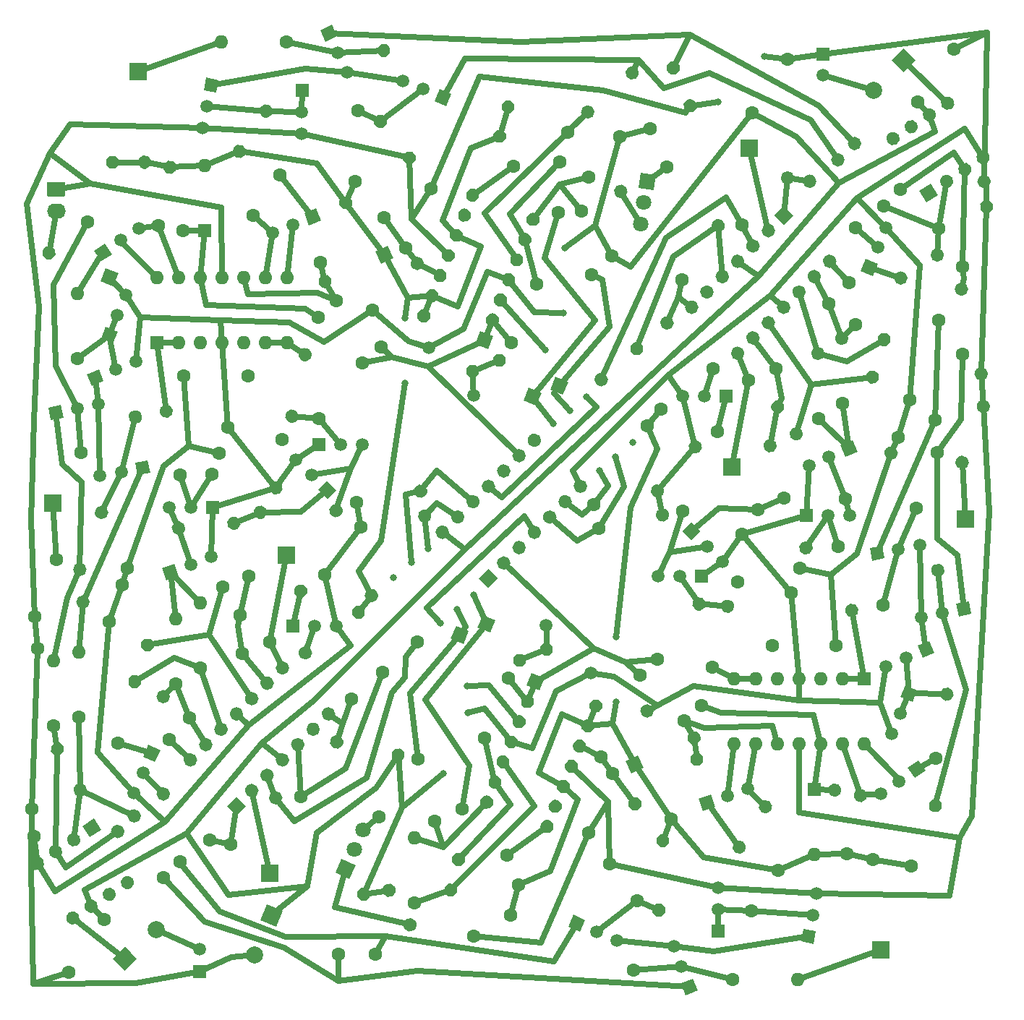
<source format=gbr>
%TF.GenerationSoftware,KiCad,Pcbnew,(5.1.6)-1*%
%TF.CreationDate,2020-10-30T22:14:25-05:00*%
%TF.ProjectId,NOSBRINE,4e4f5342-5249-44e4-952e-6b696361645f,rev?*%
%TF.SameCoordinates,Original*%
%TF.FileFunction,Copper,L1,Top*%
%TF.FilePolarity,Positive*%
%FSLAX46Y46*%
G04 Gerber Fmt 4.6, Leading zero omitted, Abs format (unit mm)*
G04 Created by KiCad (PCBNEW (5.1.6)-1) date 2020-10-30 22:14:25*
%MOMM*%
%LPD*%
G01*
G04 APERTURE LIST*
%TA.AperFunction,ComponentPad*%
%ADD10C,1.500000*%
%TD*%
%TA.AperFunction,ComponentPad*%
%ADD11R,1.500000X1.500000*%
%TD*%
%TA.AperFunction,ComponentPad*%
%ADD12O,2.190000X1.740000*%
%TD*%
%TA.AperFunction,ComponentPad*%
%ADD13R,2.000000X2.000000*%
%TD*%
%TA.AperFunction,ComponentPad*%
%ADD14C,1.600000*%
%TD*%
%TA.AperFunction,ComponentPad*%
%ADD15C,0.100000*%
%TD*%
%TA.AperFunction,ComponentPad*%
%ADD16C,1.800000*%
%TD*%
%TA.AperFunction,ComponentPad*%
%ADD17C,2.000000*%
%TD*%
%TA.AperFunction,ComponentPad*%
%ADD18R,1.600000X1.600000*%
%TD*%
%TA.AperFunction,ComponentPad*%
%ADD19O,1.600000X1.600000*%
%TD*%
%TA.AperFunction,ViaPad*%
%ADD20C,0.800000*%
%TD*%
%TA.AperFunction,Conductor*%
%ADD21C,0.635000*%
%TD*%
G04 APERTURE END LIST*
D10*
%TO.P,REF\u002A\u002A,1*%
%TO.N,N/C*%
X199560000Y-33870000D03*
%TD*%
%TO.P,REF\u002A\u002A,1*%
%TO.N,N/C*%
X126590000Y-136220000D03*
%TD*%
D11*
%TO.P,REF\u002A\u002A,1*%
%TO.N,N/C*%
X126580000Y-138870000D03*
%TD*%
%TO.P,REF\u002A\u002A,1*%
%TO.N,N/C*%
X199540000Y-31400000D03*
%TD*%
D12*
%TO.P,REF\u002A\u002A,2*%
%TO.N,N/C*%
X109770000Y-49800000D03*
%TO.P,REF\u002A\u002A,1*%
%TA.AperFunction,ComponentPad*%
G36*
G01*
X108924999Y-46390000D02*
X110615001Y-46390000D01*
G75*
G02*
X110865000Y-46639999I0J-249999D01*
G01*
X110865000Y-47880001D01*
G75*
G02*
X110615001Y-48130000I-249999J0D01*
G01*
X108924999Y-48130000D01*
G75*
G02*
X108675000Y-47880001I0J249999D01*
G01*
X108675000Y-46639999D01*
G75*
G02*
X108924999Y-46390000I249999J0D01*
G01*
G37*
%TD.AperFunction*%
%TD*%
D10*
%TO.P,REF\u002A\u002A,1*%
%TO.N,N/C*%
X153420000Y-65840000D03*
%TD*%
%TO.P,REF\u002A\u002A,1*%
%TO.N,N/C*%
X172390000Y-103890000D03*
%TD*%
%TO.P,REF\u002A\u002A,1*%
%TO.N,N/C*%
X167160000Y-98350000D03*
%TD*%
%TO.P,REF\u002A\u002A,1*%
%TO.N,N/C*%
X158650000Y-71380000D03*
%TD*%
D13*
%TO.P,REF\u002A\u002A,1*%
%TO.N,N/C*%
X216260000Y-85880000D03*
%TD*%
%TO.P,REF\u002A\u002A,1*%
%TO.N,N/C*%
X109400000Y-84020000D03*
%TD*%
D14*
%TO.P,REF\u002A\u002A,2*%
%TO.N,N/C*%
X134778720Y-100284625D03*
%TO.P,REF\u002A\u002A,1*%
X131533577Y-101595748D03*
%TD*%
%TO.P,REF\u002A\u002A,1*%
%TO.N,N/C*%
X190803577Y-69615748D03*
%TO.P,REF\u002A\u002A,2*%
X194048720Y-68304625D03*
%TD*%
%TO.P,REF\u002A\u002A,2*%
%TO.N,N/C*%
X202636532Y-58173229D03*
%TO.P,REF\u002A\u002A,1*%
X200205228Y-60690918D03*
%TD*%
%TO.P,REF\u002A\u002A,1*%
%TO.N,N/C*%
X122995228Y-111710918D03*
%TO.P,REF\u002A\u002A,2*%
X125426532Y-109193229D03*
%TD*%
%TA.AperFunction,ComponentPad*%
D15*
%TO.P,REF\u002A\u002A,1*%
%TO.N,N/C*%
G36*
X143203872Y-125661746D02*
G01*
X144848254Y-126393872D01*
X144116128Y-128038254D01*
X142471746Y-127306128D01*
X143203872Y-125661746D01*
G37*
%TD.AperFunction*%
D16*
%TO.P,REF\u002A\u002A,2*%
X144676842Y-124566136D03*
%TO.P,REF\u002A\u002A,3*%
X145693683Y-122282273D03*
%TD*%
%TO.P,REF\u002A\u002A,3*%
%TO.N,N/C*%
X178198914Y-51299221D03*
%TO.P,REF\u002A\u002A,2*%
X178590000Y-48830000D03*
%TA.AperFunction,ComponentPad*%
D15*
%TO.P,REF\u002A\u002A,1*%
G36*
X179729214Y-47390490D02*
G01*
X177951375Y-47108907D01*
X178232958Y-45331068D01*
X180010797Y-45612651D01*
X179729214Y-47390490D01*
G37*
%TD.AperFunction*%
%TD*%
D13*
%TO.P,REF\u002A\u002A,1*%
%TO.N,N/C*%
X188850000Y-79790000D03*
%TD*%
%TO.P,REF\u002A\u002A,1*%
%TO.N,N/C*%
X136750000Y-90140000D03*
%TD*%
%TO.P,REF\u002A\u002A,1*%
%TO.N,N/C*%
X206330000Y-136380000D03*
%TD*%
%TO.P,REF\u002A\u002A,1*%
%TO.N,N/C*%
X134760000Y-127370000D03*
%TD*%
%TO.P,REF\u002A\u002A,1*%
%TO.N,N/C*%
X119340000Y-33510000D03*
%TD*%
%TO.P,REF\u002A\u002A,1*%
%TO.N,N/C*%
X190910000Y-42450000D03*
%TD*%
D17*
%TO.P,REF\u002A\u002A,2*%
%TO.N,N/C*%
X205444466Y-35675534D03*
%TA.AperFunction,ComponentPad*%
D15*
%TO.P,REF\u002A\u002A,1*%
G36*
X208980000Y-30725786D02*
G01*
X210394214Y-32140000D01*
X208980000Y-33554214D01*
X207565786Y-32140000D01*
X208980000Y-30725786D01*
G37*
%TD.AperFunction*%
%TD*%
%TA.AperFunction,ComponentPad*%
%TO.P,REF\u002A\u002A,1*%
%TO.N,N/C*%
G36*
X134450226Y-130998764D02*
G01*
X136291236Y-131780226D01*
X135509774Y-133621236D01*
X133668764Y-132839774D01*
X134450226Y-130998764D01*
G37*
%TD.AperFunction*%
D17*
%TO.P,REF\u002A\u002A,2*%
X133026344Y-136912524D03*
%TD*%
%TO.P,REF\u002A\u002A,2*%
%TO.N,N/C*%
X121466769Y-133960008D03*
%TA.AperFunction,ComponentPad*%
D15*
%TO.P,REF\u002A\u002A,1*%
G36*
X117760645Y-138783352D02*
G01*
X116396648Y-137320645D01*
X117859355Y-135956648D01*
X119223352Y-137419355D01*
X117760645Y-138783352D01*
G37*
%TD.AperFunction*%
%TD*%
%TO.P,REF\u002A\u002A,2*%
%TO.N,N/C*%
%TA.AperFunction,ComponentPad*%
G36*
G01*
X109686606Y-55005183D02*
X109686606Y-55005183D01*
G75*
G02*
X108645174Y-55447245I-741747J299685D01*
G01*
X108645174Y-55447245D01*
G75*
G02*
X108203112Y-54405813I299685J741747D01*
G01*
X108203112Y-54405813D01*
G75*
G02*
X109244544Y-53963751I741747J-299685D01*
G01*
X109244544Y-53963751D01*
G75*
G02*
X109686606Y-55005183I-299685J-741747D01*
G01*
G37*
%TD.AperFunction*%
%TA.AperFunction,ComponentPad*%
%TO.P,REF\u002A\u002A,1*%
G36*
X117051432Y-57117938D02*
G01*
X116452062Y-58601432D01*
X114968568Y-58002062D01*
X115567938Y-56518568D01*
X117051432Y-57117938D01*
G37*
%TD.AperFunction*%
%TD*%
%TA.AperFunction,ComponentPad*%
%TO.P,REF\u002A\u002A,1*%
%TO.N,N/C*%
G36*
X148615447Y-53893774D02*
G01*
X149266226Y-55355447D01*
X147804553Y-56006226D01*
X147153774Y-54544553D01*
X148615447Y-53893774D01*
G37*
%TD.AperFunction*%
%TO.P,REF\u002A\u002A,2*%
%TA.AperFunction,ComponentPad*%
G36*
G01*
X141979620Y-57723944D02*
X141979620Y-57723944D01*
G75*
G02*
X141574173Y-58780169I-730836J-325389D01*
G01*
X141574173Y-58780169D01*
G75*
G02*
X140517948Y-58374722I-325389J730836D01*
G01*
X140517948Y-58374722D01*
G75*
G02*
X140923395Y-57318497I730836J325389D01*
G01*
X140923395Y-57318497D01*
G75*
G02*
X141979620Y-57723944I325389J-730836D01*
G01*
G37*
%TD.AperFunction*%
%TD*%
%TO.P,REF\u002A\u002A,2*%
%TO.N,N/C*%
%TA.AperFunction,ComponentPad*%
G36*
G01*
X162412157Y-67605214D02*
X162412157Y-67605214D01*
G75*
G02*
X161363168Y-68029033I-736404J312585D01*
G01*
X161363168Y-68029033D01*
G75*
G02*
X160939349Y-66980044I312585J736404D01*
G01*
X160939349Y-66980044D01*
G75*
G02*
X161988338Y-66556225I736404J-312585D01*
G01*
X161988338Y-66556225D01*
G75*
G02*
X162412157Y-67605214I-312585J-736404D01*
G01*
G37*
%TD.AperFunction*%
%TA.AperFunction,ComponentPad*%
%TO.P,REF\u002A\u002A,1*%
G36*
X169738989Y-69846181D02*
G01*
X169113819Y-71318989D01*
X167641011Y-70693819D01*
X168266181Y-69221011D01*
X169738989Y-69846181D01*
G37*
%TD.AperFunction*%
%TD*%
%TA.AperFunction,ComponentPad*%
%TO.P,REF\u002A\u002A,1*%
%TO.N,N/C*%
G36*
X166598989Y-71136181D02*
G01*
X165973819Y-72608989D01*
X164501011Y-71983819D01*
X165126181Y-70511011D01*
X166598989Y-71136181D01*
G37*
%TD.AperFunction*%
%TO.P,REF\u002A\u002A,2*%
%TA.AperFunction,ComponentPad*%
G36*
G01*
X159272157Y-68895214D02*
X159272157Y-68895214D01*
G75*
G02*
X158223168Y-69319033I-736404J312585D01*
G01*
X158223168Y-69319033D01*
G75*
G02*
X157799349Y-68270044I312585J736404D01*
G01*
X157799349Y-68270044D01*
G75*
G02*
X158848338Y-67846225I736404J-312585D01*
G01*
X158848338Y-67846225D01*
G75*
G02*
X159272157Y-68895214I-312585J-736404D01*
G01*
G37*
%TD.AperFunction*%
%TD*%
%TO.P,REF\u002A\u002A,2*%
%TO.N,N/C*%
%TA.AperFunction,ComponentPad*%
G36*
G01*
X166447843Y-100824786D02*
X166447843Y-100824786D01*
G75*
G02*
X167496832Y-100400967I736404J-312585D01*
G01*
X167496832Y-100400967D01*
G75*
G02*
X167920651Y-101449956I-312585J-736404D01*
G01*
X167920651Y-101449956D01*
G75*
G02*
X166871662Y-101873775I-736404J312585D01*
G01*
X166871662Y-101873775D01*
G75*
G02*
X166447843Y-100824786I312585J736404D01*
G01*
G37*
%TD.AperFunction*%
%TA.AperFunction,ComponentPad*%
%TO.P,REF\u002A\u002A,1*%
G36*
X159121011Y-98583819D02*
G01*
X159746181Y-97111011D01*
X161218989Y-97736181D01*
X160593819Y-99208989D01*
X159121011Y-98583819D01*
G37*
%TD.AperFunction*%
%TD*%
%TA.AperFunction,ComponentPad*%
%TO.P,REF\u002A\u002A,1*%
%TO.N,N/C*%
G36*
X155981011Y-99873819D02*
G01*
X156606181Y-98401011D01*
X158078989Y-99026181D01*
X157453819Y-100498989D01*
X155981011Y-99873819D01*
G37*
%TD.AperFunction*%
%TO.P,REF\u002A\u002A,2*%
%TA.AperFunction,ComponentPad*%
G36*
G01*
X163307843Y-102114786D02*
X163307843Y-102114786D01*
G75*
G02*
X164356832Y-101690967I736404J-312585D01*
G01*
X164356832Y-101690967D01*
G75*
G02*
X164780651Y-102739956I-312585J-736404D01*
G01*
X164780651Y-102739956D01*
G75*
G02*
X163731662Y-103163775I-736404J312585D01*
G01*
X163731662Y-103163775D01*
G75*
G02*
X163307843Y-102114786I312585J736404D01*
G01*
G37*
%TD.AperFunction*%
%TD*%
%TO.P,REF\u002A\u002A,2*%
%TO.N,N/C*%
%TA.AperFunction,ComponentPad*%
G36*
G01*
X183740380Y-111836056D02*
X183740380Y-111836056D01*
G75*
G02*
X184145827Y-110779831I730836J325389D01*
G01*
X184145827Y-110779831D01*
G75*
G02*
X185202052Y-111185278I325389J-730836D01*
G01*
X185202052Y-111185278D01*
G75*
G02*
X184796605Y-112241503I-730836J-325389D01*
G01*
X184796605Y-112241503D01*
G75*
G02*
X183740380Y-111836056I-325389J730836D01*
G01*
G37*
%TD.AperFunction*%
%TA.AperFunction,ComponentPad*%
%TO.P,REF\u002A\u002A,1*%
G36*
X177104553Y-115666226D02*
G01*
X176453774Y-114204553D01*
X177915447Y-113553774D01*
X178566226Y-115015447D01*
X177104553Y-115666226D01*
G37*
%TD.AperFunction*%
%TD*%
D18*
%TO.P,REF\u002A\u002A,1*%
%TO.N,N/C*%
X198550000Y-117560000D03*
D19*
%TO.P,REF\u002A\u002A,2*%
X198550000Y-125180000D03*
%TD*%
%TO.P,REF\u002A\u002A,2*%
%TO.N,N/C*%
X127140000Y-44510000D03*
D18*
%TO.P,REF\u002A\u002A,1*%
X127140000Y-52130000D03*
%TD*%
D10*
%TO.P,REF\u002A\u002A,2*%
%TO.N,N/C*%
X205962457Y-54081918D03*
%TO.P,REF\u002A\u002A,3*%
X206954914Y-51743835D03*
%TA.AperFunction,ComponentPad*%
D15*
%TO.P,REF\u002A\u002A,1*%
G36*
X205953427Y-56022670D02*
G01*
X205367330Y-57403427D01*
X203986573Y-56817330D01*
X204572670Y-55436573D01*
X205953427Y-56022670D01*
G37*
%TD.AperFunction*%
%TD*%
%TA.AperFunction,ComponentPad*%
%TO.P,REF\u002A\u002A,1*%
%TO.N,N/C*%
G36*
X201616573Y-77202670D02*
G01*
X202997330Y-76616573D01*
X203583427Y-77997330D01*
X202202670Y-78583427D01*
X201616573Y-77202670D01*
G37*
%TD.AperFunction*%
D10*
%TO.P,REF\u002A\u002A,3*%
X197923835Y-79584914D03*
%TO.P,REF\u002A\u002A,2*%
X200261918Y-78592457D03*
%TD*%
%TO.P,REF\u002A\u002A,2*%
%TO.N,N/C*%
X185690000Y-71470000D03*
%TO.P,REF\u002A\u002A,3*%
X183150000Y-71470000D03*
D11*
%TO.P,REF\u002A\u002A,1*%
X188230000Y-71470000D03*
%TD*%
%TO.P,REF\u002A\u002A,1*%
%TO.N,N/C*%
X185300000Y-92550000D03*
D10*
%TO.P,REF\u002A\u002A,3*%
X180220000Y-92550000D03*
%TO.P,REF\u002A\u002A,2*%
X182760000Y-92550000D03*
%TD*%
%TO.P,REF\u002A\u002A,2*%
%TO.N,N/C*%
X185986051Y-89106051D03*
%TO.P,REF\u002A\u002A,3*%
X187782102Y-90902102D03*
%TA.AperFunction,ComponentPad*%
D15*
%TO.P,REF\u002A\u002A,1*%
G36*
X184190000Y-88370660D02*
G01*
X183129340Y-87310000D01*
X184190000Y-86249340D01*
X185250660Y-87310000D01*
X184190000Y-88370660D01*
G37*
%TD.AperFunction*%
%TD*%
%TA.AperFunction,ComponentPad*%
%TO.P,REF\u002A\u002A,1*%
%TO.N,N/C*%
G36*
X206789327Y-90483114D02*
G01*
X205316886Y-90769327D01*
X205030673Y-89296886D01*
X206503114Y-89010673D01*
X206789327Y-90483114D01*
G37*
%TD.AperFunction*%
D10*
%TO.P,REF\u002A\u002A,3*%
X210896666Y-88920690D03*
%TO.P,REF\u002A\u002A,2*%
X208403333Y-89405345D03*
%TD*%
%TO.P,REF\u002A\u002A,2*%
%TO.N,N/C*%
X213536667Y-96884655D03*
%TO.P,REF\u002A\u002A,3*%
X211043334Y-97369310D03*
%TA.AperFunction,ComponentPad*%
D15*
%TO.P,REF\u002A\u002A,1*%
G36*
X215150673Y-95806886D02*
G01*
X216623114Y-95520673D01*
X216909327Y-96993114D01*
X215436886Y-97279327D01*
X215150673Y-95806886D01*
G37*
%TD.AperFunction*%
%TD*%
%TA.AperFunction,ComponentPad*%
%TO.P,REF\u002A\u002A,1*%
%TO.N,N/C*%
G36*
X210616573Y-100732670D02*
G01*
X211997330Y-100146573D01*
X212583427Y-101527330D01*
X211202670Y-102113427D01*
X210616573Y-100732670D01*
G37*
%TD.AperFunction*%
D10*
%TO.P,REF\u002A\u002A,3*%
X206923835Y-103114914D03*
%TO.P,REF\u002A\u002A,2*%
X209261918Y-102122457D03*
%TD*%
%TO.P,REF\u002A\u002A,2*%
%TO.N,N/C*%
X208627543Y-108658082D03*
%TO.P,REF\u002A\u002A,3*%
X207635086Y-110996165D03*
%TA.AperFunction,ComponentPad*%
D15*
%TO.P,REF\u002A\u002A,1*%
G36*
X208636573Y-106717330D02*
G01*
X209222670Y-105336573D01*
X210603427Y-105922670D01*
X210017330Y-107303427D01*
X208636573Y-106717330D01*
G37*
%TD.AperFunction*%
%TD*%
%TA.AperFunction,ComponentPad*%
%TO.P,REF\u002A\u002A,1*%
%TO.N,N/C*%
G36*
X209486100Y-114988934D02*
G01*
X210714828Y-114128570D01*
X211575192Y-115357298D01*
X210346464Y-116217662D01*
X209486100Y-114988934D01*
G37*
%TD.AperFunction*%
D10*
%TO.P,REF\u002A\u002A,3*%
X206369354Y-118086884D03*
%TO.P,REF\u002A\u002A,2*%
X208450000Y-116630000D03*
%TD*%
%TO.P,REF\u002A\u002A,2*%
%TO.N,N/C*%
X188371617Y-118273057D03*
%TO.P,REF\u002A\u002A,3*%
X190773234Y-117446114D03*
%TA.AperFunction,ComponentPad*%
D15*
%TO.P,REF\u002A\u002A,1*%
G36*
X186923315Y-119564963D02*
G01*
X185505037Y-120053315D01*
X185016685Y-118635037D01*
X186434963Y-118146685D01*
X186923315Y-119564963D01*
G37*
%TD.AperFunction*%
%TD*%
%TA.AperFunction,ComponentPad*%
%TO.P,REF\u002A\u002A,1*%
%TO.N,N/C*%
G36*
X198744672Y-134150219D02*
G01*
X198458459Y-135622660D01*
X196986018Y-135336447D01*
X197272231Y-133864006D01*
X198744672Y-134150219D01*
G37*
%TD.AperFunction*%
D10*
%TO.P,REF\u002A\u002A,3*%
X198834655Y-129756667D03*
%TO.P,REF\u002A\u002A,2*%
X198350000Y-132250000D03*
%TD*%
%TO.P,REF\u002A\u002A,2*%
%TO.N,N/C*%
X187270000Y-131570000D03*
%TO.P,REF\u002A\u002A,3*%
X187270000Y-129030000D03*
D11*
%TO.P,REF\u002A\u002A,1*%
X187270000Y-134110000D03*
%TD*%
%TA.AperFunction,ComponentPad*%
D15*
%TO.P,REF\u002A\u002A,1*%
%TO.N,N/C*%
G36*
X184331409Y-139721039D02*
G01*
X184868961Y-141121409D01*
X183468591Y-141658961D01*
X182931039Y-140258591D01*
X184331409Y-139721039D01*
G37*
%TD.AperFunction*%
D10*
%TO.P,REF\u002A\u002A,3*%
X182079491Y-135947411D03*
%TO.P,REF\u002A\u002A,2*%
X182989745Y-138318706D03*
%TD*%
%TO.P,REF\u002A\u002A,2*%
%TO.N,N/C*%
X173070405Y-134243111D03*
%TO.P,REF\u002A\u002A,3*%
X175390811Y-135276222D03*
%TA.AperFunction,ComponentPad*%
D15*
%TO.P,REF\u002A\u002A,1*%
G36*
X171130107Y-134200212D02*
G01*
X169759788Y-133590107D01*
X170369893Y-132219788D01*
X171740212Y-132829893D01*
X171130107Y-134200212D01*
G37*
%TD.AperFunction*%
%TD*%
%TA.AperFunction,ComponentPad*%
%TO.P,REF\u002A\u002A,1*%
%TO.N,N/C*%
G36*
X119982899Y-113699702D02*
G01*
X120593004Y-112329383D01*
X121963323Y-112939488D01*
X121353218Y-114309807D01*
X119982899Y-113699702D01*
G37*
%TD.AperFunction*%
D10*
%TO.P,REF\u002A\u002A,3*%
X118906889Y-117960406D03*
%TO.P,REF\u002A\u002A,2*%
X119940000Y-115640000D03*
%TD*%
%TO.P,REF\u002A\u002A,2*%
%TO.N,N/C*%
X140070000Y-98380000D03*
%TO.P,REF\u002A\u002A,3*%
X142610000Y-98380000D03*
D11*
%TO.P,REF\u002A\u002A,1*%
X137530000Y-98380000D03*
%TD*%
%TO.P,REF\u002A\u002A,1*%
%TO.N,N/C*%
X140560000Y-77170000D03*
D10*
%TO.P,REF\u002A\u002A,3*%
X145640000Y-77170000D03*
%TO.P,REF\u002A\u002A,2*%
X143100000Y-77170000D03*
%TD*%
%TO.P,REF\u002A\u002A,2*%
%TO.N,N/C*%
X139682877Y-80715568D03*
%TO.P,REF\u002A\u002A,3*%
X137855754Y-78951135D03*
%TA.AperFunction,ComponentPad*%
D15*
%TO.P,REF\u002A\u002A,1*%
G36*
X141491489Y-81419501D02*
G01*
X142570499Y-82461489D01*
X141528511Y-83540499D01*
X140449501Y-82498511D01*
X141491489Y-81419501D01*
G37*
%TD.AperFunction*%
%TD*%
%TA.AperFunction,ComponentPad*%
%TO.P,REF\u002A\u002A,1*%
%TO.N,N/C*%
G36*
X124118961Y-92531409D02*
G01*
X122718591Y-93068961D01*
X122181039Y-91668591D01*
X123581409Y-91131039D01*
X124118961Y-92531409D01*
G37*
%TD.AperFunction*%
D10*
%TO.P,REF\u002A\u002A,3*%
X127892589Y-90279491D03*
%TO.P,REF\u002A\u002A,2*%
X125521294Y-91189745D03*
%TD*%
%TO.P,REF\u002A\u002A,2*%
%TO.N,N/C*%
X117416667Y-80354655D03*
%TO.P,REF\u002A\u002A,3*%
X114923334Y-80839310D03*
%TA.AperFunction,ComponentPad*%
D15*
%TO.P,REF\u002A\u002A,1*%
G36*
X119030673Y-79276886D02*
G01*
X120503114Y-78990673D01*
X120789327Y-80463114D01*
X119316886Y-80749327D01*
X119030673Y-79276886D01*
G37*
%TD.AperFunction*%
%TD*%
%TA.AperFunction,ComponentPad*%
%TO.P,REF\u002A\u002A,1*%
%TO.N,N/C*%
G36*
X110629327Y-73993114D02*
G01*
X109156886Y-74279327D01*
X108870673Y-72806886D01*
X110343114Y-72520673D01*
X110629327Y-73993114D01*
G37*
%TD.AperFunction*%
D10*
%TO.P,REF\u002A\u002A,3*%
X114736666Y-72430690D03*
%TO.P,REF\u002A\u002A,2*%
X112243333Y-72915345D03*
%TD*%
%TO.P,REF\u002A\u002A,2*%
%TO.N,N/C*%
X116730000Y-68380000D03*
%TO.P,REF\u002A\u002A,3*%
X119085047Y-67428500D03*
%TA.AperFunction,ComponentPad*%
D15*
%TO.P,REF\u002A\u002A,1*%
G36*
X115351296Y-69745934D02*
G01*
X113960520Y-70307844D01*
X113398610Y-68917068D01*
X114789386Y-68355158D01*
X115351296Y-69745934D01*
G37*
%TD.AperFunction*%
%TD*%
%TA.AperFunction,ComponentPad*%
%TO.P,REF\u002A\u002A,1*%
%TO.N,N/C*%
G36*
X116986343Y-63925567D02*
G01*
X116424433Y-65316343D01*
X115033657Y-64754433D01*
X115595567Y-63363657D01*
X116986343Y-63925567D01*
G37*
%TD.AperFunction*%
D10*
%TO.P,REF\u002A\u002A,3*%
X117913001Y-59629906D03*
%TO.P,REF\u002A\u002A,2*%
X116961501Y-61984953D03*
%TD*%
%TO.P,REF\u002A\u002A,2*%
%TO.N,N/C*%
X117375755Y-53229650D03*
%TO.P,REF\u002A\u002A,3*%
X119481511Y-51809300D03*
%TA.AperFunction,ComponentPad*%
D15*
%TO.P,REF\u002A\u002A,1*%
G36*
X116311173Y-54852384D02*
G01*
X115067616Y-55691173D01*
X114228827Y-54447616D01*
X115472384Y-53608827D01*
X116311173Y-54852384D01*
G37*
%TD.AperFunction*%
%TD*%
%TA.AperFunction,ComponentPad*%
%TO.P,REF\u002A\u002A,1*%
%TO.N,N/C*%
G36*
X138833657Y-50075567D02*
G01*
X140224433Y-49513657D01*
X140786343Y-50904433D01*
X139395567Y-51466343D01*
X138833657Y-50075567D01*
G37*
%TD.AperFunction*%
D10*
%TO.P,REF\u002A\u002A,3*%
X135099906Y-52393001D03*
%TO.P,REF\u002A\u002A,2*%
X137454953Y-51441501D03*
%TD*%
%TO.P,REF\u002A\u002A,2*%
%TO.N,N/C*%
X127440000Y-37560000D03*
%TO.P,REF\u002A\u002A,3*%
X126955345Y-40053333D03*
%TA.AperFunction,ComponentPad*%
D15*
%TO.P,REF\u002A\u002A,1*%
G36*
X127045328Y-35659781D02*
G01*
X127331541Y-34187340D01*
X128803982Y-34473553D01*
X128517769Y-35945994D01*
X127045328Y-35659781D01*
G37*
%TD.AperFunction*%
%TD*%
%TA.AperFunction,ComponentPad*%
%TO.P,REF\u002A\u002A,1*%
%TO.N,N/C*%
G36*
X137831354Y-36407183D02*
G01*
X137857533Y-34907412D01*
X139357304Y-34933591D01*
X139331125Y-36433362D01*
X137831354Y-36407183D01*
G37*
%TD.AperFunction*%
D10*
%TO.P,REF\u002A\u002A,3*%
X138505671Y-40749613D03*
%TO.P,REF\u002A\u002A,2*%
X138550000Y-38210000D03*
%TD*%
%TO.P,REF\u002A\u002A,2*%
%TO.N,N/C*%
X142773450Y-31282022D03*
%TO.P,REF\u002A\u002A,3*%
X143846901Y-33584044D03*
%TA.AperFunction,ComponentPad*%
D15*
%TO.P,REF\u002A\u002A,1*%
G36*
X141337233Y-29976695D02*
G01*
X140703305Y-28617233D01*
X142062767Y-27983305D01*
X142696695Y-29342767D01*
X141337233Y-29976695D01*
G37*
%TD.AperFunction*%
%TD*%
%TA.AperFunction,ComponentPad*%
%TO.P,REF\u002A\u002A,1*%
%TO.N,N/C*%
G36*
X154682670Y-35536573D02*
G01*
X156063427Y-36122670D01*
X155477330Y-37503427D01*
X154096573Y-36917330D01*
X154682670Y-35536573D01*
G37*
%TD.AperFunction*%
D10*
%TO.P,REF\u002A\u002A,3*%
X150403835Y-34535086D03*
%TO.P,REF\u002A\u002A,2*%
X152741918Y-35527543D03*
%TD*%
%TO.P,REF\u002A\u002A,2*%
%TO.N,N/C*%
X200170000Y-85470000D03*
%TO.P,REF\u002A\u002A,3*%
X202710000Y-85470000D03*
D11*
%TO.P,REF\u002A\u002A,1*%
X197630000Y-85470000D03*
%TD*%
D14*
%TO.P,REF\u002A\u002A,1*%
%TO.N,N/C*%
X107220000Y-123010000D03*
%TO.P,REF\u002A\u002A,2*%
%TA.AperFunction,ComponentPad*%
G36*
G01*
X112042469Y-118187531D02*
X112042469Y-118187531D01*
G75*
G02*
X112042469Y-117056161I565685J565685D01*
G01*
X112042469Y-117056161D01*
G75*
G02*
X113173839Y-117056161I565685J-565685D01*
G01*
X113173839Y-117056161D01*
G75*
G02*
X113173839Y-118187531I-565685J-565685D01*
G01*
X113173839Y-118187531D01*
G75*
G02*
X112042469Y-118187531I-565685J565685D01*
G01*
G37*
%TD.AperFunction*%
%TD*%
%TO.P,REF\u002A\u002A,1*%
%TO.N,N/C*%
X112230000Y-67050000D03*
D19*
%TO.P,REF\u002A\u002A,2*%
X112230000Y-59430000D03*
%TD*%
D14*
%TO.P,REF\u002A\u002A,1*%
%TO.N,N/C*%
X169700000Y-40590000D03*
%TO.P,REF\u002A\u002A,2*%
%TA.AperFunction,ComponentPad*%
G36*
G01*
X163422157Y-37925214D02*
X163422157Y-37925214D01*
G75*
G02*
X162373168Y-38349033I-736404J312585D01*
G01*
X162373168Y-38349033D01*
G75*
G02*
X161949349Y-37300044I312585J736404D01*
G01*
X161949349Y-37300044D01*
G75*
G02*
X162998338Y-36876225I736404J-312585D01*
G01*
X162998338Y-36876225D01*
G75*
G02*
X163422157Y-37925214I-312585J-736404D01*
G01*
G37*
%TD.AperFunction*%
%TD*%
%TO.P,REF\u002A\u002A,2*%
%TO.N,N/C*%
%TA.AperFunction,ComponentPad*%
G36*
G01*
X162442157Y-41375214D02*
X162442157Y-41375214D01*
G75*
G02*
X161393168Y-41799033I-736404J312585D01*
G01*
X161393168Y-41799033D01*
G75*
G02*
X160969349Y-40750044I312585J736404D01*
G01*
X160969349Y-40750044D01*
G75*
G02*
X162018338Y-40326225I736404J-312585D01*
G01*
X162018338Y-40326225D01*
G75*
G02*
X162442157Y-41375214I-312585J-736404D01*
G01*
G37*
%TD.AperFunction*%
%TO.P,REF\u002A\u002A,1*%
X168720000Y-44040000D03*
%TD*%
%TO.P,REF\u002A\u002A,1*%
%TO.N,N/C*%
X136750000Y-29970000D03*
D19*
%TO.P,REF\u002A\u002A,2*%
X129130000Y-29970000D03*
%TD*%
%TO.P,REF\u002A\u002A,2*%
%TO.N,N/C*%
%TA.AperFunction,ComponentPad*%
G36*
G01*
X134522042Y-38879033D02*
X134522042Y-38879033D01*
G75*
G02*
X133573195Y-38262844I-166329J782518D01*
G01*
X133573195Y-38262844D01*
G75*
G02*
X134189384Y-37313997I782518J166329D01*
G01*
X134189384Y-37313997D01*
G75*
G02*
X135138231Y-37930186I166329J-782518D01*
G01*
X135138231Y-37930186D01*
G75*
G02*
X134522042Y-38879033I-782518J-166329D01*
G01*
G37*
%TD.AperFunction*%
D14*
%TO.P,REF\u002A\u002A,1*%
X135940000Y-45550000D03*
%TD*%
%TO.P,REF\u002A\u002A,1*%
%TO.N,N/C*%
X132810000Y-50280000D03*
%TO.P,REF\u002A\u002A,2*%
%TA.AperFunction,ComponentPad*%
G36*
G01*
X131392042Y-43609033D02*
X131392042Y-43609033D01*
G75*
G02*
X130443195Y-42992844I-166329J782518D01*
G01*
X130443195Y-42992844D01*
G75*
G02*
X131059384Y-42043997I782518J166329D01*
G01*
X131059384Y-42043997D01*
G75*
G02*
X132008231Y-42660186I166329J-782518D01*
G01*
X132008231Y-42660186D01*
G75*
G02*
X131392042Y-43609033I-782518J-166329D01*
G01*
G37*
%TD.AperFunction*%
%TD*%
%TO.P,REF\u002A\u002A,2*%
%TO.N,N/C*%
%TA.AperFunction,ComponentPad*%
G36*
G01*
X123252042Y-45469033D02*
X123252042Y-45469033D01*
G75*
G02*
X122303195Y-44852844I-166329J782518D01*
G01*
X122303195Y-44852844D01*
G75*
G02*
X122919384Y-43903997I782518J166329D01*
G01*
X122919384Y-43903997D01*
G75*
G02*
X123868231Y-44520186I166329J-782518D01*
G01*
X123868231Y-44520186D01*
G75*
G02*
X123252042Y-45469033I-782518J-166329D01*
G01*
G37*
%TD.AperFunction*%
%TO.P,REF\u002A\u002A,1*%
X124670000Y-52140000D03*
%TD*%
%TO.P,REF\u002A\u002A,1*%
%TO.N,N/C*%
X121730000Y-51530000D03*
%TO.P,REF\u002A\u002A,2*%
%TA.AperFunction,ComponentPad*%
G36*
G01*
X120312042Y-44859033D02*
X120312042Y-44859033D01*
G75*
G02*
X119363195Y-44242844I-166329J782518D01*
G01*
X119363195Y-44242844D01*
G75*
G02*
X119979384Y-43293997I782518J166329D01*
G01*
X119979384Y-43293997D01*
G75*
G02*
X120928231Y-43910186I166329J-782518D01*
G01*
X120928231Y-43910186D01*
G75*
G02*
X120312042Y-44859033I-782518J-166329D01*
G01*
G37*
%TD.AperFunction*%
%TD*%
%TO.P,REF\u002A\u002A,2*%
%TO.N,N/C*%
%TA.AperFunction,ComponentPad*%
G36*
G01*
X134720967Y-82067958D02*
X134720967Y-82067958D01*
G75*
G02*
X135669814Y-81451769I782518J-166329D01*
G01*
X135669814Y-81451769D01*
G75*
G02*
X136286003Y-82400616I-166329J-782518D01*
G01*
X136286003Y-82400616D01*
G75*
G02*
X135337156Y-83016805I-782518J166329D01*
G01*
X135337156Y-83016805D01*
G75*
G02*
X134720967Y-82067958I166329J782518D01*
G01*
G37*
%TD.AperFunction*%
%TO.P,REF\u002A\u002A,1*%
X128050000Y-80650000D03*
%TD*%
%TO.P,REF\u002A\u002A,1*%
%TO.N,N/C*%
X129880000Y-75150000D03*
%TO.P,REF\u002A\u002A,2*%
%TA.AperFunction,ComponentPad*%
G36*
G01*
X136596389Y-73965720D02*
X136596389Y-73965720D01*
G75*
G02*
X137245316Y-73038955I787846J138919D01*
G01*
X137245316Y-73038955D01*
G75*
G02*
X138172081Y-73687882I138919J-787846D01*
G01*
X138172081Y-73687882D01*
G75*
G02*
X137523154Y-74614647I-787846J-138919D01*
G01*
X137523154Y-74614647D01*
G75*
G02*
X136596389Y-73965720I-138919J787846D01*
G01*
G37*
%TD.AperFunction*%
%TD*%
%TO.P,REF\u002A\u002A,2*%
%TO.N,N/C*%
%TA.AperFunction,ComponentPad*%
G36*
G01*
X151646389Y-82755720D02*
X151646389Y-82755720D01*
G75*
G02*
X152295316Y-81828955I787846J138919D01*
G01*
X152295316Y-81828955D01*
G75*
G02*
X153222081Y-82477882I138919J-787846D01*
G01*
X153222081Y-82477882D01*
G75*
G02*
X152573154Y-83404647I-787846J-138919D01*
G01*
X152573154Y-83404647D01*
G75*
G02*
X151646389Y-82755720I-138919J787846D01*
G01*
G37*
%TD.AperFunction*%
%TO.P,REF\u002A\u002A,1*%
X144930000Y-83940000D03*
%TD*%
%TO.P,REF\u002A\u002A,1*%
%TO.N,N/C*%
X145420000Y-86850000D03*
%TO.P,REF\u002A\u002A,2*%
%TA.AperFunction,ComponentPad*%
G36*
G01*
X152136389Y-85665720D02*
X152136389Y-85665720D01*
G75*
G02*
X152785316Y-84738955I787846J138919D01*
G01*
X152785316Y-84738955D01*
G75*
G02*
X153712081Y-85387882I138919J-787846D01*
G01*
X153712081Y-85387882D01*
G75*
G02*
X153063154Y-86314647I-787846J-138919D01*
G01*
X153063154Y-86314647D01*
G75*
G02*
X152136389Y-85665720I-138919J787846D01*
G01*
G37*
%TD.AperFunction*%
%TD*%
%TO.P,REF\u002A\u002A,2*%
%TO.N,N/C*%
%TA.AperFunction,ComponentPad*%
G36*
G01*
X137673394Y-94625183D02*
X137673394Y-94625183D01*
G75*
G02*
X138115456Y-93583751I741747J299685D01*
G01*
X138115456Y-93583751D01*
G75*
G02*
X139156888Y-94025813I299685J-741747D01*
G01*
X139156888Y-94025813D01*
G75*
G02*
X138714826Y-95067245I-741747J-299685D01*
G01*
X138714826Y-95067245D01*
G75*
G02*
X137673394Y-94625183I-299685J741747D01*
G01*
G37*
%TD.AperFunction*%
%TO.P,REF\u002A\u002A,1*%
X131350000Y-97180000D03*
%TD*%
%TO.P,REF\u002A\u002A,1*%
%TO.N,N/C*%
X141210000Y-92400000D03*
%TO.P,REF\u002A\u002A,2*%
%TA.AperFunction,ComponentPad*%
G36*
G01*
X142394280Y-85683611D02*
X142394280Y-85683611D01*
G75*
G02*
X141745353Y-84756846I138919J787846D01*
G01*
X141745353Y-84756846D01*
G75*
G02*
X142672118Y-84107919I787846J-138919D01*
G01*
X142672118Y-84107919D01*
G75*
G02*
X143321045Y-85034684I-138919J-787846D01*
G01*
X143321045Y-85034684D01*
G75*
G02*
X142394280Y-85683611I-787846J138919D01*
G01*
G37*
%TD.AperFunction*%
%TD*%
%TO.P,REF\u002A\u002A,2*%
%TO.N,N/C*%
%TA.AperFunction,ComponentPad*%
G36*
G01*
X133524280Y-85873611D02*
X133524280Y-85873611D01*
G75*
G02*
X132875353Y-84946846I138919J787846D01*
G01*
X132875353Y-84946846D01*
G75*
G02*
X133802118Y-84297919I787846J-138919D01*
G01*
X133802118Y-84297919D01*
G75*
G02*
X134451045Y-85224684I-138919J-787846D01*
G01*
X134451045Y-85224684D01*
G75*
G02*
X133524280Y-85873611I-787846J138919D01*
G01*
G37*
%TD.AperFunction*%
%TO.P,REF\u002A\u002A,1*%
X132340000Y-92590000D03*
%TD*%
%TO.P,REF\u002A\u002A,1*%
%TO.N,N/C*%
X129260000Y-93870000D03*
%TO.P,REF\u002A\u002A,2*%
%TA.AperFunction,ComponentPad*%
G36*
G01*
X130444280Y-87153611D02*
X130444280Y-87153611D01*
G75*
G02*
X129795353Y-86226846I138919J787846D01*
G01*
X129795353Y-86226846D01*
G75*
G02*
X130722118Y-85577919I787846J-138919D01*
G01*
X130722118Y-85577919D01*
G75*
G02*
X131371045Y-86504684I-138919J-787846D01*
G01*
X131371045Y-86504684D01*
G75*
G02*
X130444280Y-87153611I-787846J138919D01*
G01*
G37*
%TD.AperFunction*%
%TD*%
D19*
%TO.P,REF\u002A\u002A,2*%
%TO.N,N/C*%
X126660000Y-95670000D03*
D14*
%TO.P,REF\u002A\u002A,1*%
X126660000Y-103290000D03*
%TD*%
%TO.P,REF\u002A\u002A,1*%
%TO.N,N/C*%
X123790000Y-105180000D03*
D19*
%TO.P,REF\u002A\u002A,2*%
X123790000Y-97560000D03*
%TD*%
D14*
%TO.P,REF\u002A\u002A,1*%
%TO.N,N/C*%
X151760000Y-130880000D03*
D19*
%TO.P,REF\u002A\u002A,2*%
X151760000Y-123260000D03*
%TD*%
D14*
%TO.P,REF\u002A\u002A,1*%
%TO.N,N/C*%
X116000000Y-97920000D03*
%TO.P,REF\u002A\u002A,2*%
%TA.AperFunction,ComponentPad*%
G36*
G01*
X118664786Y-104197843D02*
X118664786Y-104197843D01*
G75*
G02*
X119713775Y-104621662I312585J-736404D01*
G01*
X119713775Y-104621662D01*
G75*
G02*
X119289956Y-105670651I-736404J-312585D01*
G01*
X119289956Y-105670651D01*
G75*
G02*
X118240967Y-105246832I-312585J736404D01*
G01*
X118240967Y-105246832D01*
G75*
G02*
X118664786Y-104197843I736404J312585D01*
G01*
G37*
%TD.AperFunction*%
%TD*%
%TO.P,REF\u002A\u002A,2*%
%TO.N,N/C*%
%TA.AperFunction,ComponentPad*%
G36*
G01*
X120164786Y-99897843D02*
X120164786Y-99897843D01*
G75*
G02*
X121213775Y-100321662I312585J-736404D01*
G01*
X121213775Y-100321662D01*
G75*
G02*
X120789956Y-101370651I-736404J-312585D01*
G01*
X120789956Y-101370651D01*
G75*
G02*
X119740967Y-100946832I-312585J736404D01*
G01*
X119740967Y-100946832D01*
G75*
G02*
X120164786Y-99897843I736404J312585D01*
G01*
G37*
%TD.AperFunction*%
%TO.P,REF\u002A\u002A,1*%
X117500000Y-93620000D03*
%TD*%
%TO.P,REF\u002A\u002A,1*%
%TO.N,N/C*%
X118100000Y-91630000D03*
%TO.P,REF\u002A\u002A,2*%
%TA.AperFunction,ComponentPad*%
G36*
G01*
X123474233Y-87431189D02*
X123474233Y-87431189D01*
G75*
G02*
X123612113Y-86308251I630409J492529D01*
G01*
X123612113Y-86308251D01*
G75*
G02*
X124735051Y-86446131I492529J-630409D01*
G01*
X124735051Y-86446131D01*
G75*
G02*
X124597171Y-87569069I-630409J-492529D01*
G01*
X124597171Y-87569069D01*
G75*
G02*
X123474233Y-87431189I-492529J630409D01*
G01*
G37*
%TD.AperFunction*%
%TD*%
%TO.P,REF\u002A\u002A,2*%
%TO.N,N/C*%
%TA.AperFunction,ComponentPad*%
G36*
G01*
X151507570Y-56514103D02*
X151507570Y-56514103D01*
G75*
G02*
X151487825Y-55382904I555727J575472D01*
G01*
X151487825Y-55382904D01*
G75*
G02*
X152619024Y-55363159I575472J-555727D01*
G01*
X152619024Y-55363159D01*
G75*
G02*
X152638769Y-56494358I-555727J-575472D01*
G01*
X152638769Y-56494358D01*
G75*
G02*
X151507570Y-56514103I-575472J555727D01*
G01*
G37*
%TD.AperFunction*%
%TO.P,REF\u002A\u002A,1*%
X146770000Y-61420000D03*
%TD*%
%TO.P,REF\u002A\u002A,1*%
%TO.N,N/C*%
X109800000Y-90590000D03*
%TO.P,REF\u002A\u002A,2*%
%TA.AperFunction,ComponentPad*%
G36*
G01*
X114537570Y-85684103D02*
X114537570Y-85684103D01*
G75*
G02*
X114517825Y-84552904I555727J575472D01*
G01*
X114517825Y-84552904D01*
G75*
G02*
X115649024Y-84533159I575472J-555727D01*
G01*
X115649024Y-84533159D01*
G75*
G02*
X115668769Y-85664358I-555727J-575472D01*
G01*
X115668769Y-85664358D01*
G75*
G02*
X114537570Y-85684103I-575472J555727D01*
G01*
G37*
%TD.AperFunction*%
%TD*%
%TO.P,REF\u002A\u002A,2*%
%TO.N,N/C*%
%TA.AperFunction,ComponentPad*%
G36*
G01*
X111997570Y-92364103D02*
X111997570Y-92364103D01*
G75*
G02*
X111977825Y-91232904I555727J575472D01*
G01*
X111977825Y-91232904D01*
G75*
G02*
X113109024Y-91213159I575472J-555727D01*
G01*
X113109024Y-91213159D01*
G75*
G02*
X113128769Y-92344358I-555727J-575472D01*
G01*
X113128769Y-92344358D01*
G75*
G02*
X111997570Y-92364103I-575472J555727D01*
G01*
G37*
%TD.AperFunction*%
%TO.P,REF\u002A\u002A,1*%
X107260000Y-97270000D03*
%TD*%
%TO.P,REF\u002A\u002A,1*%
%TO.N,N/C*%
X107630000Y-101070000D03*
%TO.P,REF\u002A\u002A,2*%
%TA.AperFunction,ComponentPad*%
G36*
G01*
X112367570Y-96164103D02*
X112367570Y-96164103D01*
G75*
G02*
X112347825Y-95032904I555727J575472D01*
G01*
X112347825Y-95032904D01*
G75*
G02*
X113479024Y-95013159I575472J-555727D01*
G01*
X113479024Y-95013159D01*
G75*
G02*
X113498769Y-96144358I-555727J-575472D01*
G01*
X113498769Y-96144358D01*
G75*
G02*
X112367570Y-96164103I-575472J555727D01*
G01*
G37*
%TD.AperFunction*%
%TD*%
%TO.P,REF\u002A\u002A,2*%
%TO.N,N/C*%
%TA.AperFunction,ComponentPad*%
G36*
G01*
X121767570Y-107254103D02*
X121767570Y-107254103D01*
G75*
G02*
X121747825Y-106122904I555727J575472D01*
G01*
X121747825Y-106122904D01*
G75*
G02*
X122879024Y-106103159I575472J-555727D01*
G01*
X122879024Y-106103159D01*
G75*
G02*
X122898769Y-107234358I-555727J-575472D01*
G01*
X122898769Y-107234358D01*
G75*
G02*
X121767570Y-107254103I-575472J555727D01*
G01*
G37*
%TD.AperFunction*%
%TO.P,REF\u002A\u002A,1*%
X117030000Y-112160000D03*
%TD*%
%TO.P,REF\u002A\u002A,1*%
%TO.N,N/C*%
X130180000Y-124010000D03*
%TO.P,REF\u002A\u002A,2*%
%TA.AperFunction,ComponentPad*%
G36*
G01*
X134917570Y-119104103D02*
X134917570Y-119104103D01*
G75*
G02*
X134897825Y-117972904I555727J575472D01*
G01*
X134897825Y-117972904D01*
G75*
G02*
X136029024Y-117953159I575472J-555727D01*
G01*
X136029024Y-117953159D01*
G75*
G02*
X136048769Y-119084358I-555727J-575472D01*
G01*
X136048769Y-119084358D01*
G75*
G02*
X134917570Y-119104103I-575472J555727D01*
G01*
G37*
%TD.AperFunction*%
%TD*%
%TO.P,REF\u002A\u002A,2*%
%TO.N,N/C*%
%TA.AperFunction,ComponentPad*%
G36*
G01*
X142184438Y-112670266D02*
X142184438Y-112670266D01*
G75*
G02*
X141949213Y-111563619I435711J670936D01*
G01*
X141949213Y-111563619D01*
G75*
G02*
X143055860Y-111328394I670936J-435711D01*
G01*
X143055860Y-111328394D01*
G75*
G02*
X143291085Y-112435041I-435711J-670936D01*
G01*
X143291085Y-112435041D01*
G75*
G02*
X142184438Y-112670266I-670936J435711D01*
G01*
G37*
%TD.AperFunction*%
%TO.P,REF\u002A\u002A,1*%
X138470000Y-118390000D03*
%TD*%
%TO.P,REF\u002A\u002A,1*%
%TO.N,N/C*%
X147590000Y-120800000D03*
%TO.P,REF\u002A\u002A,2*%
%TA.AperFunction,ComponentPad*%
G36*
G01*
X149583975Y-114278002D02*
X149583975Y-114278002D01*
G75*
G02*
X149052828Y-113279061I233897J765044D01*
G01*
X149052828Y-113279061D01*
G75*
G02*
X150051769Y-112747914I765044J-233897D01*
G01*
X150051769Y-112747914D01*
G75*
G02*
X150582916Y-113746855I-233897J-765044D01*
G01*
X150582916Y-113746855D01*
G75*
G02*
X149583975Y-114278002I-765044J233897D01*
G01*
G37*
%TD.AperFunction*%
%TD*%
%TO.P,REF\u002A\u002A,2*%
%TO.N,N/C*%
%TA.AperFunction,ComponentPad*%
G36*
G01*
X148587958Y-130149033D02*
X148587958Y-130149033D01*
G75*
G02*
X147971769Y-129200186I166329J782518D01*
G01*
X147971769Y-129200186D01*
G75*
G02*
X148920616Y-128583997I782518J-166329D01*
G01*
X148920616Y-128583997D01*
G75*
G02*
X149536805Y-129532844I-166329J-782518D01*
G01*
X149536805Y-129532844D01*
G75*
G02*
X148587958Y-130149033I-782518J166329D01*
G01*
G37*
%TD.AperFunction*%
%TO.P,REF\u002A\u002A,1*%
X147170000Y-136820000D03*
%TD*%
%TO.P,REF\u002A\u002A,1*%
%TO.N,N/C*%
X163910000Y-128720000D03*
%TO.P,REF\u002A\u002A,2*%
%TA.AperFunction,ComponentPad*%
G36*
G01*
X157632157Y-126055214D02*
X157632157Y-126055214D01*
G75*
G02*
X156583168Y-126479033I-736404J312585D01*
G01*
X156583168Y-126479033D01*
G75*
G02*
X156159349Y-125430044I312585J736404D01*
G01*
X156159349Y-125430044D01*
G75*
G02*
X157208338Y-125006225I736404J-312585D01*
G01*
X157208338Y-125006225D01*
G75*
G02*
X157632157Y-126055214I-312585J-736404D01*
G01*
G37*
%TD.AperFunction*%
%TD*%
%TO.P,REF\u002A\u002A,2*%
%TO.N,N/C*%
%TA.AperFunction,ComponentPad*%
G36*
G01*
X156722157Y-129645214D02*
X156722157Y-129645214D01*
G75*
G02*
X155673168Y-130069033I-736404J312585D01*
G01*
X155673168Y-130069033D01*
G75*
G02*
X155249349Y-129020044I312585J736404D01*
G01*
X155249349Y-129020044D01*
G75*
G02*
X156298338Y-128596225I736404J-312585D01*
G01*
X156298338Y-128596225D01*
G75*
G02*
X156722157Y-129645214I-312585J-736404D01*
G01*
G37*
%TD.AperFunction*%
%TO.P,REF\u002A\u002A,1*%
X163000000Y-132310000D03*
%TD*%
%TO.P,REF\u002A\u002A,1*%
%TO.N,N/C*%
X158690000Y-134730000D03*
%TO.P,REF\u002A\u002A,2*%
%TA.AperFunction,ComponentPad*%
G36*
G01*
X151973611Y-133545720D02*
X151973611Y-133545720D01*
G75*
G02*
X151046846Y-134194647I-787846J138919D01*
G01*
X151046846Y-134194647D01*
G75*
G02*
X150397919Y-133267882I138919J787846D01*
G01*
X150397919Y-133267882D01*
G75*
G02*
X151324684Y-132618955I787846J-138919D01*
G01*
X151324684Y-132618955D01*
G75*
G02*
X151973611Y-133545720I-138919J-787846D01*
G01*
G37*
%TD.AperFunction*%
%TD*%
%TO.P,REF\u002A\u002A,2*%
%TO.N,N/C*%
%TA.AperFunction,ComponentPad*%
G36*
G01*
X139102042Y-67409033D02*
X139102042Y-67409033D01*
G75*
G02*
X138153195Y-66792844I-166329J782518D01*
G01*
X138153195Y-66792844D01*
G75*
G02*
X138769384Y-65843997I782518J166329D01*
G01*
X138769384Y-65843997D01*
G75*
G02*
X139718231Y-66460186I166329J-782518D01*
G01*
X139718231Y-66460186D01*
G75*
G02*
X139102042Y-67409033I-782518J-166329D01*
G01*
G37*
%TD.AperFunction*%
%TO.P,REF\u002A\u002A,1*%
X140520000Y-74080000D03*
%TD*%
%TO.P,REF\u002A\u002A,1*%
%TO.N,N/C*%
X124250000Y-80700000D03*
%TO.P,REF\u002A\u002A,2*%
%TA.AperFunction,ComponentPad*%
G36*
G01*
X122832042Y-74029033D02*
X122832042Y-74029033D01*
G75*
G02*
X121883195Y-73412844I-166329J782518D01*
G01*
X121883195Y-73412844D01*
G75*
G02*
X122499384Y-72463997I782518J166329D01*
G01*
X122499384Y-72463997D01*
G75*
G02*
X123448231Y-73080186I166329J-782518D01*
G01*
X123448231Y-73080186D01*
G75*
G02*
X122832042Y-74029033I-782518J-166329D01*
G01*
G37*
%TD.AperFunction*%
%TD*%
%TO.P,REF\u002A\u002A,2*%
%TO.N,N/C*%
%TA.AperFunction,ComponentPad*%
G36*
G01*
X118379734Y-74365562D02*
X118379734Y-74365562D01*
G75*
G02*
X118614959Y-73258915I670936J435711D01*
G01*
X118614959Y-73258915D01*
G75*
G02*
X119721606Y-73494140I435711J-670936D01*
G01*
X119721606Y-73494140D01*
G75*
G02*
X119486381Y-74600787I-670936J-435711D01*
G01*
X119486381Y-74600787D01*
G75*
G02*
X118379734Y-74365562I-435711J670936D01*
G01*
G37*
%TD.AperFunction*%
%TO.P,REF\u002A\u002A,1*%
X112660000Y-78080000D03*
%TD*%
D19*
%TO.P,REF\u002A\u002A,2*%
%TO.N,N/C*%
X112420000Y-101500000D03*
D14*
%TO.P,REF\u002A\u002A,1*%
X112420000Y-109120000D03*
%TD*%
%TO.P,REF\u002A\u002A,1*%
%TO.N,N/C*%
X109480000Y-110100000D03*
D19*
%TO.P,REF\u002A\u002A,2*%
X109480000Y-102480000D03*
%TD*%
D14*
%TO.P,REF\u002A\u002A,1*%
%TO.N,N/C*%
X113410000Y-51120000D03*
%TO.P,REF\u002A\u002A,2*%
%TA.AperFunction,ComponentPad*%
G36*
G01*
X116074786Y-44842157D02*
X116074786Y-44842157D01*
G75*
G02*
X115650967Y-43793168I312585J736404D01*
G01*
X115650967Y-43793168D01*
G75*
G02*
X116699956Y-43369349I736404J-312585D01*
G01*
X116699956Y-43369349D01*
G75*
G02*
X117123775Y-44418338I-312585J-736404D01*
G01*
X117123775Y-44418338D01*
G75*
G02*
X116074786Y-44842157I-736404J312585D01*
G01*
G37*
%TD.AperFunction*%
%TD*%
%TO.P,REF\u002A\u002A,2*%
%TO.N,N/C*%
%TA.AperFunction,ComponentPad*%
G36*
G01*
X147814786Y-31742157D02*
X147814786Y-31742157D01*
G75*
G02*
X147390967Y-30693168I312585J736404D01*
G01*
X147390967Y-30693168D01*
G75*
G02*
X148439956Y-30269349I736404J-312585D01*
G01*
X148439956Y-30269349D01*
G75*
G02*
X148863775Y-31318338I-312585J-736404D01*
G01*
X148863775Y-31318338D01*
G75*
G02*
X147814786Y-31742157I-736404J312585D01*
G01*
G37*
%TD.AperFunction*%
%TO.P,REF\u002A\u002A,1*%
X145150000Y-38020000D03*
%TD*%
%TO.P,REF\u002A\u002A,1*%
%TO.N,N/C*%
X148160000Y-50600000D03*
%TO.P,REF\u002A\u002A,2*%
%TA.AperFunction,ComponentPad*%
G36*
G01*
X150824786Y-44322157D02*
X150824786Y-44322157D01*
G75*
G02*
X150400967Y-43273168I312585J736404D01*
G01*
X150400967Y-43273168D01*
G75*
G02*
X151449956Y-42849349I736404J-312585D01*
G01*
X151449956Y-42849349D01*
G75*
G02*
X151873775Y-43898338I-312585J-736404D01*
G01*
X151873775Y-43898338D01*
G75*
G02*
X150824786Y-44322157I-736404J312585D01*
G01*
G37*
%TD.AperFunction*%
%TD*%
%TO.P,REF\u002A\u002A,2*%
%TO.N,N/C*%
%TA.AperFunction,ComponentPad*%
G36*
G01*
X147424786Y-40032157D02*
X147424786Y-40032157D01*
G75*
G02*
X147000967Y-38983168I312585J736404D01*
G01*
X147000967Y-38983168D01*
G75*
G02*
X148049956Y-38559349I736404J-312585D01*
G01*
X148049956Y-38559349D01*
G75*
G02*
X148473775Y-39608338I-312585J-736404D01*
G01*
X148473775Y-39608338D01*
G75*
G02*
X147424786Y-40032157I-736404J312585D01*
G01*
G37*
%TD.AperFunction*%
%TO.P,REF\u002A\u002A,1*%
X144760000Y-46310000D03*
%TD*%
%TO.P,REF\u002A\u002A,1*%
%TO.N,N/C*%
X140710000Y-55860000D03*
%TO.P,REF\u002A\u002A,2*%
%TA.AperFunction,ComponentPad*%
G36*
G01*
X143374786Y-49582157D02*
X143374786Y-49582157D01*
G75*
G02*
X142950967Y-48533168I312585J736404D01*
G01*
X142950967Y-48533168D01*
G75*
G02*
X143999956Y-48109349I736404J-312585D01*
G01*
X143999956Y-48109349D01*
G75*
G02*
X144423775Y-49158338I-312585J-736404D01*
G01*
X144423775Y-49158338D01*
G75*
G02*
X143374786Y-49582157I-736404J312585D01*
G01*
G37*
%TD.AperFunction*%
%TD*%
%TO.P,REF\u002A\u002A,2*%
%TO.N,N/C*%
%TA.AperFunction,ComponentPad*%
G36*
G01*
X109604786Y-113552157D02*
X109604786Y-113552157D01*
G75*
G02*
X109180967Y-112503168I312585J736404D01*
G01*
X109180967Y-112503168D01*
G75*
G02*
X110229956Y-112079349I736404J-312585D01*
G01*
X110229956Y-112079349D01*
G75*
G02*
X110653775Y-113128338I-312585J-736404D01*
G01*
X110653775Y-113128338D01*
G75*
G02*
X109604786Y-113552157I-736404J312585D01*
G01*
G37*
%TD.AperFunction*%
%TO.P,REF\u002A\u002A,1*%
X106940000Y-119830000D03*
%TD*%
%TO.P,REF\u002A\u002A,1*%
%TO.N,N/C*%
X142790000Y-136850000D03*
%TO.P,REF\u002A\u002A,2*%
%TA.AperFunction,ComponentPad*%
G36*
G01*
X145454786Y-130572157D02*
X145454786Y-130572157D01*
G75*
G02*
X145030967Y-129523168I312585J736404D01*
G01*
X145030967Y-129523168D01*
G75*
G02*
X146079956Y-129099349I736404J-312585D01*
G01*
X146079956Y-129099349D01*
G75*
G02*
X146503775Y-130148338I-312585J-736404D01*
G01*
X146503775Y-130148338D01*
G75*
G02*
X145454786Y-130572157I-736404J312585D01*
G01*
G37*
%TD.AperFunction*%
%TD*%
%TO.P,REF\u002A\u002A,1*%
%TO.N,N/C*%
X122380000Y-127870000D03*
%TO.P,REF\u002A\u002A,2*%
%TA.AperFunction,ComponentPad*%
G36*
G01*
X117557531Y-123047531D02*
X117557531Y-123047531D01*
G75*
G02*
X116426161Y-123047531I-565685J565685D01*
G01*
X116426161Y-123047531D01*
G75*
G02*
X116426161Y-121916161I565685J565685D01*
G01*
X116426161Y-121916161D01*
G75*
G02*
X117557531Y-121916161I565685J-565685D01*
G01*
X117557531Y-121916161D01*
G75*
G02*
X117557531Y-123047531I-565685J-565685D01*
G01*
G37*
%TD.AperFunction*%
%TD*%
%TO.P,REF\u002A\u002A,2*%
%TO.N,N/C*%
%TA.AperFunction,ComponentPad*%
G36*
G01*
X119487531Y-121227531D02*
X119487531Y-121227531D01*
G75*
G02*
X118356161Y-121227531I-565685J565685D01*
G01*
X118356161Y-121227531D01*
G75*
G02*
X118356161Y-120096161I565685J565685D01*
G01*
X118356161Y-120096161D01*
G75*
G02*
X119487531Y-120096161I565685J-565685D01*
G01*
X119487531Y-120096161D01*
G75*
G02*
X119487531Y-121227531I-565685J-565685D01*
G01*
G37*
%TD.AperFunction*%
%TO.P,REF\u002A\u002A,1*%
X124310000Y-126050000D03*
%TD*%
%TO.P,REF\u002A\u002A,1*%
%TO.N,N/C*%
X127720000Y-123470000D03*
%TO.P,REF\u002A\u002A,2*%
%TA.AperFunction,ComponentPad*%
G36*
G01*
X122897531Y-118647531D02*
X122897531Y-118647531D01*
G75*
G02*
X121766161Y-118647531I-565685J565685D01*
G01*
X121766161Y-118647531D01*
G75*
G02*
X121766161Y-117516161I565685J565685D01*
G01*
X121766161Y-117516161D01*
G75*
G02*
X122897531Y-117516161I565685J-565685D01*
G01*
X122897531Y-117516161D01*
G75*
G02*
X122897531Y-118647531I-565685J-565685D01*
G01*
G37*
%TD.AperFunction*%
%TD*%
%TO.P,REF\u002A\u002A,2*%
%TO.N,N/C*%
%TA.AperFunction,ComponentPad*%
G36*
G01*
X139527531Y-102117531D02*
X139527531Y-102117531D01*
G75*
G02*
X138396161Y-102117531I-565685J565685D01*
G01*
X138396161Y-102117531D01*
G75*
G02*
X138396161Y-100986161I565685J565685D01*
G01*
X138396161Y-100986161D01*
G75*
G02*
X139527531Y-100986161I565685J-565685D01*
G01*
X139527531Y-100986161D01*
G75*
G02*
X139527531Y-102117531I-565685J-565685D01*
G01*
G37*
%TD.AperFunction*%
%TO.P,REF\u002A\u002A,1*%
X144350000Y-106940000D03*
%TD*%
%TO.P,REF\u002A\u002A,1*%
%TO.N,N/C*%
X152090000Y-100240000D03*
%TO.P,REF\u002A\u002A,2*%
%TA.AperFunction,ComponentPad*%
G36*
G01*
X147267531Y-95417531D02*
X147267531Y-95417531D01*
G75*
G02*
X146136161Y-95417531I-565685J565685D01*
G01*
X146136161Y-95417531D01*
G75*
G02*
X146136161Y-94286161I565685J565685D01*
G01*
X146136161Y-94286161D01*
G75*
G02*
X147267531Y-94286161I565685J-565685D01*
G01*
X147267531Y-94286161D01*
G75*
G02*
X147267531Y-95417531I-565685J-565685D01*
G01*
G37*
%TD.AperFunction*%
%TD*%
%TO.P,REF\u002A\u002A,2*%
%TO.N,N/C*%
%TA.AperFunction,ComponentPad*%
G36*
G01*
X145475183Y-97546606D02*
X145475183Y-97546606D01*
G75*
G02*
X144433751Y-97104544I-299685J741747D01*
G01*
X144433751Y-97104544D01*
G75*
G02*
X144875813Y-96063112I741747J299685D01*
G01*
X144875813Y-96063112D01*
G75*
G02*
X145917245Y-96505174I299685J-741747D01*
G01*
X145917245Y-96505174D01*
G75*
G02*
X145475183Y-97546606I-741747J-299685D01*
G01*
G37*
%TD.AperFunction*%
%TO.P,REF\u002A\u002A,1*%
X148030000Y-103870000D03*
%TD*%
%TO.P,REF\u002A\u002A,2*%
%TO.N,N/C*%
%TA.AperFunction,ComponentPad*%
G36*
G01*
X193523394Y-73055183D02*
X193523394Y-73055183D01*
G75*
G02*
X193965456Y-72013751I741747J299685D01*
G01*
X193965456Y-72013751D01*
G75*
G02*
X195006888Y-72455813I299685J-741747D01*
G01*
X195006888Y-72455813D01*
G75*
G02*
X194564826Y-73497245I-741747J-299685D01*
G01*
X194564826Y-73497245D01*
G75*
G02*
X193523394Y-73055183I-299685J741747D01*
G01*
G37*
%TD.AperFunction*%
%TO.P,REF\u002A\u002A,1*%
X187200000Y-75610000D03*
%TD*%
%TO.P,REF\u002A\u002A,1*%
%TO.N,N/C*%
X180600000Y-73000000D03*
%TO.P,REF\u002A\u002A,2*%
%TA.AperFunction,ComponentPad*%
G36*
G01*
X178045183Y-66676606D02*
X178045183Y-66676606D01*
G75*
G02*
X177003751Y-66234544I-299685J741747D01*
G01*
X177003751Y-66234544D01*
G75*
G02*
X177445813Y-65193112I741747J299685D01*
G01*
X177445813Y-65193112D01*
G75*
G02*
X178487245Y-65635174I299685J-741747D01*
G01*
X178487245Y-65635174D01*
G75*
G02*
X178045183Y-66676606I-741747J-299685D01*
G01*
G37*
%TD.AperFunction*%
%TD*%
%TO.P,REF\u002A\u002A,2*%
%TO.N,N/C*%
%TA.AperFunction,ComponentPad*%
G36*
G01*
X172030975Y-39011039D02*
X172030975Y-39011039D01*
G75*
G02*
X171217135Y-38225123I-13962J799878D01*
G01*
X171217135Y-38225123D01*
G75*
G02*
X172003051Y-37411283I799878J13962D01*
G01*
X172003051Y-37411283D01*
G75*
G02*
X172816891Y-38197199I13962J-799878D01*
G01*
X172816891Y-38197199D01*
G75*
G02*
X172030975Y-39011039I-799878J-13962D01*
G01*
G37*
%TD.AperFunction*%
%TO.P,REF\u002A\u002A,1*%
X172150000Y-45830000D03*
%TD*%
%TO.P,REF\u002A\u002A,1*%
%TO.N,N/C*%
X181270000Y-44610000D03*
%TO.P,REF\u002A\u002A,2*%
%TA.AperFunction,ComponentPad*%
G36*
G01*
X183714070Y-38242981D02*
X183714070Y-38242981D01*
G75*
G02*
X183253900Y-37209423I286694J746864D01*
G01*
X183253900Y-37209423D01*
G75*
G02*
X184287458Y-36749253I746864J-286694D01*
G01*
X184287458Y-36749253D01*
G75*
G02*
X184747628Y-37782811I-286694J-746864D01*
G01*
X184747628Y-37782811D01*
G75*
G02*
X183714070Y-38242981I-746864J286694D01*
G01*
G37*
%TD.AperFunction*%
%TD*%
%TO.P,REF\u002A\u002A,2*%
%TO.N,N/C*%
%TA.AperFunction,ComponentPad*%
G36*
G01*
X181754070Y-33782981D02*
X181754070Y-33782981D01*
G75*
G02*
X181293900Y-32749423I286694J746864D01*
G01*
X181293900Y-32749423D01*
G75*
G02*
X182327458Y-32289253I746864J-286694D01*
G01*
X182327458Y-32289253D01*
G75*
G02*
X182787628Y-33322811I-286694J-746864D01*
G01*
X182787628Y-33322811D01*
G75*
G02*
X181754070Y-33782981I-746864J286694D01*
G01*
G37*
%TD.AperFunction*%
%TO.P,REF\u002A\u002A,1*%
X179310000Y-40150000D03*
%TD*%
%TO.P,REF\u002A\u002A,1*%
%TO.N,N/C*%
X175760000Y-41110000D03*
%TO.P,REF\u002A\u002A,2*%
%TA.AperFunction,ComponentPad*%
G36*
G01*
X177061318Y-34415303D02*
X177061318Y-34415303D01*
G75*
G02*
X176428663Y-33477354I152647J785302D01*
G01*
X176428663Y-33477354D01*
G75*
G02*
X177366612Y-32844699I785302J-152647D01*
G01*
X177366612Y-32844699D01*
G75*
G02*
X177999267Y-33782648I-152647J-785302D01*
G01*
X177999267Y-33782648D01*
G75*
G02*
X177061318Y-34415303I-785302J152647D01*
G01*
G37*
%TD.AperFunction*%
%TD*%
%TO.P,REF\u002A\u002A,2*%
%TO.N,N/C*%
%TA.AperFunction,ComponentPad*%
G36*
G01*
X175769161Y-48286371D02*
X175769161Y-48286371D01*
G75*
G02*
X175088285Y-47382819I111338J792214D01*
G01*
X175088285Y-47382819D01*
G75*
G02*
X175991837Y-46701943I792214J-111338D01*
G01*
X175991837Y-46701943D01*
G75*
G02*
X176672713Y-47605495I-111338J-792214D01*
G01*
X176672713Y-47605495D01*
G75*
G02*
X175769161Y-48286371I-792214J111338D01*
G01*
G37*
%TD.AperFunction*%
%TO.P,REF\u002A\u002A,1*%
X174820000Y-55040000D03*
%TD*%
%TO.P,REF\u002A\u002A,1*%
%TO.N,N/C*%
X183020000Y-57830000D03*
%TO.P,REF\u002A\u002A,2*%
%TA.AperFunction,ComponentPad*%
G36*
G01*
X186833696Y-52175964D02*
X186833696Y-52175964D01*
G75*
G02*
X186617820Y-51065380I447354J663230D01*
G01*
X186617820Y-51065380D01*
G75*
G02*
X187728404Y-50849504I663230J-447354D01*
G01*
X187728404Y-50849504D01*
G75*
G02*
X187944280Y-51960088I-447354J-663230D01*
G01*
X187944280Y-51960088D01*
G75*
G02*
X186833696Y-52175964I-663230J447354D01*
G01*
G37*
%TD.AperFunction*%
%TD*%
%TO.P,REF\u002A\u002A,2*%
%TO.N,N/C*%
%TA.AperFunction,ComponentPad*%
G36*
G01*
X194847570Y-46494103D02*
X194847570Y-46494103D01*
G75*
G02*
X194827825Y-45362904I555727J575472D01*
G01*
X194827825Y-45362904D01*
G75*
G02*
X195959024Y-45343159I575472J-555727D01*
G01*
X195959024Y-45343159D01*
G75*
G02*
X195978769Y-46474358I-555727J-575472D01*
G01*
X195978769Y-46474358D01*
G75*
G02*
X194847570Y-46494103I-575472J555727D01*
G01*
G37*
%TD.AperFunction*%
%TO.P,REF\u002A\u002A,1*%
X190110000Y-51400000D03*
%TD*%
%TO.P,REF\u002A\u002A,1*%
%TO.N,N/C*%
X208640000Y-47290000D03*
%TO.P,REF\u002A\u002A,2*%
%TA.AperFunction,ComponentPad*%
G36*
G01*
X203817531Y-42467531D02*
X203817531Y-42467531D01*
G75*
G02*
X202686161Y-42467531I-565685J565685D01*
G01*
X202686161Y-42467531D01*
G75*
G02*
X202686161Y-41336161I565685J565685D01*
G01*
X202686161Y-41336161D01*
G75*
G02*
X203817531Y-41336161I565685J-565685D01*
G01*
X203817531Y-41336161D01*
G75*
G02*
X203817531Y-42467531I-565685J-565685D01*
G01*
G37*
%TD.AperFunction*%
%TD*%
%TO.P,REF\u002A\u002A,2*%
%TO.N,N/C*%
%TA.AperFunction,ComponentPad*%
G36*
G01*
X201867531Y-44377531D02*
X201867531Y-44377531D01*
G75*
G02*
X200736161Y-44377531I-565685J565685D01*
G01*
X200736161Y-44377531D01*
G75*
G02*
X200736161Y-43246161I565685J565685D01*
G01*
X200736161Y-43246161D01*
G75*
G02*
X201867531Y-43246161I565685J-565685D01*
G01*
X201867531Y-43246161D01*
G75*
G02*
X201867531Y-44377531I-565685J-565685D01*
G01*
G37*
%TD.AperFunction*%
%TO.P,REF\u002A\u002A,1*%
X206690000Y-49200000D03*
%TD*%
%TO.P,REF\u002A\u002A,1*%
%TO.N,N/C*%
X203390000Y-51720000D03*
%TO.P,REF\u002A\u002A,2*%
%TA.AperFunction,ComponentPad*%
G36*
G01*
X198567531Y-46897531D02*
X198567531Y-46897531D01*
G75*
G02*
X197436161Y-46897531I-565685J565685D01*
G01*
X197436161Y-46897531D01*
G75*
G02*
X197436161Y-45766161I565685J565685D01*
G01*
X197436161Y-45766161D01*
G75*
G02*
X198567531Y-45766161I565685J-565685D01*
G01*
X198567531Y-45766161D01*
G75*
G02*
X198567531Y-46897531I-565685J-565685D01*
G01*
G37*
%TD.AperFunction*%
%TD*%
%TO.P,REF\u002A\u002A,2*%
%TO.N,N/C*%
%TA.AperFunction,ComponentPad*%
G36*
G01*
X181867531Y-63487531D02*
X181867531Y-63487531D01*
G75*
G02*
X180736161Y-63487531I-565685J565685D01*
G01*
X180736161Y-63487531D01*
G75*
G02*
X180736161Y-62356161I565685J565685D01*
G01*
X180736161Y-62356161D01*
G75*
G02*
X181867531Y-62356161I565685J-565685D01*
G01*
X181867531Y-62356161D01*
G75*
G02*
X181867531Y-63487531I-565685J-565685D01*
G01*
G37*
%TD.AperFunction*%
%TO.P,REF\u002A\u002A,1*%
X186690000Y-68310000D03*
%TD*%
%TO.P,REF\u002A\u002A,1*%
%TO.N,N/C*%
X178990000Y-74950000D03*
%TO.P,REF\u002A\u002A,2*%
%TA.AperFunction,ComponentPad*%
G36*
G01*
X174167531Y-70127531D02*
X174167531Y-70127531D01*
G75*
G02*
X173036161Y-70127531I-565685J565685D01*
G01*
X173036161Y-70127531D01*
G75*
G02*
X173036161Y-68996161I565685J565685D01*
G01*
X173036161Y-68996161D01*
G75*
G02*
X174167531Y-68996161I565685J-565685D01*
G01*
X174167531Y-68996161D01*
G75*
G02*
X174167531Y-70127531I-565685J-565685D01*
G01*
G37*
%TD.AperFunction*%
%TD*%
%TO.P,REF\u002A\u002A,2*%
%TO.N,N/C*%
%TA.AperFunction,ComponentPad*%
G36*
G01*
X179400967Y-82762042D02*
X179400967Y-82762042D01*
G75*
G02*
X180017156Y-81813195I782518J166329D01*
G01*
X180017156Y-81813195D01*
G75*
G02*
X180966003Y-82429384I166329J-782518D01*
G01*
X180966003Y-82429384D01*
G75*
G02*
X180349814Y-83378231I-782518J-166329D01*
G01*
X180349814Y-83378231D01*
G75*
G02*
X179400967Y-82762042I-166329J782518D01*
G01*
G37*
%TD.AperFunction*%
%TO.P,REF\u002A\u002A,1*%
X172730000Y-84180000D03*
%TD*%
%TO.P,REF\u002A\u002A,1*%
%TO.N,N/C*%
X173310000Y-86990000D03*
%TO.P,REF\u002A\u002A,2*%
%TA.AperFunction,ComponentPad*%
G36*
G01*
X179980967Y-85572042D02*
X179980967Y-85572042D01*
G75*
G02*
X180597156Y-84623195I782518J166329D01*
G01*
X180597156Y-84623195D01*
G75*
G02*
X181546003Y-85239384I166329J-782518D01*
G01*
X181546003Y-85239384D01*
G75*
G02*
X180929814Y-86188231I-782518J-166329D01*
G01*
X180929814Y-86188231D01*
G75*
G02*
X179980967Y-85572042I-166329J782518D01*
G01*
G37*
%TD.AperFunction*%
%TD*%
%TO.P,REF\u002A\u002A,2*%
%TO.N,N/C*%
%TA.AperFunction,ComponentPad*%
G36*
G01*
X184451318Y-78215303D02*
X184451318Y-78215303D01*
G75*
G02*
X183818663Y-77277354I152647J785302D01*
G01*
X183818663Y-77277354D01*
G75*
G02*
X184756612Y-76644699I785302J-152647D01*
G01*
X184756612Y-76644699D01*
G75*
G02*
X185389267Y-77582648I-152647J-785302D01*
G01*
X185389267Y-77582648D01*
G75*
G02*
X184451318Y-78215303I-785302J152647D01*
G01*
G37*
%TD.AperFunction*%
%TO.P,REF\u002A\u002A,1*%
X183150000Y-84910000D03*
%TD*%
%TO.P,REF\u002A\u002A,1*%
%TO.N,N/C*%
X191910000Y-84780000D03*
%TO.P,REF\u002A\u002A,2*%
%TA.AperFunction,ComponentPad*%
G36*
G01*
X193211318Y-78085303D02*
X193211318Y-78085303D01*
G75*
G02*
X192578663Y-77147354I152647J785302D01*
G01*
X192578663Y-77147354D01*
G75*
G02*
X193516612Y-76514699I785302J-152647D01*
G01*
X193516612Y-76514699D01*
G75*
G02*
X194149267Y-77452648I-152647J-785302D01*
G01*
X194149267Y-77452648D01*
G75*
G02*
X193211318Y-78085303I-785302J152647D01*
G01*
G37*
%TD.AperFunction*%
%TD*%
%TO.P,REF\u002A\u002A,2*%
%TO.N,N/C*%
%TA.AperFunction,ComponentPad*%
G36*
G01*
X196281318Y-76695303D02*
X196281318Y-76695303D01*
G75*
G02*
X195648663Y-75757354I152647J785302D01*
G01*
X195648663Y-75757354D01*
G75*
G02*
X196586612Y-75124699I785302J-152647D01*
G01*
X196586612Y-75124699D01*
G75*
G02*
X197219267Y-76062648I-152647J-785302D01*
G01*
X197219267Y-76062648D01*
G75*
G02*
X196281318Y-76695303I-785302J152647D01*
G01*
G37*
%TD.AperFunction*%
%TO.P,REF\u002A\u002A,1*%
X194980000Y-83390000D03*
%TD*%
%TO.P,REF\u002A\u002A,1*%
%TO.N,N/C*%
X199090000Y-74100000D03*
%TO.P,REF\u002A\u002A,2*%
%TA.AperFunction,ComponentPad*%
G36*
G01*
X198970975Y-67281039D02*
X198970975Y-67281039D01*
G75*
G02*
X198157135Y-66495123I-13962J799878D01*
G01*
X198157135Y-66495123D01*
G75*
G02*
X198943051Y-65681283I799878J13962D01*
G01*
X198943051Y-65681283D01*
G75*
G02*
X199756891Y-66467199I13962J-799878D01*
G01*
X199756891Y-66467199D01*
G75*
G02*
X198970975Y-67281039I-799878J-13962D01*
G01*
G37*
%TD.AperFunction*%
%TD*%
%TO.P,REF\u002A\u002A,2*%
%TO.N,N/C*%
%TA.AperFunction,ComponentPad*%
G36*
G01*
X201760975Y-65521039D02*
X201760975Y-65521039D01*
G75*
G02*
X200947135Y-64735123I-13962J799878D01*
G01*
X200947135Y-64735123D01*
G75*
G02*
X201733051Y-63921283I799878J13962D01*
G01*
X201733051Y-63921283D01*
G75*
G02*
X202546891Y-64707199I13962J-799878D01*
G01*
X202546891Y-64707199D01*
G75*
G02*
X201760975Y-65521039I-799878J-13962D01*
G01*
G37*
%TD.AperFunction*%
%TO.P,REF\u002A\u002A,1*%
X201880000Y-72340000D03*
%TD*%
%TO.P,REF\u002A\u002A,1*%
%TO.N,N/C*%
X213070000Y-62580000D03*
%TO.P,REF\u002A\u002A,2*%
%TA.AperFunction,ComponentPad*%
G36*
G01*
X212950975Y-55761039D02*
X212950975Y-55761039D01*
G75*
G02*
X212137135Y-54975123I-13962J799878D01*
G01*
X212137135Y-54975123D01*
G75*
G02*
X212923051Y-54161283I799878J13962D01*
G01*
X212923051Y-54161283D01*
G75*
G02*
X213736891Y-54947199I13962J-799878D01*
G01*
X213736891Y-54947199D01*
G75*
G02*
X212950975Y-55761039I-799878J-13962D01*
G01*
G37*
%TD.AperFunction*%
%TD*%
%TO.P,REF\u002A\u002A,2*%
%TO.N,N/C*%
%TA.AperFunction,ComponentPad*%
G36*
G01*
X215780975Y-59751039D02*
X215780975Y-59751039D01*
G75*
G02*
X214967135Y-58965123I-13962J799878D01*
G01*
X214967135Y-58965123D01*
G75*
G02*
X215753051Y-58151283I799878J13962D01*
G01*
X215753051Y-58151283D01*
G75*
G02*
X216566891Y-58937199I13962J-799878D01*
G01*
X216566891Y-58937199D01*
G75*
G02*
X215780975Y-59751039I-799878J-13962D01*
G01*
G37*
%TD.AperFunction*%
%TO.P,REF\u002A\u002A,1*%
X215900000Y-66570000D03*
%TD*%
%TO.P,REF\u002A\u002A,1*%
%TO.N,N/C*%
X215860000Y-56360000D03*
%TO.P,REF\u002A\u002A,2*%
%TA.AperFunction,ComponentPad*%
G36*
G01*
X218414817Y-50036606D02*
X218414817Y-50036606D01*
G75*
G02*
X217972755Y-48995174I299685J741747D01*
G01*
X217972755Y-48995174D01*
G75*
G02*
X219014187Y-48553112I741747J-299685D01*
G01*
X219014187Y-48553112D01*
G75*
G02*
X219456249Y-49594544I-299685J-741747D01*
G01*
X219456249Y-49594544D01*
G75*
G02*
X218414817Y-50036606I-741747J299685D01*
G01*
G37*
%TD.AperFunction*%
%TD*%
%TO.P,REF\u002A\u002A,2*%
%TO.N,N/C*%
%TA.AperFunction,ComponentPad*%
G36*
G01*
X217857570Y-46924103D02*
X217857570Y-46924103D01*
G75*
G02*
X217837825Y-45792904I555727J575472D01*
G01*
X217837825Y-45792904D01*
G75*
G02*
X218969024Y-45773159I575472J-555727D01*
G01*
X218969024Y-45773159D01*
G75*
G02*
X218988769Y-46904358I-555727J-575472D01*
G01*
X218988769Y-46904358D01*
G75*
G02*
X217857570Y-46924103I-575472J555727D01*
G01*
G37*
%TD.AperFunction*%
%TO.P,REF\u002A\u002A,1*%
X213120000Y-51830000D03*
%TD*%
%TO.P,REF\u002A\u002A,1*%
%TO.N,N/C*%
X203370000Y-63140000D03*
%TO.P,REF\u002A\u002A,2*%
%TA.AperFunction,ComponentPad*%
G36*
G01*
X208107570Y-58234103D02*
X208107570Y-58234103D01*
G75*
G02*
X208087825Y-57102904I555727J575472D01*
G01*
X208087825Y-57102904D01*
G75*
G02*
X209219024Y-57083159I575472J-555727D01*
G01*
X209219024Y-57083159D01*
G75*
G02*
X209238769Y-58214358I-555727J-575472D01*
G01*
X209238769Y-58214358D01*
G75*
G02*
X208107570Y-58234103I-575472J555727D01*
G01*
G37*
%TD.AperFunction*%
%TD*%
%TO.P,REF\u002A\u002A,2*%
%TO.N,N/C*%
%TA.AperFunction,ComponentPad*%
G36*
G01*
X207025214Y-65602157D02*
X207025214Y-65602157D01*
G75*
G02*
X205976225Y-65178338I-312585J736404D01*
G01*
X205976225Y-65178338D01*
G75*
G02*
X206400044Y-64129349I736404J312585D01*
G01*
X206400044Y-64129349D01*
G75*
G02*
X207449033Y-64553168I312585J-736404D01*
G01*
X207449033Y-64553168D01*
G75*
G02*
X207025214Y-65602157I-736404J-312585D01*
G01*
G37*
%TD.AperFunction*%
%TO.P,REF\u002A\u002A,1*%
X209690000Y-71880000D03*
%TD*%
%TO.P,REF\u002A\u002A,1*%
%TO.N,N/C*%
X208330000Y-76280000D03*
%TO.P,REF\u002A\u002A,2*%
%TA.AperFunction,ComponentPad*%
G36*
G01*
X205665214Y-70002157D02*
X205665214Y-70002157D01*
G75*
G02*
X204616225Y-69578338I-312585J736404D01*
G01*
X204616225Y-69578338D01*
G75*
G02*
X205040044Y-68529349I736404J312585D01*
G01*
X205040044Y-68529349D01*
G75*
G02*
X206089033Y-68953168I312585J-736404D01*
G01*
X206089033Y-68953168D01*
G75*
G02*
X205665214Y-70002157I-736404J-312585D01*
G01*
G37*
%TD.AperFunction*%
%TD*%
%TO.P,REF\u002A\u002A,2*%
%TO.N,N/C*%
%TA.AperFunction,ComponentPad*%
G36*
G01*
X217522469Y-69457531D02*
X217522469Y-69457531D01*
G75*
G02*
X217522469Y-68326161I565685J565685D01*
G01*
X217522469Y-68326161D01*
G75*
G02*
X218653839Y-68326161I565685J-565685D01*
G01*
X218653839Y-68326161D01*
G75*
G02*
X218653839Y-69457531I-565685J-565685D01*
G01*
X218653839Y-69457531D01*
G75*
G02*
X217522469Y-69457531I-565685J565685D01*
G01*
G37*
%TD.AperFunction*%
%TO.P,REF\u002A\u002A,1*%
X212700000Y-74280000D03*
%TD*%
%TO.P,REF\u002A\u002A,1*%
%TO.N,N/C*%
X212960000Y-78080000D03*
%TO.P,REF\u002A\u002A,2*%
%TA.AperFunction,ComponentPad*%
G36*
G01*
X217782469Y-73257531D02*
X217782469Y-73257531D01*
G75*
G02*
X217782469Y-72126161I565685J565685D01*
G01*
X217782469Y-72126161D01*
G75*
G02*
X218913839Y-72126161I565685J-565685D01*
G01*
X218913839Y-72126161D01*
G75*
G02*
X218913839Y-73257531I-565685J-565685D01*
G01*
X218913839Y-73257531D01*
G75*
G02*
X217782469Y-73257531I-565685J565685D01*
G01*
G37*
%TD.AperFunction*%
%TD*%
%TO.P,REF\u002A\u002A,2*%
%TO.N,N/C*%
%TA.AperFunction,ComponentPad*%
G36*
G01*
X206972469Y-78727531D02*
X206972469Y-78727531D01*
G75*
G02*
X206972469Y-77596161I565685J565685D01*
G01*
X206972469Y-77596161D01*
G75*
G02*
X208103839Y-77596161I565685J-565685D01*
G01*
X208103839Y-77596161D01*
G75*
G02*
X208103839Y-78727531I-565685J-565685D01*
G01*
X208103839Y-78727531D01*
G75*
G02*
X206972469Y-78727531I-565685J565685D01*
G01*
G37*
%TD.AperFunction*%
%TO.P,REF\u002A\u002A,1*%
X202150000Y-83550000D03*
%TD*%
%TO.P,REF\u002A\u002A,1*%
%TO.N,N/C*%
X210470000Y-84640000D03*
%TO.P,REF\u002A\u002A,2*%
%TA.AperFunction,ComponentPad*%
G36*
G01*
X215292469Y-79817531D02*
X215292469Y-79817531D01*
G75*
G02*
X215292469Y-78686161I565685J565685D01*
G01*
X215292469Y-78686161D01*
G75*
G02*
X216423839Y-78686161I565685J-565685D01*
G01*
X216423839Y-78686161D01*
G75*
G02*
X216423839Y-79817531I-565685J-565685D01*
G01*
X216423839Y-79817531D01*
G75*
G02*
X215292469Y-79817531I-565685J565685D01*
G01*
G37*
%TD.AperFunction*%
%TD*%
%TO.P,REF\u002A\u002A,2*%
%TO.N,N/C*%
%TA.AperFunction,ComponentPad*%
G36*
G01*
X212333688Y-92325950D02*
X212333688Y-92325950D01*
G75*
G02*
X212588191Y-91223577I678438J423935D01*
G01*
X212588191Y-91223577D01*
G75*
G02*
X213690564Y-91478080I423935J-678438D01*
G01*
X213690564Y-91478080D01*
G75*
G02*
X213436061Y-92580453I-678438J-423935D01*
G01*
X213436061Y-92580453D01*
G75*
G02*
X212333688Y-92325950I-423935J678438D01*
G01*
G37*
%TD.AperFunction*%
%TO.P,REF\u002A\u002A,1*%
X206550000Y-95940000D03*
%TD*%
%TO.P,REF\u002A\u002A,1*%
%TO.N,N/C*%
X190100000Y-87680000D03*
%TO.P,REF\u002A\u002A,2*%
%TA.AperFunction,ComponentPad*%
G36*
G01*
X196770967Y-89097958D02*
X196770967Y-89097958D01*
G75*
G02*
X197719814Y-88481769I782518J-166329D01*
G01*
X197719814Y-88481769D01*
G75*
G02*
X198336003Y-89430616I-166329J-782518D01*
G01*
X198336003Y-89430616D01*
G75*
G02*
X197387156Y-90046805I-782518J166329D01*
G01*
X197387156Y-90046805D01*
G75*
G02*
X196770967Y-89097958I166329J782518D01*
G01*
G37*
%TD.AperFunction*%
%TD*%
%TO.P,REF\u002A\u002A,2*%
%TO.N,N/C*%
%TA.AperFunction,ComponentPad*%
G36*
G01*
X202757958Y-95800967D02*
X202757958Y-95800967D01*
G75*
G02*
X203706805Y-96417156I166329J-782518D01*
G01*
X203706805Y-96417156D01*
G75*
G02*
X203090616Y-97366003I-782518J-166329D01*
G01*
X203090616Y-97366003D01*
G75*
G02*
X202141769Y-96749814I-166329J782518D01*
G01*
X202141769Y-96749814D01*
G75*
G02*
X202757958Y-95800967I782518J166329D01*
G01*
G37*
%TD.AperFunction*%
%TO.P,REF\u002A\u002A,1*%
X201340000Y-89130000D03*
%TD*%
%TO.P,REF\u002A\u002A,1*%
%TO.N,N/C*%
X195840000Y-94530000D03*
%TO.P,REF\u002A\u002A,2*%
%TA.AperFunction,ComponentPad*%
G36*
G01*
X189169033Y-95947958D02*
X189169033Y-95947958D01*
G75*
G02*
X188552844Y-96896805I-782518J-166329D01*
G01*
X188552844Y-96896805D01*
G75*
G02*
X187603997Y-96280616I-166329J782518D01*
G01*
X187603997Y-96280616D01*
G75*
G02*
X188220186Y-95331769I782518J166329D01*
G01*
X188220186Y-95331769D01*
G75*
G02*
X189169033Y-95947958I166329J-782518D01*
G01*
G37*
%TD.AperFunction*%
%TD*%
%TO.P,REF\u002A\u002A,2*%
%TO.N,N/C*%
%TA.AperFunction,ComponentPad*%
G36*
G01*
X185212042Y-96599033D02*
X185212042Y-96599033D01*
G75*
G02*
X184263195Y-95982844I-166329J782518D01*
G01*
X184263195Y-95982844D01*
G75*
G02*
X184879384Y-95033997I782518J166329D01*
G01*
X184879384Y-95033997D01*
G75*
G02*
X185828231Y-95650186I166329J-782518D01*
G01*
X185828231Y-95650186D01*
G75*
G02*
X185212042Y-96599033I-782518J-166329D01*
G01*
G37*
%TD.AperFunction*%
%TO.P,REF\u002A\u002A,1*%
X186630000Y-103270000D03*
%TD*%
%TO.P,REF\u002A\u002A,1*%
%TO.N,N/C*%
X212740000Y-113900000D03*
%TO.P,REF\u002A\u002A,2*%
%TA.AperFunction,ComponentPad*%
G36*
G01*
X213924280Y-107183611D02*
X213924280Y-107183611D01*
G75*
G02*
X213275353Y-106256846I138919J787846D01*
G01*
X213275353Y-106256846D01*
G75*
G02*
X214202118Y-105607919I787846J-138919D01*
G01*
X214202118Y-105607919D01*
G75*
G02*
X214851045Y-106534684I-138919J-787846D01*
G01*
X214851045Y-106534684D01*
G75*
G02*
X213924280Y-107183611I-787846J138919D01*
G01*
G37*
%TD.AperFunction*%
%TD*%
%TO.P,REF\u002A\u002A,2*%
%TO.N,N/C*%
%TA.AperFunction,ComponentPad*%
G36*
G01*
X212404817Y-120186606D02*
X212404817Y-120186606D01*
G75*
G02*
X211962755Y-119145174I299685J741747D01*
G01*
X211962755Y-119145174D01*
G75*
G02*
X213004187Y-118703112I741747J-299685D01*
G01*
X213004187Y-118703112D01*
G75*
G02*
X213446249Y-119744544I-299685J-741747D01*
G01*
X213446249Y-119744544D01*
G75*
G02*
X212404817Y-120186606I-741747J299685D01*
G01*
G37*
%TD.AperFunction*%
%TO.P,REF\u002A\u002A,1*%
X209850000Y-126510000D03*
%TD*%
%TO.P,REF\u002A\u002A,1*%
%TO.N,N/C*%
X205390000Y-125740000D03*
%TO.P,REF\u002A\u002A,2*%
%TA.AperFunction,ComponentPad*%
G36*
G01*
X204088682Y-119045303D02*
X204088682Y-119045303D01*
G75*
G02*
X203150733Y-118412648I-152647J785302D01*
G01*
X203150733Y-118412648D01*
G75*
G02*
X203783388Y-117474699I785302J152647D01*
G01*
X203783388Y-117474699D01*
G75*
G02*
X204721337Y-118107354I152647J-785302D01*
G01*
X204721337Y-118107354D01*
G75*
G02*
X204088682Y-119045303I-785302J-152647D01*
G01*
G37*
%TD.AperFunction*%
%TD*%
%TO.P,REF\u002A\u002A,2*%
%TO.N,N/C*%
%TA.AperFunction,ComponentPad*%
G36*
G01*
X201078682Y-118415303D02*
X201078682Y-118415303D01*
G75*
G02*
X200140733Y-117782648I-152647J785302D01*
G01*
X200140733Y-117782648D01*
G75*
G02*
X200773388Y-116844699I785302J152647D01*
G01*
X200773388Y-116844699D01*
G75*
G02*
X201711337Y-117477354I152647J-785302D01*
G01*
X201711337Y-117477354D01*
G75*
G02*
X201078682Y-118415303I-785302J-152647D01*
G01*
G37*
%TD.AperFunction*%
%TO.P,REF\u002A\u002A,1*%
X202380000Y-125110000D03*
%TD*%
%TO.P,REF\u002A\u002A,1*%
%TO.N,N/C*%
X194270000Y-127060000D03*
%TO.P,REF\u002A\u002A,2*%
%TA.AperFunction,ComponentPad*%
G36*
G01*
X192968682Y-120365303D02*
X192968682Y-120365303D01*
G75*
G02*
X192030733Y-119732648I-152647J785302D01*
G01*
X192030733Y-119732648D01*
G75*
G02*
X192663388Y-118794699I785302J152647D01*
G01*
X192663388Y-118794699D01*
G75*
G02*
X193601337Y-119427354I152647J-785302D01*
G01*
X193601337Y-119427354D01*
G75*
G02*
X192968682Y-120365303I-785302J-152647D01*
G01*
G37*
%TD.AperFunction*%
%TD*%
%TO.P,REF\u002A\u002A,2*%
%TO.N,N/C*%
%TA.AperFunction,ComponentPad*%
G36*
G01*
X189908682Y-125095303D02*
X189908682Y-125095303D01*
G75*
G02*
X188970733Y-124462648I-152647J785302D01*
G01*
X188970733Y-124462648D01*
G75*
G02*
X189603388Y-123524699I785302J152647D01*
G01*
X189603388Y-123524699D01*
G75*
G02*
X190541337Y-124157354I152647J-785302D01*
G01*
X190541337Y-124157354D01*
G75*
G02*
X189908682Y-125095303I-785302J-152647D01*
G01*
G37*
%TD.AperFunction*%
%TO.P,REF\u002A\u002A,1*%
X191210000Y-131790000D03*
%TD*%
%TO.P,REF\u002A\u002A,1*%
%TO.N,N/C*%
X173580000Y-113750000D03*
%TO.P,REF\u002A\u002A,2*%
%TA.AperFunction,ComponentPad*%
G36*
G01*
X178402469Y-108927531D02*
X178402469Y-108927531D01*
G75*
G02*
X178402469Y-107796161I565685J565685D01*
G01*
X178402469Y-107796161D01*
G75*
G02*
X179533839Y-107796161I565685J-565685D01*
G01*
X179533839Y-107796161D01*
G75*
G02*
X179533839Y-108927531I-565685J-565685D01*
G01*
X179533839Y-108927531D01*
G75*
G02*
X178402469Y-108927531I-565685J565685D01*
G01*
G37*
%TD.AperFunction*%
%TD*%
%TO.P,REF\u002A\u002A,2*%
%TO.N,N/C*%
%TA.AperFunction,ComponentPad*%
G36*
G01*
X184484786Y-114762157D02*
X184484786Y-114762157D01*
G75*
G02*
X184060967Y-113713168I312585J736404D01*
G01*
X184060967Y-113713168D01*
G75*
G02*
X185109956Y-113289349I736404J-312585D01*
G01*
X185109956Y-113289349D01*
G75*
G02*
X185533775Y-114338338I-312585J-736404D01*
G01*
X185533775Y-114338338D01*
G75*
G02*
X184484786Y-114762157I-736404J312585D01*
G01*
G37*
%TD.AperFunction*%
%TO.P,REF\u002A\u002A,1*%
X181820000Y-121040000D03*
%TD*%
%TO.P,REF\u002A\u002A,1*%
%TO.N,N/C*%
X174580000Y-126260000D03*
%TO.P,REF\u002A\u002A,2*%
%TA.AperFunction,ComponentPad*%
G36*
G01*
X177244786Y-119982157D02*
X177244786Y-119982157D01*
G75*
G02*
X176820967Y-118933168I312585J736404D01*
G01*
X176820967Y-118933168D01*
G75*
G02*
X177869956Y-118509349I736404J-312585D01*
G01*
X177869956Y-118509349D01*
G75*
G02*
X178293775Y-119558338I-312585J-736404D01*
G01*
X178293775Y-119558338D01*
G75*
G02*
X177244786Y-119982157I-736404J312585D01*
G01*
G37*
%TD.AperFunction*%
%TD*%
%TO.P,REF\u002A\u002A,2*%
%TO.N,N/C*%
%TA.AperFunction,ComponentPad*%
G36*
G01*
X180494786Y-124282157D02*
X180494786Y-124282157D01*
G75*
G02*
X180070967Y-123233168I312585J736404D01*
G01*
X180070967Y-123233168D01*
G75*
G02*
X181119956Y-122809349I736404J-312585D01*
G01*
X181119956Y-122809349D01*
G75*
G02*
X181543775Y-123858338I-312585J-736404D01*
G01*
X181543775Y-123858338D01*
G75*
G02*
X180494786Y-124282157I-736404J312585D01*
G01*
G37*
%TD.AperFunction*%
%TO.P,REF\u002A\u002A,1*%
X177830000Y-130560000D03*
%TD*%
%TO.P,REF\u002A\u002A,1*%
%TO.N,N/C*%
X177350000Y-138700000D03*
%TO.P,REF\u002A\u002A,2*%
%TA.AperFunction,ComponentPad*%
G36*
G01*
X180014786Y-132422157D02*
X180014786Y-132422157D01*
G75*
G02*
X179590967Y-131373168I312585J736404D01*
G01*
X179590967Y-131373168D01*
G75*
G02*
X180639956Y-130949349I736404J-312585D01*
G01*
X180639956Y-130949349D01*
G75*
G02*
X181063775Y-131998338I-312585J-736404D01*
G01*
X181063775Y-131998338D01*
G75*
G02*
X180014786Y-132422157I-736404J312585D01*
G01*
G37*
%TD.AperFunction*%
%TD*%
%TO.P,REF\u002A\u002A,2*%
%TO.N,N/C*%
X214843947Y-30812218D03*
%TO.P,REF\u002A\u002A,1*%
X210650000Y-37030000D03*
%TD*%
%TO.P,REF\u002A\u002A,1*%
%TO.N,N/C*%
X191240000Y-38280000D03*
%TO.P,REF\u002A\u002A,2*%
X195433947Y-32062218D03*
%TD*%
%TO.P,REF\u002A\u002A,2*%
%TO.N,N/C*%
X171316742Y-49832337D03*
%TO.P,REF\u002A\u002A,1*%
X172490000Y-57240000D03*
%TD*%
%TO.P,REF\u002A\u002A,1*%
%TO.N,N/C*%
X168560000Y-49980000D03*
%TO.P,REF\u002A\u002A,2*%
X163350062Y-44584951D03*
%TD*%
%TO.P,REF\u002A\u002A,2*%
%TO.N,N/C*%
X166010483Y-58326214D03*
%TO.P,REF\u002A\u002A,1*%
X163080000Y-65230000D03*
%TD*%
%TO.P,REF\u002A\u002A,1*%
%TO.N,N/C*%
X150740000Y-54120000D03*
%TO.P,REF\u002A\u002A,2*%
X153670483Y-47216214D03*
%TD*%
%TO.P,REF\u002A\u002A,2*%
%TO.N,N/C*%
X147799938Y-65705049D03*
%TO.P,REF\u002A\u002A,1*%
X142590000Y-60310000D03*
%TD*%
%TO.P,REF\u002A\u002A,1*%
%TO.N,N/C*%
X140450000Y-62220000D03*
%TO.P,REF\u002A\u002A,2*%
X145659938Y-67615049D03*
%TD*%
%TO.P,REF\u002A\u002A,2*%
%TO.N,N/C*%
X124730000Y-69120000D03*
%TO.P,REF\u002A\u002A,1*%
X132230000Y-69120000D03*
%TD*%
%TO.P,REF\u002A\u002A,2*%
%TO.N,N/C*%
X136236107Y-76600662D03*
%TO.P,REF\u002A\u002A,1*%
X128900000Y-78160000D03*
%TD*%
%TO.P,REF\u002A\u002A,1*%
%TO.N,N/C*%
X189550000Y-93210000D03*
%TO.P,REF\u002A\u002A,2*%
X196886107Y-91650662D03*
%TD*%
%TO.P,REF\u002A\u002A,1*%
%TO.N,N/C*%
X201090000Y-100690000D03*
%TO.P,REF\u002A\u002A,2*%
X193590000Y-100690000D03*
%TD*%
%TO.P,REF\u002A\u002A,2*%
%TO.N,N/C*%
X185369938Y-107705049D03*
%TO.P,REF\u002A\u002A,1*%
X180160000Y-102310000D03*
%TD*%
%TO.P,REF\u002A\u002A,1*%
%TO.N,N/C*%
X178100000Y-104130000D03*
%TO.P,REF\u002A\u002A,2*%
X183309938Y-109525049D03*
%TD*%
%TO.P,REF\u002A\u002A,1*%
%TO.N,N/C*%
X174950000Y-115680000D03*
%TO.P,REF\u002A\u002A,2*%
X172140451Y-122633879D03*
%TD*%
%TO.P,REF\u002A\u002A,2*%
%TO.N,N/C*%
X159900451Y-111493879D03*
%TO.P,REF\u002A\u002A,1*%
X162710000Y-104540000D03*
%TD*%
%TO.P,REF\u002A\u002A,1*%
%TO.N,N/C*%
X152140000Y-114030000D03*
%TO.P,REF\u002A\u002A,2*%
X154081143Y-121274444D03*
%TD*%
%TO.P,REF\u002A\u002A,2*%
%TO.N,N/C*%
X162549938Y-125225049D03*
%TO.P,REF\u002A\u002A,1*%
X157340000Y-119830000D03*
%TD*%
%TO.P,REF\u002A\u002A,1*%
%TO.N,N/C*%
X115410000Y-132770000D03*
%TO.P,REF\u002A\u002A,2*%
X111216053Y-138987782D03*
%TD*%
D11*
%TO.P,REF\u002A\u002A,1*%
%TO.N,N/C*%
X128060000Y-84500000D03*
D10*
%TO.P,REF\u002A\u002A,3*%
X122980000Y-84500000D03*
%TO.P,REF\u002A\u002A,2*%
X125520000Y-84500000D03*
%TD*%
D19*
%TO.P,REF\u002A\u002A,2*%
%TO.N,N/C*%
X196580000Y-139810000D03*
D14*
%TO.P,REF\u002A\u002A,1*%
X188960000Y-139810000D03*
%TD*%
%TA.AperFunction,ComponentPad*%
D15*
%TO.P,REF\u002A\u002A,1*%
%TO.N,N/C*%
G36*
X112863352Y-121824775D02*
G01*
X114205225Y-120953352D01*
X115076648Y-122295225D01*
X113734775Y-123166648D01*
X112863352Y-121824775D01*
G37*
%TD.AperFunction*%
%TO.P,REF\u002A\u002A,5*%
%TA.AperFunction,ComponentPad*%
G36*
G01*
X111293769Y-131929883D02*
X111293769Y-131929883D01*
G75*
G02*
X112400416Y-132165108I435711J-670936D01*
G01*
X112400416Y-132165108D01*
G75*
G02*
X112165191Y-133271755I-670936J-435711D01*
G01*
X112165191Y-133271755D01*
G75*
G02*
X111058544Y-133036530I-435711J670936D01*
G01*
X111058544Y-133036530D01*
G75*
G02*
X111293769Y-131929883I670936J435711D01*
G01*
G37*
%TD.AperFunction*%
%TO.P,REF\u002A\u002A,2*%
%TA.AperFunction,ComponentPad*%
G36*
G01*
X111404066Y-122772447D02*
X111404066Y-122772447D01*
G75*
G02*
X112510713Y-123007672I435711J-670936D01*
G01*
X112510713Y-123007672D01*
G75*
G02*
X112275488Y-124114319I-670936J-435711D01*
G01*
X112275488Y-124114319D01*
G75*
G02*
X111168841Y-123879094I-435711J670936D01*
G01*
X111168841Y-123879094D01*
G75*
G02*
X111404066Y-122772447I670936J435711D01*
G01*
G37*
%TD.AperFunction*%
%TO.P,REF\u002A\u002A,6*%
%TA.AperFunction,ComponentPad*%
G36*
G01*
X113423992Y-130546500D02*
X113423992Y-130546500D01*
G75*
G02*
X114530639Y-130781725I435711J-670936D01*
G01*
X114530639Y-130781725D01*
G75*
G02*
X114295414Y-131888372I-670936J-435711D01*
G01*
X114295414Y-131888372D01*
G75*
G02*
X113188767Y-131653147I-435711J670936D01*
G01*
X113188767Y-131653147D01*
G75*
G02*
X113423992Y-130546500I670936J435711D01*
G01*
G37*
%TD.AperFunction*%
%TO.P,REF\u002A\u002A,3*%
%TA.AperFunction,ComponentPad*%
G36*
G01*
X109273843Y-124155830D02*
X109273843Y-124155830D01*
G75*
G02*
X110380490Y-124391055I435711J-670936D01*
G01*
X110380490Y-124391055D01*
G75*
G02*
X110145265Y-125497702I-670936J-435711D01*
G01*
X110145265Y-125497702D01*
G75*
G02*
X109038618Y-125262477I-435711J670936D01*
G01*
X109038618Y-125262477D01*
G75*
G02*
X109273843Y-124155830I670936J435711D01*
G01*
G37*
%TD.AperFunction*%
%TO.P,REF\u002A\u002A,7*%
%TA.AperFunction,ComponentPad*%
G36*
G01*
X115554215Y-129163117D02*
X115554215Y-129163117D01*
G75*
G02*
X116660862Y-129398342I435711J-670936D01*
G01*
X116660862Y-129398342D01*
G75*
G02*
X116425637Y-130504989I-670936J-435711D01*
G01*
X116425637Y-130504989D01*
G75*
G02*
X115318990Y-130269764I-435711J670936D01*
G01*
X115318990Y-130269764D01*
G75*
G02*
X115554215Y-129163117I670936J435711D01*
G01*
G37*
%TD.AperFunction*%
%TO.P,REF\u002A\u002A,4*%
%TA.AperFunction,ComponentPad*%
G36*
G01*
X107143619Y-125539213D02*
X107143619Y-125539213D01*
G75*
G02*
X108250266Y-125774438I435711J-670936D01*
G01*
X108250266Y-125774438D01*
G75*
G02*
X108015041Y-126881085I-670936J-435711D01*
G01*
X108015041Y-126881085D01*
G75*
G02*
X106908394Y-126645860I-435711J670936D01*
G01*
X106908394Y-126645860D01*
G75*
G02*
X107143619Y-125539213I670936J435711D01*
G01*
G37*
%TD.AperFunction*%
%TO.P,REF\u002A\u002A,8*%
%TA.AperFunction,ComponentPad*%
G36*
G01*
X117684438Y-127779734D02*
X117684438Y-127779734D01*
G75*
G02*
X118791085Y-128014959I435711J-670936D01*
G01*
X118791085Y-128014959D01*
G75*
G02*
X118555860Y-129121606I-670936J-435711D01*
G01*
X118555860Y-129121606D01*
G75*
G02*
X117449213Y-128886381I-435711J670936D01*
G01*
X117449213Y-128886381D01*
G75*
G02*
X117684438Y-127779734I670936J435711D01*
G01*
G37*
%TD.AperFunction*%
%TD*%
%TO.P,REF\u002A\u002A,8*%
%TO.N,N/C*%
%TA.AperFunction,ComponentPad*%
G36*
G01*
X208195562Y-41990266D02*
X208195562Y-41990266D01*
G75*
G02*
X207088915Y-41755041I-435711J670936D01*
G01*
X207088915Y-41755041D01*
G75*
G02*
X207324140Y-40648394I670936J435711D01*
G01*
X207324140Y-40648394D01*
G75*
G02*
X208430787Y-40883619I435711J-670936D01*
G01*
X208430787Y-40883619D01*
G75*
G02*
X208195562Y-41990266I-670936J-435711D01*
G01*
G37*
%TD.AperFunction*%
%TO.P,REF\u002A\u002A,4*%
%TA.AperFunction,ComponentPad*%
G36*
G01*
X218736381Y-44230787D02*
X218736381Y-44230787D01*
G75*
G02*
X217629734Y-43995562I-435711J670936D01*
G01*
X217629734Y-43995562D01*
G75*
G02*
X217864959Y-42888915I670936J435711D01*
G01*
X217864959Y-42888915D01*
G75*
G02*
X218971606Y-43124140I435711J-670936D01*
G01*
X218971606Y-43124140D01*
G75*
G02*
X218736381Y-44230787I-670936J-435711D01*
G01*
G37*
%TD.AperFunction*%
%TO.P,REF\u002A\u002A,7*%
%TA.AperFunction,ComponentPad*%
G36*
G01*
X210325785Y-40606883D02*
X210325785Y-40606883D01*
G75*
G02*
X209219138Y-40371658I-435711J670936D01*
G01*
X209219138Y-40371658D01*
G75*
G02*
X209454363Y-39265011I670936J435711D01*
G01*
X209454363Y-39265011D01*
G75*
G02*
X210561010Y-39500236I435711J-670936D01*
G01*
X210561010Y-39500236D01*
G75*
G02*
X210325785Y-40606883I-670936J-435711D01*
G01*
G37*
%TD.AperFunction*%
%TO.P,REF\u002A\u002A,3*%
%TA.AperFunction,ComponentPad*%
G36*
G01*
X216606157Y-45614170D02*
X216606157Y-45614170D01*
G75*
G02*
X215499510Y-45378945I-435711J670936D01*
G01*
X215499510Y-45378945D01*
G75*
G02*
X215734735Y-44272298I670936J435711D01*
G01*
X215734735Y-44272298D01*
G75*
G02*
X216841382Y-44507523I435711J-670936D01*
G01*
X216841382Y-44507523D01*
G75*
G02*
X216606157Y-45614170I-670936J-435711D01*
G01*
G37*
%TD.AperFunction*%
%TO.P,REF\u002A\u002A,6*%
%TA.AperFunction,ComponentPad*%
G36*
G01*
X212456008Y-39223500D02*
X212456008Y-39223500D01*
G75*
G02*
X211349361Y-38988275I-435711J670936D01*
G01*
X211349361Y-38988275D01*
G75*
G02*
X211584586Y-37881628I670936J435711D01*
G01*
X211584586Y-37881628D01*
G75*
G02*
X212691233Y-38116853I435711J-670936D01*
G01*
X212691233Y-38116853D01*
G75*
G02*
X212456008Y-39223500I-670936J-435711D01*
G01*
G37*
%TD.AperFunction*%
%TO.P,REF\u002A\u002A,2*%
%TA.AperFunction,ComponentPad*%
G36*
G01*
X214475934Y-46997553D02*
X214475934Y-46997553D01*
G75*
G02*
X213369287Y-46762328I-435711J670936D01*
G01*
X213369287Y-46762328D01*
G75*
G02*
X213604512Y-45655681I670936J435711D01*
G01*
X213604512Y-45655681D01*
G75*
G02*
X214711159Y-45890906I435711J-670936D01*
G01*
X214711159Y-45890906D01*
G75*
G02*
X214475934Y-46997553I-670936J-435711D01*
G01*
G37*
%TD.AperFunction*%
%TO.P,REF\u002A\u002A,5*%
%TA.AperFunction,ComponentPad*%
G36*
G01*
X214586231Y-37840117D02*
X214586231Y-37840117D01*
G75*
G02*
X213479584Y-37604892I-435711J670936D01*
G01*
X213479584Y-37604892D01*
G75*
G02*
X213714809Y-36498245I670936J435711D01*
G01*
X213714809Y-36498245D01*
G75*
G02*
X214821456Y-36733470I435711J-670936D01*
G01*
X214821456Y-36733470D01*
G75*
G02*
X214586231Y-37840117I-670936J-435711D01*
G01*
G37*
%TD.AperFunction*%
%TA.AperFunction,ComponentPad*%
%TO.P,REF\u002A\u002A,1*%
G36*
X213016648Y-47945225D02*
G01*
X211674775Y-48816648D01*
X210803352Y-47474775D01*
X212145225Y-46603352D01*
X213016648Y-47945225D01*
G37*
%TD.AperFunction*%
%TD*%
%TO.P,REF\u002A\u002A,14*%
%TO.N,N/C*%
%TA.AperFunction,ComponentPad*%
G36*
G01*
X153576606Y-62375183D02*
X153576606Y-62375183D01*
G75*
G02*
X152535174Y-62817245I-741747J299685D01*
G01*
X152535174Y-62817245D01*
G75*
G02*
X152093112Y-61775813I299685J741747D01*
G01*
X152093112Y-61775813D01*
G75*
G02*
X153134544Y-61333751I741747J-299685D01*
G01*
X153134544Y-61333751D01*
G75*
G02*
X153576606Y-62375183I-299685J-741747D01*
G01*
G37*
%TD.AperFunction*%
%TO.P,REF\u002A\u002A,7*%
%TA.AperFunction,ComponentPad*%
G36*
G01*
X166350751Y-51099403D02*
X166350751Y-51099403D01*
G75*
G02*
X165309319Y-51541465I-741747J299685D01*
G01*
X165309319Y-51541465D01*
G75*
G02*
X164867257Y-50500033I299685J741747D01*
G01*
X164867257Y-50500033D01*
G75*
G02*
X165908689Y-50057971I741747J-299685D01*
G01*
X165908689Y-50057971D01*
G75*
G02*
X166350751Y-51099403I-299685J-741747D01*
G01*
G37*
%TD.AperFunction*%
%TO.P,REF\u002A\u002A,13*%
%TA.AperFunction,ComponentPad*%
G36*
G01*
X154528107Y-60020136D02*
X154528107Y-60020136D01*
G75*
G02*
X153486675Y-60462198I-741747J299685D01*
G01*
X153486675Y-60462198D01*
G75*
G02*
X153044613Y-59420766I299685J741747D01*
G01*
X153044613Y-59420766D01*
G75*
G02*
X154086045Y-58978704I741747J-299685D01*
G01*
X154086045Y-58978704D01*
G75*
G02*
X154528107Y-60020136I-299685J-741747D01*
G01*
G37*
%TD.AperFunction*%
%TO.P,REF\u002A\u002A,6*%
%TA.AperFunction,ComponentPad*%
G36*
G01*
X165399251Y-53454450D02*
X165399251Y-53454450D01*
G75*
G02*
X164357819Y-53896512I-741747J299685D01*
G01*
X164357819Y-53896512D01*
G75*
G02*
X163915757Y-52855080I299685J741747D01*
G01*
X163915757Y-52855080D01*
G75*
G02*
X164957189Y-52413018I741747J-299685D01*
G01*
X164957189Y-52413018D01*
G75*
G02*
X165399251Y-53454450I-299685J-741747D01*
G01*
G37*
%TD.AperFunction*%
%TO.P,REF\u002A\u002A,12*%
%TA.AperFunction,ComponentPad*%
G36*
G01*
X155479608Y-57665089D02*
X155479608Y-57665089D01*
G75*
G02*
X154438176Y-58107151I-741747J299685D01*
G01*
X154438176Y-58107151D01*
G75*
G02*
X153996114Y-57065719I299685J741747D01*
G01*
X153996114Y-57065719D01*
G75*
G02*
X155037546Y-56623657I741747J-299685D01*
G01*
X155037546Y-56623657D01*
G75*
G02*
X155479608Y-57665089I-299685J-741747D01*
G01*
G37*
%TD.AperFunction*%
%TO.P,REF\u002A\u002A,5*%
%TA.AperFunction,ComponentPad*%
G36*
G01*
X164447750Y-55809497D02*
X164447750Y-55809497D01*
G75*
G02*
X163406318Y-56251559I-741747J299685D01*
G01*
X163406318Y-56251559D01*
G75*
G02*
X162964256Y-55210127I299685J741747D01*
G01*
X162964256Y-55210127D01*
G75*
G02*
X164005688Y-54768065I741747J-299685D01*
G01*
X164005688Y-54768065D01*
G75*
G02*
X164447750Y-55809497I-299685J-741747D01*
G01*
G37*
%TD.AperFunction*%
%TO.P,REF\u002A\u002A,11*%
%TA.AperFunction,ComponentPad*%
G36*
G01*
X156431108Y-55310042D02*
X156431108Y-55310042D01*
G75*
G02*
X155389676Y-55752104I-741747J299685D01*
G01*
X155389676Y-55752104D01*
G75*
G02*
X154947614Y-54710672I299685J741747D01*
G01*
X154947614Y-54710672D01*
G75*
G02*
X155989046Y-54268610I741747J-299685D01*
G01*
X155989046Y-54268610D01*
G75*
G02*
X156431108Y-55310042I-299685J-741747D01*
G01*
G37*
%TD.AperFunction*%
%TO.P,REF\u002A\u002A,4*%
%TA.AperFunction,ComponentPad*%
G36*
G01*
X163496249Y-58164544D02*
X163496249Y-58164544D01*
G75*
G02*
X162454817Y-58606606I-741747J299685D01*
G01*
X162454817Y-58606606D01*
G75*
G02*
X162012755Y-57565174I299685J741747D01*
G01*
X162012755Y-57565174D01*
G75*
G02*
X163054187Y-57123112I741747J-299685D01*
G01*
X163054187Y-57123112D01*
G75*
G02*
X163496249Y-58164544I-299685J-741747D01*
G01*
G37*
%TD.AperFunction*%
%TO.P,REF\u002A\u002A,10*%
%TA.AperFunction,ComponentPad*%
G36*
G01*
X157382609Y-52954995D02*
X157382609Y-52954995D01*
G75*
G02*
X156341177Y-53397057I-741747J299685D01*
G01*
X156341177Y-53397057D01*
G75*
G02*
X155899115Y-52355625I299685J741747D01*
G01*
X155899115Y-52355625D01*
G75*
G02*
X156940547Y-51913563I741747J-299685D01*
G01*
X156940547Y-51913563D01*
G75*
G02*
X157382609Y-52954995I-299685J-741747D01*
G01*
G37*
%TD.AperFunction*%
%TO.P,REF\u002A\u002A,3*%
%TA.AperFunction,ComponentPad*%
G36*
G01*
X162544748Y-60519591D02*
X162544748Y-60519591D01*
G75*
G02*
X161503316Y-60961653I-741747J299685D01*
G01*
X161503316Y-60961653D01*
G75*
G02*
X161061254Y-59920221I299685J741747D01*
G01*
X161061254Y-59920221D01*
G75*
G02*
X162102686Y-59478159I741747J-299685D01*
G01*
X162102686Y-59478159D01*
G75*
G02*
X162544748Y-60519591I-299685J-741747D01*
G01*
G37*
%TD.AperFunction*%
%TO.P,REF\u002A\u002A,9*%
%TA.AperFunction,ComponentPad*%
G36*
G01*
X158334110Y-50599948D02*
X158334110Y-50599948D01*
G75*
G02*
X157292678Y-51042010I-741747J299685D01*
G01*
X157292678Y-51042010D01*
G75*
G02*
X156850616Y-50000578I299685J741747D01*
G01*
X156850616Y-50000578D01*
G75*
G02*
X157892048Y-49558516I741747J-299685D01*
G01*
X157892048Y-49558516D01*
G75*
G02*
X158334110Y-50599948I-299685J-741747D01*
G01*
G37*
%TD.AperFunction*%
%TO.P,REF\u002A\u002A,2*%
%TA.AperFunction,ComponentPad*%
G36*
G01*
X161593248Y-62874638D02*
X161593248Y-62874638D01*
G75*
G02*
X160551816Y-63316700I-741747J299685D01*
G01*
X160551816Y-63316700D01*
G75*
G02*
X160109754Y-62275268I299685J741747D01*
G01*
X160109754Y-62275268D01*
G75*
G02*
X161151186Y-61833206I741747J-299685D01*
G01*
X161151186Y-61833206D01*
G75*
G02*
X161593248Y-62874638I-299685J-741747D01*
G01*
G37*
%TD.AperFunction*%
%TO.P,REF\u002A\u002A,8*%
%TA.AperFunction,ComponentPad*%
G36*
G01*
X159285611Y-48244901D02*
X159285611Y-48244901D01*
G75*
G02*
X158244179Y-48686963I-741747J299685D01*
G01*
X158244179Y-48686963D01*
G75*
G02*
X157802117Y-47645531I299685J741747D01*
G01*
X157802117Y-47645531D01*
G75*
G02*
X158843549Y-47203469I741747J-299685D01*
G01*
X158843549Y-47203469D01*
G75*
G02*
X159285611Y-48244901I-299685J-741747D01*
G01*
G37*
%TD.AperFunction*%
%TA.AperFunction,ComponentPad*%
%TO.P,REF\u002A\u002A,1*%
G36*
X160941432Y-64487938D02*
G01*
X160342062Y-65971432D01*
X158858568Y-65372062D01*
X159457938Y-63888568D01*
X160941432Y-64487938D01*
G37*
%TD.AperFunction*%
%TD*%
%TA.AperFunction,ComponentPad*%
%TO.P,REF\u002A\u002A,1*%
%TO.N,N/C*%
G36*
X164868568Y-105362062D02*
G01*
X165467938Y-103878568D01*
X166951432Y-104477938D01*
X166352062Y-105961432D01*
X164868568Y-105362062D01*
G37*
%TD.AperFunction*%
%TO.P,REF\u002A\u002A,8*%
%TA.AperFunction,ComponentPad*%
G36*
G01*
X166524389Y-121605099D02*
X166524389Y-121605099D01*
G75*
G02*
X167565821Y-121163037I741747J-299685D01*
G01*
X167565821Y-121163037D01*
G75*
G02*
X168007883Y-122204469I-299685J-741747D01*
G01*
X168007883Y-122204469D01*
G75*
G02*
X166966451Y-122646531I-741747J299685D01*
G01*
X166966451Y-122646531D01*
G75*
G02*
X166524389Y-121605099I299685J741747D01*
G01*
G37*
%TD.AperFunction*%
%TO.P,REF\u002A\u002A,2*%
%TA.AperFunction,ComponentPad*%
G36*
G01*
X164216752Y-106975362D02*
X164216752Y-106975362D01*
G75*
G02*
X165258184Y-106533300I741747J-299685D01*
G01*
X165258184Y-106533300D01*
G75*
G02*
X165700246Y-107574732I-299685J-741747D01*
G01*
X165700246Y-107574732D01*
G75*
G02*
X164658814Y-108016794I-741747J299685D01*
G01*
X164658814Y-108016794D01*
G75*
G02*
X164216752Y-106975362I299685J741747D01*
G01*
G37*
%TD.AperFunction*%
%TO.P,REF\u002A\u002A,9*%
%TA.AperFunction,ComponentPad*%
G36*
G01*
X167475890Y-119250052D02*
X167475890Y-119250052D01*
G75*
G02*
X168517322Y-118807990I741747J-299685D01*
G01*
X168517322Y-118807990D01*
G75*
G02*
X168959384Y-119849422I-299685J-741747D01*
G01*
X168959384Y-119849422D01*
G75*
G02*
X167917952Y-120291484I-741747J299685D01*
G01*
X167917952Y-120291484D01*
G75*
G02*
X167475890Y-119250052I299685J741747D01*
G01*
G37*
%TD.AperFunction*%
%TO.P,REF\u002A\u002A,3*%
%TA.AperFunction,ComponentPad*%
G36*
G01*
X163265252Y-109330409D02*
X163265252Y-109330409D01*
G75*
G02*
X164306684Y-108888347I741747J-299685D01*
G01*
X164306684Y-108888347D01*
G75*
G02*
X164748746Y-109929779I-299685J-741747D01*
G01*
X164748746Y-109929779D01*
G75*
G02*
X163707314Y-110371841I-741747J299685D01*
G01*
X163707314Y-110371841D01*
G75*
G02*
X163265252Y-109330409I299685J741747D01*
G01*
G37*
%TD.AperFunction*%
%TO.P,REF\u002A\u002A,10*%
%TA.AperFunction,ComponentPad*%
G36*
G01*
X168427391Y-116895005D02*
X168427391Y-116895005D01*
G75*
G02*
X169468823Y-116452943I741747J-299685D01*
G01*
X169468823Y-116452943D01*
G75*
G02*
X169910885Y-117494375I-299685J-741747D01*
G01*
X169910885Y-117494375D01*
G75*
G02*
X168869453Y-117936437I-741747J299685D01*
G01*
X168869453Y-117936437D01*
G75*
G02*
X168427391Y-116895005I299685J741747D01*
G01*
G37*
%TD.AperFunction*%
%TO.P,REF\u002A\u002A,4*%
%TA.AperFunction,ComponentPad*%
G36*
G01*
X162313751Y-111685456D02*
X162313751Y-111685456D01*
G75*
G02*
X163355183Y-111243394I741747J-299685D01*
G01*
X163355183Y-111243394D01*
G75*
G02*
X163797245Y-112284826I-299685J-741747D01*
G01*
X163797245Y-112284826D01*
G75*
G02*
X162755813Y-112726888I-741747J299685D01*
G01*
X162755813Y-112726888D01*
G75*
G02*
X162313751Y-111685456I299685J741747D01*
G01*
G37*
%TD.AperFunction*%
%TO.P,REF\u002A\u002A,11*%
%TA.AperFunction,ComponentPad*%
G36*
G01*
X169378892Y-114539958D02*
X169378892Y-114539958D01*
G75*
G02*
X170420324Y-114097896I741747J-299685D01*
G01*
X170420324Y-114097896D01*
G75*
G02*
X170862386Y-115139328I-299685J-741747D01*
G01*
X170862386Y-115139328D01*
G75*
G02*
X169820954Y-115581390I-741747J299685D01*
G01*
X169820954Y-115581390D01*
G75*
G02*
X169378892Y-114539958I299685J741747D01*
G01*
G37*
%TD.AperFunction*%
%TO.P,REF\u002A\u002A,5*%
%TA.AperFunction,ComponentPad*%
G36*
G01*
X161362250Y-114040503D02*
X161362250Y-114040503D01*
G75*
G02*
X162403682Y-113598441I741747J-299685D01*
G01*
X162403682Y-113598441D01*
G75*
G02*
X162845744Y-114639873I-299685J-741747D01*
G01*
X162845744Y-114639873D01*
G75*
G02*
X161804312Y-115081935I-741747J299685D01*
G01*
X161804312Y-115081935D01*
G75*
G02*
X161362250Y-114040503I299685J741747D01*
G01*
G37*
%TD.AperFunction*%
%TO.P,REF\u002A\u002A,12*%
%TA.AperFunction,ComponentPad*%
G36*
G01*
X170330392Y-112184911D02*
X170330392Y-112184911D01*
G75*
G02*
X171371824Y-111742849I741747J-299685D01*
G01*
X171371824Y-111742849D01*
G75*
G02*
X171813886Y-112784281I-299685J-741747D01*
G01*
X171813886Y-112784281D01*
G75*
G02*
X170772454Y-113226343I-741747J299685D01*
G01*
X170772454Y-113226343D01*
G75*
G02*
X170330392Y-112184911I299685J741747D01*
G01*
G37*
%TD.AperFunction*%
%TO.P,REF\u002A\u002A,6*%
%TA.AperFunction,ComponentPad*%
G36*
G01*
X160410749Y-116395550D02*
X160410749Y-116395550D01*
G75*
G02*
X161452181Y-115953488I741747J-299685D01*
G01*
X161452181Y-115953488D01*
G75*
G02*
X161894243Y-116994920I-299685J-741747D01*
G01*
X161894243Y-116994920D01*
G75*
G02*
X160852811Y-117436982I-741747J299685D01*
G01*
X160852811Y-117436982D01*
G75*
G02*
X160410749Y-116395550I299685J741747D01*
G01*
G37*
%TD.AperFunction*%
%TO.P,REF\u002A\u002A,13*%
%TA.AperFunction,ComponentPad*%
G36*
G01*
X171281893Y-109829864D02*
X171281893Y-109829864D01*
G75*
G02*
X172323325Y-109387802I741747J-299685D01*
G01*
X172323325Y-109387802D01*
G75*
G02*
X172765387Y-110429234I-299685J-741747D01*
G01*
X172765387Y-110429234D01*
G75*
G02*
X171723955Y-110871296I-741747J299685D01*
G01*
X171723955Y-110871296D01*
G75*
G02*
X171281893Y-109829864I299685J741747D01*
G01*
G37*
%TD.AperFunction*%
%TO.P,REF\u002A\u002A,7*%
%TA.AperFunction,ComponentPad*%
G36*
G01*
X159459249Y-118750597D02*
X159459249Y-118750597D01*
G75*
G02*
X160500681Y-118308535I741747J-299685D01*
G01*
X160500681Y-118308535D01*
G75*
G02*
X160942743Y-119349967I-299685J-741747D01*
G01*
X160942743Y-119349967D01*
G75*
G02*
X159901311Y-119792029I-741747J299685D01*
G01*
X159901311Y-119792029D01*
G75*
G02*
X159459249Y-118750597I299685J741747D01*
G01*
G37*
%TD.AperFunction*%
%TO.P,REF\u002A\u002A,14*%
%TA.AperFunction,ComponentPad*%
G36*
G01*
X172233394Y-107474817D02*
X172233394Y-107474817D01*
G75*
G02*
X173274826Y-107032755I741747J-299685D01*
G01*
X173274826Y-107032755D01*
G75*
G02*
X173716888Y-108074187I-299685J-741747D01*
G01*
X173716888Y-108074187D01*
G75*
G02*
X172675456Y-108516249I-741747J299685D01*
G01*
X172675456Y-108516249D01*
G75*
G02*
X172233394Y-107474817I299685J741747D01*
G01*
G37*
%TD.AperFunction*%
%TD*%
%TO.P,REF\u002A\u002A,14*%
%TO.N,N/C*%
%TA.AperFunction,ComponentPad*%
G36*
G01*
X199782469Y-55132469D02*
X199782469Y-55132469D01*
G75*
G02*
X200913839Y-55132469I565685J-565685D01*
G01*
X200913839Y-55132469D01*
G75*
G02*
X200913839Y-56263839I-565685J-565685D01*
G01*
X200913839Y-56263839D01*
G75*
G02*
X199782469Y-56263839I-565685J565685D01*
G01*
X199782469Y-56263839D01*
G75*
G02*
X199782469Y-55132469I565685J565685D01*
G01*
G37*
%TD.AperFunction*%
%TO.P,REF\u002A\u002A,7*%
%TA.AperFunction,ComponentPad*%
G36*
G01*
X183618008Y-60520622D02*
X183618008Y-60520622D01*
G75*
G02*
X184749378Y-60520622I565685J-565685D01*
G01*
X184749378Y-60520622D01*
G75*
G02*
X184749378Y-61651992I-565685J-565685D01*
G01*
X184749378Y-61651992D01*
G75*
G02*
X183618008Y-61651992I-565685J565685D01*
G01*
X183618008Y-61651992D01*
G75*
G02*
X183618008Y-60520622I565685J565685D01*
G01*
G37*
%TD.AperFunction*%
%TO.P,REF\u002A\u002A,13*%
%TA.AperFunction,ComponentPad*%
G36*
G01*
X197986417Y-56928520D02*
X197986417Y-56928520D01*
G75*
G02*
X199117787Y-56928520I565685J-565685D01*
G01*
X199117787Y-56928520D01*
G75*
G02*
X199117787Y-58059890I-565685J-565685D01*
G01*
X199117787Y-58059890D01*
G75*
G02*
X197986417Y-58059890I-565685J565685D01*
G01*
X197986417Y-58059890D01*
G75*
G02*
X197986417Y-56928520I565685J565685D01*
G01*
G37*
%TD.AperFunction*%
%TO.P,REF\u002A\u002A,6*%
%TA.AperFunction,ComponentPad*%
G36*
G01*
X185414059Y-58724571D02*
X185414059Y-58724571D01*
G75*
G02*
X186545429Y-58724571I565685J-565685D01*
G01*
X186545429Y-58724571D01*
G75*
G02*
X186545429Y-59855941I-565685J-565685D01*
G01*
X186545429Y-59855941D01*
G75*
G02*
X185414059Y-59855941I-565685J565685D01*
G01*
X185414059Y-59855941D01*
G75*
G02*
X185414059Y-58724571I565685J565685D01*
G01*
G37*
%TD.AperFunction*%
%TO.P,REF\u002A\u002A,12*%
%TA.AperFunction,ComponentPad*%
G36*
G01*
X196190366Y-58724571D02*
X196190366Y-58724571D01*
G75*
G02*
X197321736Y-58724571I565685J-565685D01*
G01*
X197321736Y-58724571D01*
G75*
G02*
X197321736Y-59855941I-565685J-565685D01*
G01*
X197321736Y-59855941D01*
G75*
G02*
X196190366Y-59855941I-565685J565685D01*
G01*
X196190366Y-59855941D01*
G75*
G02*
X196190366Y-58724571I565685J565685D01*
G01*
G37*
%TD.AperFunction*%
%TO.P,REF\u002A\u002A,5*%
%TA.AperFunction,ComponentPad*%
G36*
G01*
X187210110Y-56928520D02*
X187210110Y-56928520D01*
G75*
G02*
X188341480Y-56928520I565685J-565685D01*
G01*
X188341480Y-56928520D01*
G75*
G02*
X188341480Y-58059890I-565685J-565685D01*
G01*
X188341480Y-58059890D01*
G75*
G02*
X187210110Y-58059890I-565685J565685D01*
G01*
X187210110Y-58059890D01*
G75*
G02*
X187210110Y-56928520I565685J565685D01*
G01*
G37*
%TD.AperFunction*%
%TO.P,REF\u002A\u002A,11*%
%TA.AperFunction,ComponentPad*%
G36*
G01*
X194394315Y-60520622D02*
X194394315Y-60520622D01*
G75*
G02*
X195525685Y-60520622I565685J-565685D01*
G01*
X195525685Y-60520622D01*
G75*
G02*
X195525685Y-61651992I-565685J-565685D01*
G01*
X195525685Y-61651992D01*
G75*
G02*
X194394315Y-61651992I-565685J565685D01*
G01*
X194394315Y-61651992D01*
G75*
G02*
X194394315Y-60520622I565685J565685D01*
G01*
G37*
%TD.AperFunction*%
%TO.P,REF\u002A\u002A,4*%
%TA.AperFunction,ComponentPad*%
G36*
G01*
X189006161Y-55132469D02*
X189006161Y-55132469D01*
G75*
G02*
X190137531Y-55132469I565685J-565685D01*
G01*
X190137531Y-55132469D01*
G75*
G02*
X190137531Y-56263839I-565685J-565685D01*
G01*
X190137531Y-56263839D01*
G75*
G02*
X189006161Y-56263839I-565685J565685D01*
G01*
X189006161Y-56263839D01*
G75*
G02*
X189006161Y-55132469I565685J565685D01*
G01*
G37*
%TD.AperFunction*%
%TO.P,REF\u002A\u002A,10*%
%TA.AperFunction,ComponentPad*%
G36*
G01*
X192598264Y-62316674D02*
X192598264Y-62316674D01*
G75*
G02*
X193729634Y-62316674I565685J-565685D01*
G01*
X193729634Y-62316674D01*
G75*
G02*
X193729634Y-63448044I-565685J-565685D01*
G01*
X193729634Y-63448044D01*
G75*
G02*
X192598264Y-63448044I-565685J565685D01*
G01*
X192598264Y-63448044D01*
G75*
G02*
X192598264Y-62316674I565685J565685D01*
G01*
G37*
%TD.AperFunction*%
%TO.P,REF\u002A\u002A,3*%
%TA.AperFunction,ComponentPad*%
G36*
G01*
X190802213Y-53336417D02*
X190802213Y-53336417D01*
G75*
G02*
X191933583Y-53336417I565685J-565685D01*
G01*
X191933583Y-53336417D01*
G75*
G02*
X191933583Y-54467787I-565685J-565685D01*
G01*
X191933583Y-54467787D01*
G75*
G02*
X190802213Y-54467787I-565685J565685D01*
G01*
X190802213Y-54467787D01*
G75*
G02*
X190802213Y-53336417I565685J565685D01*
G01*
G37*
%TD.AperFunction*%
%TO.P,REF\u002A\u002A,9*%
%TA.AperFunction,ComponentPad*%
G36*
G01*
X190802213Y-64112725D02*
X190802213Y-64112725D01*
G75*
G02*
X191933583Y-64112725I565685J-565685D01*
G01*
X191933583Y-64112725D01*
G75*
G02*
X191933583Y-65244095I-565685J-565685D01*
G01*
X191933583Y-65244095D01*
G75*
G02*
X190802213Y-65244095I-565685J565685D01*
G01*
X190802213Y-65244095D01*
G75*
G02*
X190802213Y-64112725I565685J565685D01*
G01*
G37*
%TD.AperFunction*%
%TO.P,REF\u002A\u002A,2*%
%TA.AperFunction,ComponentPad*%
G36*
G01*
X192598264Y-51540366D02*
X192598264Y-51540366D01*
G75*
G02*
X193729634Y-51540366I565685J-565685D01*
G01*
X193729634Y-51540366D01*
G75*
G02*
X193729634Y-52671736I-565685J-565685D01*
G01*
X193729634Y-52671736D01*
G75*
G02*
X192598264Y-52671736I-565685J565685D01*
G01*
X192598264Y-52671736D01*
G75*
G02*
X192598264Y-51540366I565685J565685D01*
G01*
G37*
%TD.AperFunction*%
%TO.P,REF\u002A\u002A,8*%
%TA.AperFunction,ComponentPad*%
G36*
G01*
X189006161Y-65908776D02*
X189006161Y-65908776D01*
G75*
G02*
X190137531Y-65908776I565685J-565685D01*
G01*
X190137531Y-65908776D01*
G75*
G02*
X190137531Y-67040146I-565685J-565685D01*
G01*
X190137531Y-67040146D01*
G75*
G02*
X189006161Y-67040146I-565685J565685D01*
G01*
X189006161Y-67040146D01*
G75*
G02*
X189006161Y-65908776I565685J565685D01*
G01*
G37*
%TD.AperFunction*%
%TA.AperFunction,ComponentPad*%
%TO.P,REF\u002A\u002A,1*%
G36*
X193828629Y-50310000D02*
G01*
X194960000Y-49178629D01*
X196091371Y-50310000D01*
X194960000Y-51441371D01*
X193828629Y-50310000D01*
G37*
%TD.AperFunction*%
%TD*%
%TA.AperFunction,ComponentPad*%
%TO.P,REF\u002A\u002A,1*%
%TO.N,N/C*%
G36*
X132021371Y-119490000D02*
G01*
X130890000Y-120621371D01*
X129758629Y-119490000D01*
X130890000Y-118358629D01*
X132021371Y-119490000D01*
G37*
%TD.AperFunction*%
%TO.P,REF\u002A\u002A,8*%
%TA.AperFunction,ComponentPad*%
G36*
G01*
X136843839Y-103891224D02*
X136843839Y-103891224D01*
G75*
G02*
X135712469Y-103891224I-565685J565685D01*
G01*
X135712469Y-103891224D01*
G75*
G02*
X135712469Y-102759854I565685J565685D01*
G01*
X135712469Y-102759854D01*
G75*
G02*
X136843839Y-102759854I565685J-565685D01*
G01*
X136843839Y-102759854D01*
G75*
G02*
X136843839Y-103891224I-565685J-565685D01*
G01*
G37*
%TD.AperFunction*%
%TO.P,REF\u002A\u002A,2*%
%TA.AperFunction,ComponentPad*%
G36*
G01*
X133251736Y-118259634D02*
X133251736Y-118259634D01*
G75*
G02*
X132120366Y-118259634I-565685J565685D01*
G01*
X132120366Y-118259634D01*
G75*
G02*
X132120366Y-117128264I565685J565685D01*
G01*
X132120366Y-117128264D01*
G75*
G02*
X133251736Y-117128264I565685J-565685D01*
G01*
X133251736Y-117128264D01*
G75*
G02*
X133251736Y-118259634I-565685J-565685D01*
G01*
G37*
%TD.AperFunction*%
%TO.P,REF\u002A\u002A,9*%
%TA.AperFunction,ComponentPad*%
G36*
G01*
X135047787Y-105687275D02*
X135047787Y-105687275D01*
G75*
G02*
X133916417Y-105687275I-565685J565685D01*
G01*
X133916417Y-105687275D01*
G75*
G02*
X133916417Y-104555905I565685J565685D01*
G01*
X133916417Y-104555905D01*
G75*
G02*
X135047787Y-104555905I565685J-565685D01*
G01*
X135047787Y-104555905D01*
G75*
G02*
X135047787Y-105687275I-565685J-565685D01*
G01*
G37*
%TD.AperFunction*%
%TO.P,REF\u002A\u002A,3*%
%TA.AperFunction,ComponentPad*%
G36*
G01*
X135047787Y-116463583D02*
X135047787Y-116463583D01*
G75*
G02*
X133916417Y-116463583I-565685J565685D01*
G01*
X133916417Y-116463583D01*
G75*
G02*
X133916417Y-115332213I565685J565685D01*
G01*
X133916417Y-115332213D01*
G75*
G02*
X135047787Y-115332213I565685J-565685D01*
G01*
X135047787Y-115332213D01*
G75*
G02*
X135047787Y-116463583I-565685J-565685D01*
G01*
G37*
%TD.AperFunction*%
%TO.P,REF\u002A\u002A,10*%
%TA.AperFunction,ComponentPad*%
G36*
G01*
X133251736Y-107483326D02*
X133251736Y-107483326D01*
G75*
G02*
X132120366Y-107483326I-565685J565685D01*
G01*
X132120366Y-107483326D01*
G75*
G02*
X132120366Y-106351956I565685J565685D01*
G01*
X132120366Y-106351956D01*
G75*
G02*
X133251736Y-106351956I565685J-565685D01*
G01*
X133251736Y-106351956D01*
G75*
G02*
X133251736Y-107483326I-565685J-565685D01*
G01*
G37*
%TD.AperFunction*%
%TO.P,REF\u002A\u002A,4*%
%TA.AperFunction,ComponentPad*%
G36*
G01*
X136843839Y-114667531D02*
X136843839Y-114667531D01*
G75*
G02*
X135712469Y-114667531I-565685J565685D01*
G01*
X135712469Y-114667531D01*
G75*
G02*
X135712469Y-113536161I565685J565685D01*
G01*
X135712469Y-113536161D01*
G75*
G02*
X136843839Y-113536161I565685J-565685D01*
G01*
X136843839Y-113536161D01*
G75*
G02*
X136843839Y-114667531I-565685J-565685D01*
G01*
G37*
%TD.AperFunction*%
%TO.P,REF\u002A\u002A,11*%
%TA.AperFunction,ComponentPad*%
G36*
G01*
X131455685Y-109279378D02*
X131455685Y-109279378D01*
G75*
G02*
X130324315Y-109279378I-565685J565685D01*
G01*
X130324315Y-109279378D01*
G75*
G02*
X130324315Y-108148008I565685J565685D01*
G01*
X130324315Y-108148008D01*
G75*
G02*
X131455685Y-108148008I565685J-565685D01*
G01*
X131455685Y-108148008D01*
G75*
G02*
X131455685Y-109279378I-565685J-565685D01*
G01*
G37*
%TD.AperFunction*%
%TO.P,REF\u002A\u002A,5*%
%TA.AperFunction,ComponentPad*%
G36*
G01*
X138639890Y-112871480D02*
X138639890Y-112871480D01*
G75*
G02*
X137508520Y-112871480I-565685J565685D01*
G01*
X137508520Y-112871480D01*
G75*
G02*
X137508520Y-111740110I565685J565685D01*
G01*
X137508520Y-111740110D01*
G75*
G02*
X138639890Y-111740110I565685J-565685D01*
G01*
X138639890Y-111740110D01*
G75*
G02*
X138639890Y-112871480I-565685J-565685D01*
G01*
G37*
%TD.AperFunction*%
%TO.P,REF\u002A\u002A,12*%
%TA.AperFunction,ComponentPad*%
G36*
G01*
X129659634Y-111075429D02*
X129659634Y-111075429D01*
G75*
G02*
X128528264Y-111075429I-565685J565685D01*
G01*
X128528264Y-111075429D01*
G75*
G02*
X128528264Y-109944059I565685J565685D01*
G01*
X128528264Y-109944059D01*
G75*
G02*
X129659634Y-109944059I565685J-565685D01*
G01*
X129659634Y-109944059D01*
G75*
G02*
X129659634Y-111075429I-565685J-565685D01*
G01*
G37*
%TD.AperFunction*%
%TO.P,REF\u002A\u002A,6*%
%TA.AperFunction,ComponentPad*%
G36*
G01*
X140435941Y-111075429D02*
X140435941Y-111075429D01*
G75*
G02*
X139304571Y-111075429I-565685J565685D01*
G01*
X139304571Y-111075429D01*
G75*
G02*
X139304571Y-109944059I565685J565685D01*
G01*
X139304571Y-109944059D01*
G75*
G02*
X140435941Y-109944059I565685J-565685D01*
G01*
X140435941Y-109944059D01*
G75*
G02*
X140435941Y-111075429I-565685J-565685D01*
G01*
G37*
%TD.AperFunction*%
%TO.P,REF\u002A\u002A,13*%
%TA.AperFunction,ComponentPad*%
G36*
G01*
X127863583Y-112871480D02*
X127863583Y-112871480D01*
G75*
G02*
X126732213Y-112871480I-565685J565685D01*
G01*
X126732213Y-112871480D01*
G75*
G02*
X126732213Y-111740110I565685J565685D01*
G01*
X126732213Y-111740110D01*
G75*
G02*
X127863583Y-111740110I565685J-565685D01*
G01*
X127863583Y-111740110D01*
G75*
G02*
X127863583Y-112871480I-565685J-565685D01*
G01*
G37*
%TD.AperFunction*%
%TO.P,REF\u002A\u002A,7*%
%TA.AperFunction,ComponentPad*%
G36*
G01*
X142231992Y-109279378D02*
X142231992Y-109279378D01*
G75*
G02*
X141100622Y-109279378I-565685J565685D01*
G01*
X141100622Y-109279378D01*
G75*
G02*
X141100622Y-108148008I565685J565685D01*
G01*
X141100622Y-108148008D01*
G75*
G02*
X142231992Y-108148008I565685J-565685D01*
G01*
X142231992Y-108148008D01*
G75*
G02*
X142231992Y-109279378I-565685J-565685D01*
G01*
G37*
%TD.AperFunction*%
%TO.P,REF\u002A\u002A,14*%
%TA.AperFunction,ComponentPad*%
G36*
G01*
X126067531Y-114667531D02*
X126067531Y-114667531D01*
G75*
G02*
X124936161Y-114667531I-565685J565685D01*
G01*
X124936161Y-114667531D01*
G75*
G02*
X124936161Y-113536161I565685J565685D01*
G01*
X124936161Y-113536161D01*
G75*
G02*
X126067531Y-113536161I565685J-565685D01*
G01*
X126067531Y-113536161D01*
G75*
G02*
X126067531Y-114667531I-565685J-565685D01*
G01*
G37*
%TD.AperFunction*%
%TD*%
%TO.P,REF\u002A\u002A,14*%
%TO.N,N/C*%
%TA.AperFunction,ComponentPad*%
G36*
G01*
X155567531Y-88007531D02*
X155567531Y-88007531D01*
G75*
G02*
X154436161Y-88007531I-565685J565685D01*
G01*
X154436161Y-88007531D01*
G75*
G02*
X154436161Y-86876161I565685J565685D01*
G01*
X154436161Y-86876161D01*
G75*
G02*
X155567531Y-86876161I565685J-565685D01*
G01*
X155567531Y-86876161D01*
G75*
G02*
X155567531Y-88007531I-565685J-565685D01*
G01*
G37*
%TD.AperFunction*%
%TO.P,REF\u002A\u002A,7*%
%TA.AperFunction,ComponentPad*%
G36*
G01*
X171731992Y-82619378D02*
X171731992Y-82619378D01*
G75*
G02*
X170600622Y-82619378I-565685J565685D01*
G01*
X170600622Y-82619378D01*
G75*
G02*
X170600622Y-81488008I565685J565685D01*
G01*
X170600622Y-81488008D01*
G75*
G02*
X171731992Y-81488008I565685J-565685D01*
G01*
X171731992Y-81488008D01*
G75*
G02*
X171731992Y-82619378I-565685J-565685D01*
G01*
G37*
%TD.AperFunction*%
%TO.P,REF\u002A\u002A,13*%
%TA.AperFunction,ComponentPad*%
G36*
G01*
X157363583Y-86211480D02*
X157363583Y-86211480D01*
G75*
G02*
X156232213Y-86211480I-565685J565685D01*
G01*
X156232213Y-86211480D01*
G75*
G02*
X156232213Y-85080110I565685J565685D01*
G01*
X156232213Y-85080110D01*
G75*
G02*
X157363583Y-85080110I565685J-565685D01*
G01*
X157363583Y-85080110D01*
G75*
G02*
X157363583Y-86211480I-565685J-565685D01*
G01*
G37*
%TD.AperFunction*%
%TO.P,REF\u002A\u002A,6*%
%TA.AperFunction,ComponentPad*%
G36*
G01*
X169935941Y-84415429D02*
X169935941Y-84415429D01*
G75*
G02*
X168804571Y-84415429I-565685J565685D01*
G01*
X168804571Y-84415429D01*
G75*
G02*
X168804571Y-83284059I565685J565685D01*
G01*
X168804571Y-83284059D01*
G75*
G02*
X169935941Y-83284059I565685J-565685D01*
G01*
X169935941Y-83284059D01*
G75*
G02*
X169935941Y-84415429I-565685J-565685D01*
G01*
G37*
%TD.AperFunction*%
%TO.P,REF\u002A\u002A,12*%
%TA.AperFunction,ComponentPad*%
G36*
G01*
X159159634Y-84415429D02*
X159159634Y-84415429D01*
G75*
G02*
X158028264Y-84415429I-565685J565685D01*
G01*
X158028264Y-84415429D01*
G75*
G02*
X158028264Y-83284059I565685J565685D01*
G01*
X158028264Y-83284059D01*
G75*
G02*
X159159634Y-83284059I565685J-565685D01*
G01*
X159159634Y-83284059D01*
G75*
G02*
X159159634Y-84415429I-565685J-565685D01*
G01*
G37*
%TD.AperFunction*%
%TO.P,REF\u002A\u002A,5*%
%TA.AperFunction,ComponentPad*%
G36*
G01*
X168139890Y-86211480D02*
X168139890Y-86211480D01*
G75*
G02*
X167008520Y-86211480I-565685J565685D01*
G01*
X167008520Y-86211480D01*
G75*
G02*
X167008520Y-85080110I565685J565685D01*
G01*
X167008520Y-85080110D01*
G75*
G02*
X168139890Y-85080110I565685J-565685D01*
G01*
X168139890Y-85080110D01*
G75*
G02*
X168139890Y-86211480I-565685J-565685D01*
G01*
G37*
%TD.AperFunction*%
%TO.P,REF\u002A\u002A,11*%
%TA.AperFunction,ComponentPad*%
G36*
G01*
X160955685Y-82619378D02*
X160955685Y-82619378D01*
G75*
G02*
X159824315Y-82619378I-565685J565685D01*
G01*
X159824315Y-82619378D01*
G75*
G02*
X159824315Y-81488008I565685J565685D01*
G01*
X159824315Y-81488008D01*
G75*
G02*
X160955685Y-81488008I565685J-565685D01*
G01*
X160955685Y-81488008D01*
G75*
G02*
X160955685Y-82619378I-565685J-565685D01*
G01*
G37*
%TD.AperFunction*%
%TO.P,REF\u002A\u002A,4*%
%TA.AperFunction,ComponentPad*%
G36*
G01*
X166343839Y-88007531D02*
X166343839Y-88007531D01*
G75*
G02*
X165212469Y-88007531I-565685J565685D01*
G01*
X165212469Y-88007531D01*
G75*
G02*
X165212469Y-86876161I565685J565685D01*
G01*
X165212469Y-86876161D01*
G75*
G02*
X166343839Y-86876161I565685J-565685D01*
G01*
X166343839Y-86876161D01*
G75*
G02*
X166343839Y-88007531I-565685J-565685D01*
G01*
G37*
%TD.AperFunction*%
%TO.P,REF\u002A\u002A,10*%
%TA.AperFunction,ComponentPad*%
G36*
G01*
X162751736Y-80823326D02*
X162751736Y-80823326D01*
G75*
G02*
X161620366Y-80823326I-565685J565685D01*
G01*
X161620366Y-80823326D01*
G75*
G02*
X161620366Y-79691956I565685J565685D01*
G01*
X161620366Y-79691956D01*
G75*
G02*
X162751736Y-79691956I565685J-565685D01*
G01*
X162751736Y-79691956D01*
G75*
G02*
X162751736Y-80823326I-565685J-565685D01*
G01*
G37*
%TD.AperFunction*%
%TO.P,REF\u002A\u002A,3*%
%TA.AperFunction,ComponentPad*%
G36*
G01*
X164547787Y-89803583D02*
X164547787Y-89803583D01*
G75*
G02*
X163416417Y-89803583I-565685J565685D01*
G01*
X163416417Y-89803583D01*
G75*
G02*
X163416417Y-88672213I565685J565685D01*
G01*
X163416417Y-88672213D01*
G75*
G02*
X164547787Y-88672213I565685J-565685D01*
G01*
X164547787Y-88672213D01*
G75*
G02*
X164547787Y-89803583I-565685J-565685D01*
G01*
G37*
%TD.AperFunction*%
%TO.P,REF\u002A\u002A,9*%
%TA.AperFunction,ComponentPad*%
G36*
G01*
X164547787Y-79027275D02*
X164547787Y-79027275D01*
G75*
G02*
X163416417Y-79027275I-565685J565685D01*
G01*
X163416417Y-79027275D01*
G75*
G02*
X163416417Y-77895905I565685J565685D01*
G01*
X163416417Y-77895905D01*
G75*
G02*
X164547787Y-77895905I565685J-565685D01*
G01*
X164547787Y-77895905D01*
G75*
G02*
X164547787Y-79027275I-565685J-565685D01*
G01*
G37*
%TD.AperFunction*%
%TO.P,REF\u002A\u002A,2*%
%TA.AperFunction,ComponentPad*%
G36*
G01*
X162751736Y-91599634D02*
X162751736Y-91599634D01*
G75*
G02*
X161620366Y-91599634I-565685J565685D01*
G01*
X161620366Y-91599634D01*
G75*
G02*
X161620366Y-90468264I565685J565685D01*
G01*
X161620366Y-90468264D01*
G75*
G02*
X162751736Y-90468264I565685J-565685D01*
G01*
X162751736Y-90468264D01*
G75*
G02*
X162751736Y-91599634I-565685J-565685D01*
G01*
G37*
%TD.AperFunction*%
%TO.P,REF\u002A\u002A,8*%
%TA.AperFunction,ComponentPad*%
G36*
G01*
X166343839Y-77231224D02*
X166343839Y-77231224D01*
G75*
G02*
X165212469Y-77231224I-565685J565685D01*
G01*
X165212469Y-77231224D01*
G75*
G02*
X165212469Y-76099854I565685J565685D01*
G01*
X165212469Y-76099854D01*
G75*
G02*
X166343839Y-76099854I565685J-565685D01*
G01*
X166343839Y-76099854D01*
G75*
G02*
X166343839Y-77231224I-565685J-565685D01*
G01*
G37*
%TD.AperFunction*%
%TA.AperFunction,ComponentPad*%
%TO.P,REF\u002A\u002A,1*%
G36*
X161521371Y-92830000D02*
G01*
X160390000Y-93961371D01*
X159258629Y-92830000D01*
X160390000Y-91698629D01*
X161521371Y-92830000D01*
G37*
%TD.AperFunction*%
%TD*%
D18*
%TO.P,REF\u002A\u002A,1*%
%TO.N,N/C*%
X121570000Y-65180000D03*
D19*
%TO.P,REF\u002A\u002A,8*%
X136810000Y-57560000D03*
%TO.P,REF\u002A\u002A,2*%
X124110000Y-65180000D03*
%TO.P,REF\u002A\u002A,9*%
X134270000Y-57560000D03*
%TO.P,REF\u002A\u002A,3*%
X126650000Y-65180000D03*
%TO.P,REF\u002A\u002A,10*%
X131730000Y-57560000D03*
%TO.P,REF\u002A\u002A,4*%
X129190000Y-65180000D03*
%TO.P,REF\u002A\u002A,11*%
X129190000Y-57560000D03*
%TO.P,REF\u002A\u002A,5*%
X131730000Y-65180000D03*
%TO.P,REF\u002A\u002A,12*%
X126650000Y-57560000D03*
%TO.P,REF\u002A\u002A,6*%
X134270000Y-65180000D03*
%TO.P,REF\u002A\u002A,13*%
X124110000Y-57560000D03*
%TO.P,REF\u002A\u002A,7*%
X136810000Y-65180000D03*
%TO.P,REF\u002A\u002A,14*%
X121570000Y-57560000D03*
%TD*%
%TO.P,REF\u002A\u002A,14*%
%TO.N,N/C*%
X204350000Y-112250000D03*
%TO.P,REF\u002A\u002A,7*%
X189110000Y-104630000D03*
%TO.P,REF\u002A\u002A,13*%
X201810000Y-112250000D03*
%TO.P,REF\u002A\u002A,6*%
X191650000Y-104630000D03*
%TO.P,REF\u002A\u002A,12*%
X199270000Y-112250000D03*
%TO.P,REF\u002A\u002A,5*%
X194190000Y-104630000D03*
%TO.P,REF\u002A\u002A,11*%
X196730000Y-112250000D03*
%TO.P,REF\u002A\u002A,4*%
X196730000Y-104630000D03*
%TO.P,REF\u002A\u002A,10*%
X194190000Y-112250000D03*
%TO.P,REF\u002A\u002A,3*%
X199270000Y-104630000D03*
%TO.P,REF\u002A\u002A,9*%
X191650000Y-112250000D03*
%TO.P,REF\u002A\u002A,2*%
X201810000Y-104630000D03*
%TO.P,REF\u002A\u002A,8*%
X189110000Y-112250000D03*
D18*
%TO.P,REF\u002A\u002A,1*%
X204350000Y-104630000D03*
%TD*%
D20*
%TO.N,*%
X149300000Y-92700000D03*
X154740000Y-98110000D03*
X151350000Y-91000000D03*
X153300000Y-89350000D03*
X158660000Y-94750000D03*
X156680000Y-96450000D03*
X167980000Y-74740000D03*
X169910000Y-73170000D03*
X171870000Y-71550000D03*
X177250000Y-76920000D03*
X175240000Y-78610000D03*
X173360000Y-80190000D03*
X169300000Y-54150000D03*
X169170000Y-61790000D03*
X150640000Y-62350000D03*
X150620000Y-69980000D03*
X187240000Y-37060000D03*
X192700000Y-31690000D03*
X175320000Y-99680000D03*
X175320000Y-107270000D03*
X158020000Y-108530000D03*
X155130000Y-115680000D03*
X157910000Y-105410000D03*
X167010000Y-66100000D03*
%TD*%
D21*
%TO.N,*%
X159900000Y-64930000D02*
X160851501Y-62574953D01*
X160851501Y-62574953D02*
X163080000Y-65230000D01*
X166010483Y-58326214D02*
X164657504Y-53154765D01*
X158543864Y-47945216D02*
X163350062Y-44584951D01*
X153786360Y-59720451D02*
X152834859Y-62075498D01*
X159530000Y-53930000D02*
X156640862Y-52655310D01*
X153786360Y-59720451D02*
X156820000Y-60960000D01*
X156820000Y-60960000D02*
X159530000Y-53930000D01*
X138900000Y-61260000D02*
X140450000Y-62220000D01*
X126650000Y-57560000D02*
X127370000Y-60840000D01*
X127370000Y-60840000D02*
X138900000Y-61260000D01*
X140400000Y-59410000D02*
X142590000Y-60310000D01*
X131730000Y-57560000D02*
X132290000Y-59590000D01*
X132290000Y-59590000D02*
X140400000Y-59410000D01*
X134270000Y-65180000D02*
X136810000Y-65180000D01*
X121570000Y-65180000D02*
X124110000Y-65180000D01*
X154710000Y-98110000D02*
X154740000Y-98110000D01*
X164580000Y-85550000D02*
X165778154Y-87441846D01*
X154740000Y-98110000D02*
X153160000Y-96300000D01*
X153160000Y-96300000D02*
X164580000Y-85550000D01*
X162710000Y-104540000D02*
X164958499Y-107275047D01*
X164958499Y-107275047D02*
X165910000Y-104920000D01*
X159950000Y-108040000D02*
X158020000Y-108530000D01*
X163055498Y-111985141D02*
X159950000Y-108040000D01*
X159900451Y-111493879D02*
X161152496Y-116695235D01*
X176410000Y-102660000D02*
X180160000Y-102310000D01*
X162186051Y-91033949D02*
X172740000Y-101040000D01*
X172740000Y-101040000D02*
X176410000Y-102660000D01*
X176410000Y-102660000D02*
X178100000Y-104130000D01*
X172740000Y-101040000D02*
X165910000Y-104920000D01*
X163982102Y-78461590D02*
X153300000Y-68030000D01*
X149100000Y-66920000D02*
X145659938Y-67615049D01*
X153300000Y-68030000D02*
X149100000Y-66920000D01*
X153300000Y-68030000D02*
X159900000Y-64930000D01*
X149100000Y-66920000D02*
X147799938Y-65705049D01*
X165770000Y-61690000D02*
X169170000Y-61790000D01*
X162754502Y-57864859D02*
X165770000Y-61690000D01*
X210650000Y-37030000D02*
X212020297Y-38552564D01*
X115410000Y-132770000D02*
X113859703Y-131217436D01*
X113110000Y-129310000D02*
X125050000Y-122750000D01*
X113859703Y-131217436D02*
X113110000Y-129310000D01*
X125050000Y-122750000D02*
X133860000Y-112160000D01*
X139920000Y-107110000D02*
X157620000Y-89460000D01*
X133860000Y-112160000D02*
X139920000Y-107110000D01*
X133860000Y-112160000D02*
X136278154Y-114101846D01*
X157620000Y-89460000D02*
X155001846Y-87441846D01*
X212700000Y-40510000D02*
X212020297Y-38552564D01*
X201430000Y-46540000D02*
X212700000Y-40510000D01*
X192040000Y-57390000D02*
X201430000Y-46540000D01*
X157620000Y-89460000D02*
X182760000Y-65890000D01*
X182760000Y-65890000D02*
X192040000Y-57390000D01*
X161960000Y-83380000D02*
X160390000Y-82053693D01*
X171870000Y-71550000D02*
X173060000Y-72730000D01*
X173060000Y-72730000D02*
X161960000Y-83380000D01*
X192040000Y-57390000D02*
X189571846Y-55698154D01*
X196430000Y-41050000D02*
X191240000Y-38280000D01*
X201430000Y-46540000D02*
X196430000Y-41050000D01*
X213070000Y-62580000D02*
X212700000Y-74280000D01*
X215720000Y-74190000D02*
X212960000Y-78080000D01*
X215900000Y-66570000D02*
X215720000Y-74190000D01*
X218348154Y-72691846D02*
X218088154Y-68891846D01*
X216050000Y-57810000D02*
X215860000Y-56360000D01*
X215767013Y-58951161D02*
X216050000Y-57810000D01*
X218088154Y-68891846D02*
X218714502Y-49294859D01*
X212937013Y-54961161D02*
X213120000Y-51830000D01*
X213120000Y-51830000D02*
X206690000Y-49200000D01*
X214870000Y-42960000D02*
X216170446Y-44943234D01*
X208640000Y-47290000D02*
X214870000Y-42960000D01*
X218714502Y-46649836D02*
X218413297Y-46348631D01*
X218714502Y-49294859D02*
X218714502Y-46649836D01*
X218413297Y-43672478D02*
X218300670Y-43559851D01*
X218413297Y-46348631D02*
X218413297Y-43672478D01*
X218413297Y-46348631D02*
X218770000Y-28940000D01*
X218770000Y-28940000D02*
X214843947Y-30812218D01*
X213120000Y-51830000D02*
X214040223Y-46326617D01*
X184000764Y-37496117D02*
X187240000Y-37060000D01*
X173790000Y-35680000D02*
X183480200Y-38290200D01*
X153670483Y-47216214D02*
X159380000Y-34070000D01*
X183480200Y-38290200D02*
X184000764Y-37496117D01*
X159380000Y-34070000D02*
X173790000Y-35680000D01*
X198090000Y-39120000D02*
X201301846Y-43811846D01*
X186300000Y-33630000D02*
X198090000Y-39120000D01*
X180950000Y-35380000D02*
X186300000Y-33630000D01*
X177213965Y-33630001D02*
X177930000Y-32120000D01*
X177930000Y-32120000D02*
X180950000Y-35380000D01*
X183980000Y-29190000D02*
X182040764Y-33036117D01*
X203251846Y-41901846D02*
X199030000Y-37410000D01*
X199030000Y-37410000D02*
X183980000Y-29190000D01*
X169700000Y-40528174D02*
X172017013Y-38211161D01*
X169700000Y-40590000D02*
X169700000Y-40528174D01*
X162685753Y-37612629D02*
X161705753Y-41062629D01*
X155000000Y-50890000D02*
X156640862Y-52655310D01*
X161705753Y-41062629D02*
X158310000Y-42450000D01*
X158310000Y-42450000D02*
X155000000Y-50890000D01*
X151420000Y-50740996D02*
X151137371Y-43585753D01*
X155689361Y-55010357D02*
X151420000Y-50740996D01*
X151420000Y-50740996D02*
X153670483Y-47216214D01*
X152063297Y-55938631D02*
X154737861Y-57365404D01*
X152063297Y-55938631D02*
X150740000Y-54120000D01*
X150740000Y-54120000D02*
X148160000Y-50600000D01*
X143687371Y-48845753D02*
X144760000Y-46310000D01*
X140310000Y-44210000D02*
X131225713Y-42826515D01*
X143687371Y-48845753D02*
X140310000Y-44210000D01*
X145150000Y-38020000D02*
X147737371Y-39295753D01*
X120116475Y-44105753D02*
X120145713Y-44076515D01*
X116387371Y-44105753D02*
X120116475Y-44105753D01*
X120145713Y-44076515D02*
X123085713Y-44686515D01*
X121730000Y-51530000D02*
X124110000Y-57560000D01*
X121570000Y-65180000D02*
X122665713Y-73246515D01*
X122310000Y-79720000D02*
X118100000Y-91630000D01*
X124730000Y-69120000D02*
X125310000Y-77320000D01*
X125310000Y-77320000D02*
X122310000Y-79720000D01*
X125310000Y-77320000D02*
X128900000Y-78160000D01*
X129880000Y-75150000D02*
X135503485Y-82234287D01*
X137384235Y-73826801D02*
X140520000Y-74080000D01*
X118100000Y-91630000D02*
X117500000Y-93620000D01*
X117500000Y-93620000D02*
X116000000Y-97920000D01*
X127640000Y-99450000D02*
X132686051Y-106917641D01*
X120477371Y-100634247D02*
X127640000Y-99450000D01*
X127640000Y-99450000D02*
X129260000Y-93870000D01*
X131350000Y-97180000D02*
X132340000Y-92590000D01*
X123570000Y-102140000D02*
X118977371Y-104934247D01*
X126660000Y-103290000D02*
X123570000Y-102140000D01*
X122323297Y-106646703D02*
X123790000Y-105180000D01*
X122323297Y-106678631D02*
X122323297Y-106646703D01*
X126660000Y-103290000D02*
X129093949Y-110509744D01*
X143371586Y-109801586D02*
X144350000Y-106940000D01*
X142620149Y-111999330D02*
X143371586Y-109801586D01*
X143371586Y-109801586D02*
X141666307Y-108713693D01*
X138470000Y-118390000D02*
X138074205Y-112305795D01*
X143710000Y-115060000D02*
X148030000Y-103870000D01*
X138470000Y-118390000D02*
X143710000Y-115060000D01*
X134482102Y-115897898D02*
X135473297Y-118528631D01*
X150730000Y-102030000D02*
X152090000Y-100240000D01*
X137630000Y-121310000D02*
X146110000Y-116170000D01*
X150640000Y-104410000D02*
X150730000Y-102030000D01*
X135473297Y-118528631D02*
X137630000Y-121310000D01*
X146110000Y-116170000D02*
X149060000Y-106230000D01*
X149060000Y-106230000D02*
X150640000Y-104410000D01*
X150270000Y-119670000D02*
X155130000Y-115680000D01*
X145767371Y-129835753D02*
X150270000Y-119670000D01*
X150270000Y-119670000D02*
X149817872Y-113512958D01*
X145767371Y-129835753D02*
X148754287Y-129366515D01*
X155130000Y-124350000D02*
X160200996Y-119050282D01*
X151760000Y-123260000D02*
X155130000Y-124350000D01*
X155130000Y-124350000D02*
X154081143Y-121274444D01*
X169000000Y-108760000D02*
X172023640Y-110129549D01*
X169169138Y-117194690D02*
X166320000Y-115630000D01*
X166320000Y-115630000D02*
X169000000Y-108760000D01*
X174450000Y-118950000D02*
X174580000Y-126260000D01*
X170120639Y-114839643D02*
X174450000Y-118950000D01*
X174450000Y-118950000D02*
X172140451Y-122633879D01*
X167630000Y-127140000D02*
X163910000Y-128720000D01*
X169169138Y-117194690D02*
X170850000Y-118740000D01*
X170850000Y-118740000D02*
X167630000Y-127140000D01*
X174950000Y-115680000D02*
X177557371Y-119245753D01*
X174950000Y-115680000D02*
X173580000Y-113750000D01*
X173580000Y-113750000D02*
X171072139Y-112484596D01*
X172023640Y-110129549D02*
X172975141Y-107774502D01*
X180807371Y-123545753D02*
X181820000Y-121040000D01*
X185580000Y-125490000D02*
X194270000Y-127060000D01*
X181820000Y-121040000D02*
X185580000Y-125490000D01*
X180327371Y-131685753D02*
X177830000Y-130560000D01*
X202380000Y-125110000D02*
X205390000Y-125740000D01*
X205390000Y-125740000D02*
X209850000Y-126510000D01*
X203936035Y-118260001D02*
X201810000Y-112250000D01*
X185640000Y-110330000D02*
X183309938Y-109525049D01*
X194190000Y-112250000D02*
X193590000Y-110110000D01*
X193590000Y-110110000D02*
X185640000Y-110330000D01*
X187620000Y-108610000D02*
X185369938Y-107705049D01*
X199270000Y-112250000D02*
X198480000Y-108830000D01*
X198480000Y-108830000D02*
X187620000Y-108610000D01*
X201810000Y-104630000D02*
X204350000Y-104630000D01*
X191650000Y-104630000D02*
X189110000Y-104630000D01*
X189110000Y-104630000D02*
X186630000Y-103270000D01*
X188386515Y-96114287D02*
X185045713Y-95816515D01*
X190100000Y-87680000D02*
X195840000Y-94530000D01*
X200450000Y-92370000D02*
X196886107Y-91650662D01*
X201090000Y-100690000D02*
X200450000Y-92370000D01*
X203550000Y-89910000D02*
X207538154Y-78161846D01*
X200450000Y-92370000D02*
X203550000Y-89910000D01*
X202924287Y-96583485D02*
X204350000Y-104630000D01*
X196730000Y-104630000D02*
X195840000Y-94530000D01*
X207538154Y-78161846D02*
X208330000Y-76280000D01*
X208330000Y-76280000D02*
X209690000Y-71880000D01*
X198210000Y-70090000D02*
X205352629Y-69265753D01*
X196433965Y-75910001D02*
X198210000Y-70090000D01*
X198210000Y-70090000D02*
X193163949Y-62882359D01*
X198957013Y-66481161D02*
X196756051Y-59290256D01*
X202320000Y-67450000D02*
X206712629Y-64865753D01*
X198957013Y-66481161D02*
X202320000Y-67450000D01*
X201747013Y-64721161D02*
X203370000Y-63140000D01*
X194265141Y-72755498D02*
X193363965Y-77300001D01*
X107089479Y-126700000D02*
X107579330Y-126210149D01*
X106820000Y-126700000D02*
X107089479Y-126700000D01*
X111216053Y-138987782D02*
X107140000Y-140360000D01*
X106820000Y-123410000D02*
X107220000Y-123010000D01*
X106820000Y-126700000D02*
X106820000Y-123410000D01*
X107579330Y-126210149D02*
X107220000Y-123010000D01*
X106940000Y-122730000D02*
X107220000Y-123010000D01*
X106940000Y-119830000D02*
X106940000Y-122730000D01*
X110910000Y-126700000D02*
X116991846Y-122481846D01*
X109709554Y-124826766D02*
X110910000Y-126700000D01*
X112608154Y-117621846D02*
X111839777Y-123443383D01*
X112608154Y-117621846D02*
X118921846Y-120661846D01*
X109709554Y-124826766D02*
X109917371Y-112815753D01*
X109917371Y-112815753D02*
X109480000Y-110100000D01*
X112420000Y-109120000D02*
X112608154Y-117621846D01*
X106940000Y-119830000D02*
X107630000Y-101070000D01*
X107630000Y-101070000D02*
X107260000Y-97270000D01*
X111120000Y-95080000D02*
X112553297Y-91788631D01*
X109480000Y-102480000D02*
X111120000Y-95080000D01*
X112923297Y-95588631D02*
X112420000Y-101500000D01*
X130583199Y-86365765D02*
X133663199Y-85085765D01*
X129880000Y-75150000D02*
X129190000Y-65180000D01*
X136810000Y-65180000D02*
X138935713Y-66626515D01*
X145190000Y-91990000D02*
X146701846Y-94851846D01*
X150620000Y-69980000D02*
X147830000Y-88390000D01*
X147830000Y-88390000D02*
X145190000Y-91990000D01*
X150720000Y-83010000D02*
X151350000Y-91000000D01*
X152434235Y-82616801D02*
X150720000Y-83010000D01*
X152924235Y-85526801D02*
X153300000Y-89350000D01*
X154350000Y-84000000D02*
X156797898Y-85645795D01*
X152924235Y-85526801D02*
X154350000Y-84000000D01*
X154380000Y-80190000D02*
X158593949Y-83849744D01*
X152434235Y-82616801D02*
X154380000Y-80190000D01*
X170790000Y-88460000D02*
X173310000Y-86990000D01*
X167574205Y-85645795D02*
X170790000Y-88460000D01*
X171370000Y-85360000D02*
X172730000Y-84180000D01*
X169370256Y-83849744D02*
X171370000Y-85360000D01*
X180763485Y-85405713D02*
X180183485Y-82595713D01*
X176250000Y-82070000D02*
X175240000Y-78610000D01*
X173310000Y-86990000D02*
X176250000Y-82070000D01*
X174380000Y-81990000D02*
X173360000Y-80190000D01*
X172730000Y-84180000D02*
X174380000Y-81990000D01*
X180183485Y-82595713D02*
X184603965Y-77430001D01*
X178990000Y-74950000D02*
X180600000Y-73000000D01*
X173601846Y-69561846D02*
X181150000Y-52970000D01*
X188200000Y-48230000D02*
X190110000Y-51400000D01*
X181150000Y-52970000D02*
X188200000Y-48230000D01*
X182040000Y-55150000D02*
X187281050Y-51512734D01*
X177745498Y-65934859D02*
X182040000Y-55150000D01*
X182590000Y-59870000D02*
X181301846Y-62921846D01*
X183020000Y-57830000D02*
X182590000Y-59870000D01*
X182590000Y-59870000D02*
X184183693Y-61086307D01*
X187775795Y-57494205D02*
X187281050Y-51512734D01*
X190110000Y-51400000D02*
X191367898Y-53902102D01*
X194960000Y-50310000D02*
X195403297Y-45918631D01*
X195403297Y-45918631D02*
X198001846Y-46331846D01*
X195433947Y-32062218D02*
X192700000Y-31690000D01*
X175760000Y-41110000D02*
X179310000Y-40150000D01*
X162870000Y-50170000D02*
X168720000Y-44040000D01*
X164657504Y-53154765D02*
X162870000Y-50170000D01*
X159970000Y-50080000D02*
X169700000Y-40590000D01*
X163706003Y-55509812D02*
X159970000Y-50080000D01*
X168730000Y-46640000D02*
X172150000Y-45830000D01*
X165609004Y-50799718D02*
X168730000Y-46640000D01*
X168730000Y-46640000D02*
X171316742Y-49832337D01*
X172910000Y-51470000D02*
X175760000Y-41110000D01*
X174820000Y-55040000D02*
X172910000Y-51470000D01*
X172910000Y-51470000D02*
X169300000Y-54150000D01*
X177000000Y-56330000D02*
X174820000Y-55040000D01*
X191240000Y-38280000D02*
X177000000Y-56330000D01*
X177040000Y-84520000D02*
X175320000Y-99680000D01*
X178990000Y-74950000D02*
X180200000Y-77690000D01*
X180200000Y-77690000D02*
X177040000Y-84520000D01*
X181590000Y-89760000D02*
X183150000Y-84910000D01*
X180220000Y-92550000D02*
X181590000Y-89760000D01*
X181590000Y-89760000D02*
X185986051Y-89106051D01*
X182760000Y-92550000D02*
X185045713Y-95816515D01*
X185300000Y-92550000D02*
X187782102Y-90902102D01*
X187782102Y-90902102D02*
X190100000Y-87680000D01*
X187390000Y-84570000D02*
X191910000Y-84780000D01*
X184190000Y-87310000D02*
X187390000Y-84570000D01*
X191910000Y-84780000D02*
X194980000Y-83390000D01*
X190100000Y-87680000D02*
X197630000Y-85470000D01*
X200170000Y-85470000D02*
X197553485Y-89264287D01*
X201340000Y-89130000D02*
X200170000Y-85470000D01*
X202710000Y-85470000D02*
X202150000Y-83550000D01*
X200261918Y-78592457D02*
X202150000Y-83550000D01*
X197923835Y-79584914D02*
X197630000Y-85470000D01*
X202590000Y-77600000D02*
X199090000Y-74100000D01*
X202600000Y-77600000D02*
X202590000Y-77600000D01*
X202600000Y-77600000D02*
X201880000Y-72340000D01*
X205910000Y-89890000D02*
X212700000Y-74280000D01*
X208403333Y-89405345D02*
X210470000Y-84640000D01*
X206550000Y-95940000D02*
X208403333Y-89405345D01*
X211043334Y-97369310D02*
X210896666Y-88920690D01*
X213536667Y-96884655D02*
X213012126Y-91902015D01*
X211600000Y-101130000D02*
X211043334Y-97369310D01*
X209620000Y-106320000D02*
X209261918Y-102122457D01*
X209620000Y-106320000D02*
X214063199Y-106395765D01*
X208627543Y-108658082D02*
X209620000Y-106320000D01*
X206260000Y-107360000D02*
X207635086Y-110996165D01*
X196770000Y-107140000D02*
X206260000Y-107360000D01*
X184430000Y-105430000D02*
X196770000Y-107140000D01*
X196770000Y-107140000D02*
X196730000Y-104630000D01*
X206260000Y-107360000D02*
X206923835Y-103114914D01*
X210530646Y-115173116D02*
X212740000Y-113900000D01*
X208450000Y-116350000D02*
X204350000Y-112250000D01*
X208450000Y-116630000D02*
X208450000Y-116350000D01*
X203936035Y-118260001D02*
X206369354Y-118086884D01*
X198550000Y-117560000D02*
X200926035Y-117630001D01*
X198550000Y-117560000D02*
X199270000Y-112250000D01*
X216360000Y-105830000D02*
X213536667Y-96884655D01*
X212704502Y-119444859D02*
X216360000Y-105830000D01*
X198550000Y-125180000D02*
X202380000Y-125110000D01*
X194270000Y-127060000D02*
X198550000Y-125180000D01*
X189756035Y-124310001D02*
X185970000Y-119100000D01*
X188371617Y-118273057D02*
X189110000Y-112250000D01*
X190773234Y-117446114D02*
X191650000Y-112250000D01*
X190773234Y-117537200D02*
X192816035Y-119580001D01*
X190773234Y-117446114D02*
X190773234Y-117537200D01*
X196730000Y-112250000D02*
X196730000Y-120230000D01*
X196730000Y-120230000D02*
X215540000Y-123240000D01*
X214380000Y-129950000D02*
X198834655Y-129756667D01*
X215540000Y-123240000D02*
X214380000Y-129950000D01*
X219060000Y-85050000D02*
X218348154Y-72691846D01*
X215540000Y-123240000D02*
X217010000Y-120710000D01*
X217010000Y-120710000D02*
X219060000Y-85050000D01*
X216260000Y-85880000D02*
X215858154Y-79251846D01*
X215290000Y-90100000D02*
X216030000Y-96400000D01*
X212960000Y-78080000D02*
X212960000Y-88160000D01*
X212960000Y-88160000D02*
X215290000Y-90100000D01*
X210930000Y-56200000D02*
X206954914Y-51743835D01*
X209690000Y-71880000D02*
X210930000Y-56200000D01*
X208663297Y-57658631D02*
X204970000Y-56420000D01*
X205962457Y-54081918D02*
X203390000Y-51720000D01*
X200348154Y-55698154D02*
X202636532Y-58173229D01*
X200205228Y-60690918D02*
X198552102Y-57494205D01*
X200205228Y-60690918D02*
X201747013Y-64721161D01*
X190803577Y-69615748D02*
X189571846Y-66474461D01*
X191367898Y-64678410D02*
X194048720Y-68304625D01*
X194760000Y-71730000D02*
X194265141Y-72755498D01*
X194048720Y-68304625D02*
X194760000Y-71730000D01*
X188230000Y-71470000D02*
X187200000Y-75610000D01*
X185690000Y-71470000D02*
X186690000Y-68310000D01*
X184603965Y-77430001D02*
X183150000Y-71470000D01*
X188850000Y-79790000D02*
X190803577Y-69615748D01*
X170290000Y-80200000D02*
X171166307Y-82053693D01*
X216180000Y-40150000D02*
X203510000Y-48250000D01*
X218300670Y-43559851D02*
X216180000Y-40150000D01*
X203510000Y-48250000D02*
X193380000Y-59680000D01*
X181400000Y-69020000D02*
X170290000Y-80200000D01*
X193380000Y-59680000D02*
X181400000Y-69020000D01*
X181400000Y-69020000D02*
X183150000Y-71470000D01*
X193380000Y-59680000D02*
X194960000Y-61086307D01*
X203510000Y-48250000D02*
X206954914Y-51743835D01*
X215860000Y-56360000D02*
X216170446Y-44943234D01*
X208980000Y-32140000D02*
X214150520Y-37169181D01*
X157690000Y-31970000D02*
X155080000Y-36520000D01*
X177930000Y-32120000D02*
X157690000Y-31970000D01*
X164190000Y-30010000D02*
X183980000Y-29190000D01*
X141700000Y-28980000D02*
X164190000Y-30010000D01*
X142773450Y-31282022D02*
X148127371Y-31005753D01*
X143846901Y-33584044D02*
X150403835Y-34535086D01*
X136750000Y-29970000D02*
X142773450Y-31282022D01*
X138960000Y-33100000D02*
X143846901Y-33584044D01*
X127924655Y-35066667D02*
X138960000Y-33100000D01*
X119340000Y-33510000D02*
X129130000Y-29970000D01*
X127440000Y-37560000D02*
X134355713Y-38096515D01*
X134355713Y-38096515D02*
X138550000Y-38210000D01*
X138550000Y-38210000D02*
X138594329Y-35670387D01*
X147737371Y-39295753D02*
X152741918Y-35527543D01*
X138505671Y-40749613D02*
X151137371Y-43585753D01*
X126955345Y-40053333D02*
X138505671Y-40749613D01*
X127140000Y-44510000D02*
X131225713Y-42826515D01*
X123085713Y-44686515D02*
X127140000Y-44510000D01*
X108944859Y-54705498D02*
X109770000Y-49800000D01*
X112230000Y-59430000D02*
X115270000Y-54650000D01*
X116010000Y-57560000D02*
X117913001Y-59629906D01*
X116961501Y-61984953D02*
X116010000Y-64340000D01*
X112230000Y-67050000D02*
X116010000Y-64340000D01*
X116010000Y-64340000D02*
X116730000Y-68380000D01*
X119630000Y-62230000D02*
X119085047Y-67428500D01*
X117913001Y-59629906D02*
X119630000Y-62230000D01*
X141160000Y-65140000D02*
X146770000Y-61420000D01*
X137100000Y-62850000D02*
X141160000Y-65140000D01*
X129026523Y-62563477D02*
X137100000Y-62850000D01*
X119630000Y-62230000D02*
X129026523Y-62563477D01*
X129026523Y-62563477D02*
X129190000Y-65180000D01*
X142590000Y-60310000D02*
X141248784Y-58049333D01*
X141248784Y-58049333D02*
X140710000Y-55860000D01*
X136810000Y-57560000D02*
X137454953Y-51441501D01*
X134270000Y-57560000D02*
X135099906Y-52393001D01*
X132810000Y-50280000D02*
X135099906Y-52393001D01*
X127130000Y-52140000D02*
X127140000Y-52130000D01*
X124670000Y-52140000D02*
X127130000Y-52140000D01*
X127140000Y-52130000D02*
X126650000Y-57560000D01*
X119481511Y-51809300D02*
X121730000Y-51530000D01*
X117375755Y-53365755D02*
X121570000Y-57560000D01*
X117375755Y-53229650D02*
X117375755Y-53365755D01*
X135940000Y-45550000D02*
X139810000Y-50490000D01*
X143687371Y-48845753D02*
X148210000Y-54950000D01*
X150940000Y-59950000D02*
X150640000Y-62350000D01*
X148210000Y-54950000D02*
X150940000Y-59950000D01*
X150940000Y-59950000D02*
X153786360Y-59720451D01*
X151020000Y-65040000D02*
X153420000Y-65840000D01*
X146770000Y-61420000D02*
X151020000Y-65040000D01*
X160280000Y-56930000D02*
X162754502Y-57864859D01*
X153420000Y-65840000D02*
X157490000Y-63620000D01*
X157490000Y-63620000D02*
X160280000Y-56930000D01*
X161803001Y-60219906D02*
X167010000Y-66100000D01*
X158535753Y-68582629D02*
X161675753Y-67292629D01*
X158650000Y-71380000D02*
X158535753Y-68582629D01*
X165550000Y-71560000D02*
X167980000Y-74740000D01*
X168070000Y-71160000D02*
X168690000Y-70270000D01*
X169910000Y-73170000D02*
X168070000Y-71160000D01*
X173710000Y-57830000D02*
X172490000Y-57240000D01*
X168690000Y-70270000D02*
X174550000Y-63320000D01*
X174550000Y-63320000D02*
X173710000Y-57830000D01*
X166930000Y-55320000D02*
X168560000Y-49980000D01*
X172890000Y-62620000D02*
X166930000Y-55320000D01*
X165550000Y-71560000D02*
X167090000Y-69600000D01*
X167090000Y-69600000D02*
X172890000Y-62620000D01*
X140520000Y-74080000D02*
X143100000Y-77170000D01*
X137855754Y-78951135D02*
X140560000Y-77170000D01*
X135503485Y-82234287D02*
X137855754Y-78951135D01*
X144270000Y-79970000D02*
X142533199Y-84895765D01*
X145640000Y-77170000D02*
X144270000Y-79970000D01*
X144270000Y-79970000D02*
X139682877Y-80715568D01*
X138450000Y-85050000D02*
X133663199Y-85085765D01*
X141510000Y-82480000D02*
X138450000Y-85050000D01*
X144930000Y-83940000D02*
X145420000Y-86850000D01*
X145420000Y-86850000D02*
X141210000Y-92400000D01*
X141210000Y-92400000D02*
X142610000Y-98380000D01*
X145175498Y-96804859D02*
X146701846Y-94851846D01*
X137530000Y-98380000D02*
X138415141Y-94325498D01*
X134778720Y-100284625D02*
X136750000Y-90140000D01*
X131050000Y-98370000D02*
X131350000Y-97180000D01*
X131533577Y-101595748D02*
X131050000Y-98370000D01*
X134778720Y-100284625D02*
X136278154Y-103325539D01*
X131533577Y-101595748D02*
X134482102Y-105121590D01*
X138961846Y-101551846D02*
X140070000Y-98380000D01*
X122480000Y-121320000D02*
X109600000Y-129470000D01*
X132370000Y-109980000D02*
X122480000Y-121320000D01*
X109600000Y-129470000D02*
X107579330Y-126210149D01*
X142610000Y-98380000D02*
X144240000Y-100660000D01*
X144240000Y-100660000D02*
X132370000Y-109980000D01*
X132370000Y-109980000D02*
X130890000Y-108713693D01*
X122480000Y-121320000D02*
X118906889Y-117960406D01*
X119940000Y-115690000D02*
X122331846Y-118081846D01*
X119940000Y-115640000D02*
X119940000Y-115690000D01*
X127720000Y-123470000D02*
X130180000Y-124010000D01*
X130180000Y-124010000D02*
X130890000Y-119490000D01*
X147270000Y-117400000D02*
X149817872Y-113512958D01*
X140300000Y-122600000D02*
X147270000Y-117400000D01*
X139170000Y-128860000D02*
X140300000Y-122600000D01*
X125050000Y-122750000D02*
X129950000Y-129940000D01*
X129950000Y-129940000D02*
X139170000Y-128860000D01*
X139170000Y-128860000D02*
X134980000Y-132310000D01*
X132686051Y-117693949D02*
X134760000Y-127370000D01*
X111729480Y-132600819D02*
X117810000Y-137370000D01*
X152090000Y-138790000D02*
X183900000Y-140690000D01*
X142860000Y-140010000D02*
X152090000Y-138790000D01*
X136490000Y-136060000D02*
X142860000Y-140010000D01*
X122380000Y-127870000D02*
X127170000Y-133010000D01*
X127170000Y-133010000D02*
X136490000Y-136060000D01*
X142860000Y-140010000D02*
X142790000Y-136850000D01*
X177350000Y-138700000D02*
X182989745Y-138318706D01*
X175390811Y-135276222D02*
X182079491Y-135947411D01*
X173070405Y-134243111D02*
X177830000Y-130560000D01*
X168060000Y-137730000D02*
X170750000Y-133210000D01*
X148310000Y-134710000D02*
X168060000Y-137730000D01*
X148310000Y-134710000D02*
X147170000Y-136820000D01*
X136670000Y-134820000D02*
X148310000Y-134710000D01*
X128970000Y-131870000D02*
X136670000Y-134820000D01*
X124310000Y-126050000D02*
X124310000Y-126180000D01*
X124310000Y-126180000D02*
X128970000Y-131870000D01*
X151760000Y-130880000D02*
X155985753Y-129332629D01*
X163000000Y-132310000D02*
X163910000Y-128720000D01*
X162549938Y-125225049D02*
X167266136Y-121904784D01*
X162980000Y-119330000D02*
X161152496Y-116695235D01*
X156895753Y-125742629D02*
X162980000Y-119330000D01*
X165800000Y-119530000D02*
X162103997Y-114340188D01*
X155985753Y-129332629D02*
X165800000Y-119530000D01*
X166520000Y-135520000D02*
X172140451Y-122633879D01*
X158690000Y-134730000D02*
X166520000Y-135520000D01*
X187270000Y-129030000D02*
X174580000Y-126260000D01*
X187270000Y-134110000D02*
X187270000Y-131570000D01*
X187270000Y-131570000D02*
X191210000Y-131790000D01*
X187270000Y-129030000D02*
X198834655Y-129756667D01*
X191210000Y-131790000D02*
X198350000Y-132250000D01*
X186770000Y-136530000D02*
X197865345Y-134743333D01*
X182079491Y-135947411D02*
X186770000Y-136530000D01*
X182989745Y-138318706D02*
X188960000Y-139810000D01*
X196580000Y-139810000D02*
X206330000Y-136380000D01*
X181820000Y-121040000D02*
X177510000Y-114610000D01*
X184797371Y-114025753D02*
X184471216Y-111510667D01*
X183309938Y-109525049D02*
X184471216Y-111510667D01*
X178968154Y-108361846D02*
X180193889Y-107703889D01*
X180193889Y-107703889D02*
X184430000Y-105430000D01*
X175060000Y-104320000D02*
X180193889Y-107703889D01*
X172390000Y-103890000D02*
X175060000Y-104320000D01*
X174920000Y-109800000D02*
X175320000Y-107270000D01*
X172023640Y-110129549D02*
X174920000Y-109800000D01*
X174920000Y-109800000D02*
X177510000Y-114610000D01*
X168350000Y-106010000D02*
X172390000Y-103890000D01*
X163055498Y-111985141D02*
X165550000Y-112700000D01*
X165550000Y-112700000D02*
X168350000Y-106010000D01*
X160460000Y-105330000D02*
X157910000Y-105410000D01*
X164006999Y-109630094D02*
X160460000Y-105330000D01*
X164044247Y-102427371D02*
X167184247Y-101137371D01*
X167184247Y-98374247D02*
X167160000Y-98350000D01*
X167184247Y-101137371D02*
X167184247Y-98374247D01*
X158130000Y-114780000D02*
X157340000Y-119830000D01*
X160170000Y-98160000D02*
X153020000Y-107010000D01*
X153020000Y-107010000D02*
X158130000Y-114780000D01*
X151210000Y-106320000D02*
X152140000Y-114030000D01*
X157030000Y-99450000D02*
X151210000Y-106320000D01*
X157720000Y-98500000D02*
X156680000Y-96450000D01*
X157030000Y-99450000D02*
X157720000Y-98500000D01*
X160170000Y-98160000D02*
X158660000Y-94750000D01*
X127297898Y-112305795D02*
X125426532Y-109193229D01*
X122995228Y-111710918D02*
X125501846Y-114101846D01*
X120973111Y-113319595D02*
X117030000Y-112160000D01*
X114600000Y-113190000D02*
X118906889Y-117960406D01*
X115900000Y-98860000D02*
X114600000Y-113190000D01*
X123790000Y-105180000D02*
X125426532Y-109193229D01*
X123790000Y-97560000D02*
X123150000Y-92100000D01*
X123150000Y-92160000D02*
X126660000Y-95670000D01*
X123150000Y-92100000D02*
X123150000Y-92160000D01*
X124104642Y-86938660D02*
X125521294Y-91189745D01*
X128060000Y-84500000D02*
X127892589Y-90279491D01*
X109800000Y-90590000D02*
X109400000Y-84020000D01*
X115093297Y-85108631D02*
X117416667Y-80354655D01*
X119910000Y-79870000D02*
X112923297Y-95588631D01*
X110490000Y-79460000D02*
X109750000Y-73400000D01*
X112553297Y-91788631D02*
X112800000Y-81600000D01*
X112800000Y-81600000D02*
X110490000Y-79460000D01*
X112243333Y-72915345D02*
X112660000Y-78080000D01*
X114736666Y-72430690D02*
X114923334Y-80839310D01*
X117416667Y-80354655D02*
X119050670Y-73929851D01*
X114736666Y-72430690D02*
X114374953Y-69331501D01*
X109510000Y-58480000D02*
X113410000Y-51120000D01*
X112243333Y-72915345D02*
X109750000Y-67950000D01*
X109750000Y-67950000D02*
X109510000Y-58480000D01*
X111390000Y-39640000D02*
X126955345Y-40053333D01*
X109060000Y-43040000D02*
X111390000Y-39640000D01*
X106890000Y-85940000D02*
X107170000Y-74240000D01*
X107260000Y-97270000D02*
X106890000Y-85940000D01*
X107170000Y-74240000D02*
X107760000Y-60990000D01*
X107760000Y-60990000D02*
X106380000Y-48990000D01*
X106380000Y-48990000D02*
X109060000Y-43040000D01*
X129130000Y-49350000D02*
X129190000Y-57560000D01*
X109060000Y-43040000D02*
X113800000Y-46580000D01*
X113800000Y-46580000D02*
X129130000Y-49350000D01*
X109770000Y-47260000D02*
X113800000Y-46580000D01*
X128060000Y-84500000D02*
X135503485Y-82234287D01*
X125520000Y-84500000D02*
X128050000Y-80650000D01*
X125520000Y-84500000D02*
X124250000Y-80700000D01*
X124104642Y-86938660D02*
X122980000Y-84500000D01*
X199560000Y-33870000D02*
X205444466Y-35675534D01*
X218770000Y-28940000D02*
X199540000Y-31400000D01*
X199540000Y-31400000D02*
X195433947Y-32062218D01*
X193163949Y-52106051D02*
X190910000Y-42450000D01*
X178981086Y-46360779D02*
X181270000Y-44610000D01*
X178198914Y-51299221D02*
X175880499Y-47494157D01*
X145693683Y-122282273D02*
X147590000Y-120800000D01*
X142440000Y-131350000D02*
X151185765Y-133406801D01*
X143660000Y-126850000D02*
X142440000Y-131350000D01*
X157910000Y-105410000D02*
X157910000Y-105410000D01*
X167010000Y-66100000D02*
X167010000Y-66100000D01*
X121466769Y-133960008D02*
X126590000Y-136220000D01*
X107140000Y-140360000D02*
X107139543Y-140340457D01*
X107139543Y-140340457D02*
X106820000Y-126700000D01*
X119150000Y-140240000D02*
X107139543Y-140340457D01*
X126580000Y-138870000D02*
X119150000Y-140240000D01*
X130300000Y-137200000D02*
X133026344Y-136912524D01*
X126580000Y-138870000D02*
X130300000Y-137200000D01*
%TD*%
M02*

</source>
